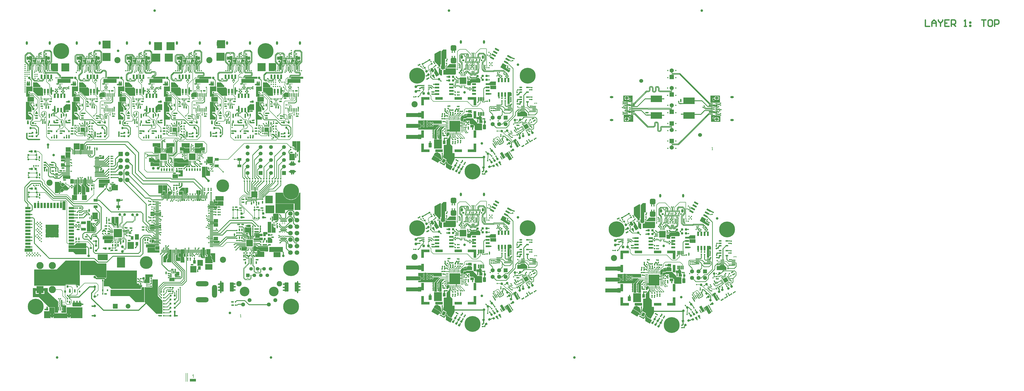
<source format=gtl>
G04*
G04 #@! TF.GenerationSoftware,Altium Limited,Altium Designer,20.1.11 (218)*
G04*
G04 Layer_Physical_Order=1*
G04 Layer_Color=255*
%FSLAX24Y24*%
%MOIN*%
G70*
G04*
G04 #@! TF.SameCoordinates,32D8FB58-9F7D-435F-B0ED-68F847CCC549*
G04*
G04*
G04 #@! TF.FilePolarity,Positive*
G04*
G01*
G75*
%ADD10C,0.0394*%
%ADD11C,0.0200*%
%ADD12R,0.0049X0.0935*%
%ADD13R,0.0935X0.0443*%
%ADD14R,0.0935X0.0049*%
%ADD15R,0.0100X0.1329*%
%ADD16R,0.0060X0.1329*%
%ADD17R,0.0040X0.1329*%
%ADD18C,0.0085*%
%ADD19R,0.0276X0.0118*%
%ADD20R,0.1772X0.0996*%
G04:AMPARAMS|DCode=21|XSize=20mil|YSize=20mil|CornerRadius=6mil|HoleSize=0mil|Usage=FLASHONLY|Rotation=180.000|XOffset=0mil|YOffset=0mil|HoleType=Round|Shape=RoundedRectangle|*
%AMROUNDEDRECTD21*
21,1,0.0200,0.0080,0,0,180.0*
21,1,0.0080,0.0200,0,0,180.0*
1,1,0.0120,-0.0040,0.0040*
1,1,0.0120,0.0040,0.0040*
1,1,0.0120,0.0040,-0.0040*
1,1,0.0120,-0.0040,-0.0040*
%
%ADD21ROUNDEDRECTD21*%
%ADD22C,0.0120*%
%ADD23C,0.0059*%
%ADD24C,0.0050*%
%ADD25R,0.0217X0.0315*%
G04:AMPARAMS|DCode=26|XSize=43.3mil|YSize=47.2mil|CornerRadius=4.3mil|HoleSize=0mil|Usage=FLASHONLY|Rotation=315.000|XOffset=0mil|YOffset=0mil|HoleType=Round|Shape=RoundedRectangle|*
%AMROUNDEDRECTD26*
21,1,0.0433,0.0386,0,0,315.0*
21,1,0.0346,0.0472,0,0,315.0*
1,1,0.0087,-0.0014,-0.0259*
1,1,0.0087,-0.0259,-0.0014*
1,1,0.0087,0.0014,0.0259*
1,1,0.0087,0.0259,0.0014*
%
%ADD26ROUNDEDRECTD26*%
G04:AMPARAMS|DCode=27|XSize=25.6mil|YSize=33.5mil|CornerRadius=1.3mil|HoleSize=0mil|Usage=FLASHONLY|Rotation=270.000|XOffset=0mil|YOffset=0mil|HoleType=Round|Shape=RoundedRectangle|*
%AMROUNDEDRECTD27*
21,1,0.0256,0.0309,0,0,270.0*
21,1,0.0230,0.0335,0,0,270.0*
1,1,0.0026,-0.0155,-0.0115*
1,1,0.0026,-0.0155,0.0115*
1,1,0.0026,0.0155,0.0115*
1,1,0.0026,0.0155,-0.0115*
%
%ADD27ROUNDEDRECTD27*%
G04:AMPARAMS|DCode=28|XSize=43.3mil|YSize=51.2mil|CornerRadius=2.2mil|HoleSize=0mil|Usage=FLASHONLY|Rotation=180.000|XOffset=0mil|YOffset=0mil|HoleType=Round|Shape=RoundedRectangle|*
%AMROUNDEDRECTD28*
21,1,0.0433,0.0469,0,0,180.0*
21,1,0.0390,0.0512,0,0,180.0*
1,1,0.0043,-0.0195,0.0234*
1,1,0.0043,0.0195,0.0234*
1,1,0.0043,0.0195,-0.0234*
1,1,0.0043,-0.0195,-0.0234*
%
%ADD28ROUNDEDRECTD28*%
G04:AMPARAMS|DCode=29|XSize=70.9mil|YSize=39.4mil|CornerRadius=3.9mil|HoleSize=0mil|Usage=FLASHONLY|Rotation=180.000|XOffset=0mil|YOffset=0mil|HoleType=Round|Shape=RoundedRectangle|*
%AMROUNDEDRECTD29*
21,1,0.0709,0.0315,0,0,180.0*
21,1,0.0630,0.0394,0,0,180.0*
1,1,0.0079,-0.0315,0.0157*
1,1,0.0079,0.0315,0.0157*
1,1,0.0079,0.0315,-0.0157*
1,1,0.0079,-0.0315,-0.0157*
%
%ADD29ROUNDEDRECTD29*%
%ADD30R,0.0256X0.0335*%
G04:AMPARAMS|DCode=31|XSize=96.5mil|YSize=96.5mil|CornerRadius=4.8mil|HoleSize=0mil|Usage=FLASHONLY|Rotation=180.000|XOffset=0mil|YOffset=0mil|HoleType=Round|Shape=RoundedRectangle|*
%AMROUNDEDRECTD31*
21,1,0.0965,0.0868,0,0,180.0*
21,1,0.0868,0.0965,0,0,180.0*
1,1,0.0096,-0.0434,0.0434*
1,1,0.0096,0.0434,0.0434*
1,1,0.0096,0.0434,-0.0434*
1,1,0.0096,-0.0434,-0.0434*
%
%ADD31ROUNDEDRECTD31*%
G04:AMPARAMS|DCode=32|XSize=23.6mil|YSize=9.4mil|CornerRadius=0.5mil|HoleSize=0mil|Usage=FLASHONLY|Rotation=270.000|XOffset=0mil|YOffset=0mil|HoleType=Round|Shape=RoundedRectangle|*
%AMROUNDEDRECTD32*
21,1,0.0236,0.0085,0,0,270.0*
21,1,0.0227,0.0094,0,0,270.0*
1,1,0.0009,-0.0043,-0.0113*
1,1,0.0009,-0.0043,0.0113*
1,1,0.0009,0.0043,0.0113*
1,1,0.0009,0.0043,-0.0113*
%
%ADD32ROUNDEDRECTD32*%
G04:AMPARAMS|DCode=33|XSize=23.6mil|YSize=9.4mil|CornerRadius=0.5mil|HoleSize=0mil|Usage=FLASHONLY|Rotation=180.000|XOffset=0mil|YOffset=0mil|HoleType=Round|Shape=RoundedRectangle|*
%AMROUNDEDRECTD33*
21,1,0.0236,0.0085,0,0,180.0*
21,1,0.0227,0.0094,0,0,180.0*
1,1,0.0009,-0.0113,0.0043*
1,1,0.0009,0.0113,0.0043*
1,1,0.0009,0.0113,-0.0043*
1,1,0.0009,-0.0113,-0.0043*
%
%ADD33ROUNDEDRECTD33*%
G04:AMPARAMS|DCode=34|XSize=31.5mil|YSize=15.7mil|CornerRadius=1.6mil|HoleSize=0mil|Usage=FLASHONLY|Rotation=360.000|XOffset=0mil|YOffset=0mil|HoleType=Round|Shape=RoundedRectangle|*
%AMROUNDEDRECTD34*
21,1,0.0315,0.0126,0,0,360.0*
21,1,0.0283,0.0157,0,0,360.0*
1,1,0.0032,0.0142,-0.0063*
1,1,0.0032,-0.0142,-0.0063*
1,1,0.0032,-0.0142,0.0063*
1,1,0.0032,0.0142,0.0063*
%
%ADD34ROUNDEDRECTD34*%
G04:AMPARAMS|DCode=35|XSize=21.7mil|YSize=39.4mil|CornerRadius=2.2mil|HoleSize=0mil|Usage=FLASHONLY|Rotation=270.000|XOffset=0mil|YOffset=0mil|HoleType=Round|Shape=RoundedRectangle|*
%AMROUNDEDRECTD35*
21,1,0.0217,0.0350,0,0,270.0*
21,1,0.0173,0.0394,0,0,270.0*
1,1,0.0043,-0.0175,-0.0087*
1,1,0.0043,-0.0175,0.0087*
1,1,0.0043,0.0175,0.0087*
1,1,0.0043,0.0175,-0.0087*
%
%ADD35ROUNDEDRECTD35*%
G04:AMPARAMS|DCode=36|XSize=70.9mil|YSize=102.4mil|CornerRadius=3.5mil|HoleSize=0mil|Usage=FLASHONLY|Rotation=90.000|XOffset=0mil|YOffset=0mil|HoleType=Round|Shape=RoundedRectangle|*
%AMROUNDEDRECTD36*
21,1,0.0709,0.0953,0,0,90.0*
21,1,0.0638,0.1024,0,0,90.0*
1,1,0.0071,0.0476,0.0319*
1,1,0.0071,0.0476,-0.0319*
1,1,0.0071,-0.0476,-0.0319*
1,1,0.0071,-0.0476,0.0319*
%
%ADD36ROUNDEDRECTD36*%
G04:AMPARAMS|DCode=37|XSize=11.8mil|YSize=21.3mil|CornerRadius=1.2mil|HoleSize=0mil|Usage=FLASHONLY|Rotation=180.000|XOffset=0mil|YOffset=0mil|HoleType=Round|Shape=RoundedRectangle|*
%AMROUNDEDRECTD37*
21,1,0.0118,0.0189,0,0,180.0*
21,1,0.0094,0.0213,0,0,180.0*
1,1,0.0024,-0.0047,0.0094*
1,1,0.0024,0.0047,0.0094*
1,1,0.0024,0.0047,-0.0094*
1,1,0.0024,-0.0047,-0.0094*
%
%ADD37ROUNDEDRECTD37*%
G04:AMPARAMS|DCode=38|XSize=31.5mil|YSize=15.7mil|CornerRadius=1.6mil|HoleSize=0mil|Usage=FLASHONLY|Rotation=90.000|XOffset=0mil|YOffset=0mil|HoleType=Round|Shape=RoundedRectangle|*
%AMROUNDEDRECTD38*
21,1,0.0315,0.0126,0,0,90.0*
21,1,0.0283,0.0157,0,0,90.0*
1,1,0.0032,0.0063,0.0142*
1,1,0.0032,0.0063,-0.0142*
1,1,0.0032,-0.0063,-0.0142*
1,1,0.0032,-0.0063,0.0142*
%
%ADD38ROUNDEDRECTD38*%
G04:AMPARAMS|DCode=39|XSize=16.5mil|YSize=23.6mil|CornerRadius=1.7mil|HoleSize=0mil|Usage=FLASHONLY|Rotation=270.000|XOffset=0mil|YOffset=0mil|HoleType=Round|Shape=RoundedRectangle|*
%AMROUNDEDRECTD39*
21,1,0.0165,0.0203,0,0,270.0*
21,1,0.0132,0.0236,0,0,270.0*
1,1,0.0033,-0.0102,-0.0066*
1,1,0.0033,-0.0102,0.0066*
1,1,0.0033,0.0102,0.0066*
1,1,0.0033,0.0102,-0.0066*
%
%ADD39ROUNDEDRECTD39*%
G04:AMPARAMS|DCode=40|XSize=16.5mil|YSize=23.6mil|CornerRadius=1.7mil|HoleSize=0mil|Usage=FLASHONLY|Rotation=360.000|XOffset=0mil|YOffset=0mil|HoleType=Round|Shape=RoundedRectangle|*
%AMROUNDEDRECTD40*
21,1,0.0165,0.0203,0,0,360.0*
21,1,0.0132,0.0236,0,0,360.0*
1,1,0.0033,0.0066,-0.0102*
1,1,0.0033,-0.0066,-0.0102*
1,1,0.0033,-0.0066,0.0102*
1,1,0.0033,0.0066,0.0102*
%
%ADD40ROUNDEDRECTD40*%
%ADD41R,0.0787X0.0472*%
%ADD42R,0.0098X0.0197*%
G04:AMPARAMS|DCode=43|XSize=15.7mil|YSize=31.5mil|CornerRadius=1.6mil|HoleSize=0mil|Usage=FLASHONLY|Rotation=360.000|XOffset=0mil|YOffset=0mil|HoleType=Round|Shape=RoundedRectangle|*
%AMROUNDEDRECTD43*
21,1,0.0157,0.0283,0,0,360.0*
21,1,0.0126,0.0315,0,0,360.0*
1,1,0.0032,0.0063,-0.0142*
1,1,0.0032,-0.0063,-0.0142*
1,1,0.0032,-0.0063,0.0142*
1,1,0.0032,0.0063,0.0142*
%
%ADD43ROUNDEDRECTD43*%
G04:AMPARAMS|DCode=44|XSize=25.6mil|YSize=68.9mil|CornerRadius=3.8mil|HoleSize=0mil|Usage=FLASHONLY|Rotation=180.000|XOffset=0mil|YOffset=0mil|HoleType=Round|Shape=RoundedRectangle|*
%AMROUNDEDRECTD44*
21,1,0.0256,0.0612,0,0,180.0*
21,1,0.0179,0.0689,0,0,180.0*
1,1,0.0077,-0.0090,0.0306*
1,1,0.0077,0.0090,0.0306*
1,1,0.0077,0.0090,-0.0306*
1,1,0.0077,-0.0090,-0.0306*
%
%ADD44ROUNDEDRECTD44*%
G04:AMPARAMS|DCode=45|XSize=13.8mil|YSize=53.1mil|CornerRadius=1.4mil|HoleSize=0mil|Usage=FLASHONLY|Rotation=180.000|XOffset=0mil|YOffset=0mil|HoleType=Round|Shape=RoundedRectangle|*
%AMROUNDEDRECTD45*
21,1,0.0138,0.0504,0,0,180.0*
21,1,0.0110,0.0531,0,0,180.0*
1,1,0.0028,-0.0055,0.0252*
1,1,0.0028,0.0055,0.0252*
1,1,0.0028,0.0055,-0.0252*
1,1,0.0028,-0.0055,-0.0252*
%
%ADD45ROUNDEDRECTD45*%
G04:AMPARAMS|DCode=46|XSize=11mil|YSize=27.6mil|CornerRadius=0.6mil|HoleSize=0mil|Usage=FLASHONLY|Rotation=180.000|XOffset=0mil|YOffset=0mil|HoleType=Round|Shape=RoundedRectangle|*
%AMROUNDEDRECTD46*
21,1,0.0110,0.0265,0,0,180.0*
21,1,0.0099,0.0276,0,0,180.0*
1,1,0.0011,-0.0050,0.0132*
1,1,0.0011,0.0050,0.0132*
1,1,0.0011,0.0050,-0.0132*
1,1,0.0011,-0.0050,-0.0132*
%
%ADD46ROUNDEDRECTD46*%
%ADD47R,0.0669X0.0669*%
G04:AMPARAMS|DCode=48|XSize=11mil|YSize=27.6mil|CornerRadius=0.6mil|HoleSize=0mil|Usage=FLASHONLY|Rotation=90.000|XOffset=0mil|YOffset=0mil|HoleType=Round|Shape=RoundedRectangle|*
%AMROUNDEDRECTD48*
21,1,0.0110,0.0265,0,0,90.0*
21,1,0.0099,0.0276,0,0,90.0*
1,1,0.0011,0.0132,0.0050*
1,1,0.0011,0.0132,-0.0050*
1,1,0.0011,-0.0132,-0.0050*
1,1,0.0011,-0.0132,0.0050*
%
%ADD48ROUNDEDRECTD48*%
%ADD49R,0.0413X0.0236*%
%ADD50R,0.1260X0.1260*%
G04:AMPARAMS|DCode=51|XSize=9.8mil|YSize=31.5mil|CornerRadius=2.5mil|HoleSize=0mil|Usage=FLASHONLY|Rotation=90.000|XOffset=0mil|YOffset=0mil|HoleType=Round|Shape=RoundedRectangle|*
%AMROUNDEDRECTD51*
21,1,0.0098,0.0266,0,0,90.0*
21,1,0.0049,0.0315,0,0,90.0*
1,1,0.0049,0.0133,0.0025*
1,1,0.0049,0.0133,-0.0025*
1,1,0.0049,-0.0133,-0.0025*
1,1,0.0049,-0.0133,0.0025*
%
%ADD51ROUNDEDRECTD51*%
G04:AMPARAMS|DCode=52|XSize=9.8mil|YSize=31.5mil|CornerRadius=2.5mil|HoleSize=0mil|Usage=FLASHONLY|Rotation=180.000|XOffset=0mil|YOffset=0mil|HoleType=Round|Shape=RoundedRectangle|*
%AMROUNDEDRECTD52*
21,1,0.0098,0.0266,0,0,180.0*
21,1,0.0049,0.0315,0,0,180.0*
1,1,0.0049,-0.0025,0.0133*
1,1,0.0049,0.0025,0.0133*
1,1,0.0049,0.0025,-0.0133*
1,1,0.0049,-0.0025,-0.0133*
%
%ADD52ROUNDEDRECTD52*%
%ADD53R,0.1004X0.1004*%
%ADD54O,0.0315X0.0098*%
%ADD55O,0.0098X0.0315*%
G04:AMPARAMS|DCode=56|XSize=61.4mil|YSize=11mil|CornerRadius=1.4mil|HoleSize=0mil|Usage=FLASHONLY|Rotation=180.000|XOffset=0mil|YOffset=0mil|HoleType=Round|Shape=RoundedRectangle|*
%AMROUNDEDRECTD56*
21,1,0.0614,0.0083,0,0,180.0*
21,1,0.0587,0.0110,0,0,180.0*
1,1,0.0028,-0.0293,0.0041*
1,1,0.0028,0.0293,0.0041*
1,1,0.0028,0.0293,-0.0041*
1,1,0.0028,-0.0293,-0.0041*
%
%ADD56ROUNDEDRECTD56*%
G04:AMPARAMS|DCode=57|XSize=61.4mil|YSize=11mil|CornerRadius=1.4mil|HoleSize=0mil|Usage=FLASHONLY|Rotation=270.000|XOffset=0mil|YOffset=0mil|HoleType=Round|Shape=RoundedRectangle|*
%AMROUNDEDRECTD57*
21,1,0.0614,0.0083,0,0,270.0*
21,1,0.0587,0.0110,0,0,270.0*
1,1,0.0028,-0.0041,-0.0293*
1,1,0.0028,-0.0041,0.0293*
1,1,0.0028,0.0041,0.0293*
1,1,0.0028,0.0041,-0.0293*
%
%ADD57ROUNDEDRECTD57*%
G04:AMPARAMS|DCode=58|XSize=78.7mil|YSize=35.4mil|CornerRadius=3.5mil|HoleSize=0mil|Usage=FLASHONLY|Rotation=360.000|XOffset=0mil|YOffset=0mil|HoleType=Round|Shape=RoundedRectangle|*
%AMROUNDEDRECTD58*
21,1,0.0787,0.0283,0,0,360.0*
21,1,0.0717,0.0354,0,0,360.0*
1,1,0.0071,0.0358,-0.0142*
1,1,0.0071,-0.0358,-0.0142*
1,1,0.0071,-0.0358,0.0142*
1,1,0.0071,0.0358,0.0142*
%
%ADD58ROUNDEDRECTD58*%
G04:AMPARAMS|DCode=59|XSize=78.7mil|YSize=35.4mil|CornerRadius=3.5mil|HoleSize=0mil|Usage=FLASHONLY|Rotation=270.000|XOffset=0mil|YOffset=0mil|HoleType=Round|Shape=RoundedRectangle|*
%AMROUNDEDRECTD59*
21,1,0.0787,0.0283,0,0,270.0*
21,1,0.0717,0.0354,0,0,270.0*
1,1,0.0071,-0.0142,-0.0358*
1,1,0.0071,-0.0142,0.0358*
1,1,0.0071,0.0142,0.0358*
1,1,0.0071,0.0142,-0.0358*
%
%ADD59ROUNDEDRECTD59*%
G04:AMPARAMS|DCode=60|XSize=35.4mil|YSize=78.7mil|CornerRadius=3.5mil|HoleSize=0mil|Usage=FLASHONLY|Rotation=270.000|XOffset=0mil|YOffset=0mil|HoleType=Round|Shape=RoundedRectangle|*
%AMROUNDEDRECTD60*
21,1,0.0354,0.0717,0,0,270.0*
21,1,0.0283,0.0787,0,0,270.0*
1,1,0.0071,-0.0358,-0.0142*
1,1,0.0071,-0.0358,0.0142*
1,1,0.0071,0.0358,0.0142*
1,1,0.0071,0.0358,-0.0142*
%
%ADD60ROUNDEDRECTD60*%
G04:AMPARAMS|DCode=61|XSize=52.4mil|YSize=52.4mil|CornerRadius=0mil|HoleSize=0mil|Usage=FLASHONLY|Rotation=360.000|XOffset=0mil|YOffset=0mil|HoleType=Round|Shape=RoundedRectangle|*
%AMROUNDEDRECTD61*
21,1,0.0524,0.0524,0,0,360.0*
21,1,0.0524,0.0524,0,0,360.0*
1,1,0.0000,0.0262,-0.0262*
1,1,0.0000,-0.0262,-0.0262*
1,1,0.0000,-0.0262,0.0262*
1,1,0.0000,0.0262,0.0262*
%
%ADD61ROUNDEDRECTD61*%
G04:AMPARAMS|DCode=62|XSize=9.8mil|YSize=33.5mil|CornerRadius=2.5mil|HoleSize=0mil|Usage=FLASHONLY|Rotation=360.000|XOffset=0mil|YOffset=0mil|HoleType=Round|Shape=RoundedRectangle|*
%AMROUNDEDRECTD62*
21,1,0.0098,0.0285,0,0,360.0*
21,1,0.0049,0.0335,0,0,360.0*
1,1,0.0049,0.0025,-0.0143*
1,1,0.0049,-0.0025,-0.0143*
1,1,0.0049,-0.0025,0.0143*
1,1,0.0049,0.0025,0.0143*
%
%ADD62ROUNDEDRECTD62*%
G04:AMPARAMS|DCode=63|XSize=9.8mil|YSize=33.5mil|CornerRadius=2.5mil|HoleSize=0mil|Usage=FLASHONLY|Rotation=90.000|XOffset=0mil|YOffset=0mil|HoleType=Round|Shape=RoundedRectangle|*
%AMROUNDEDRECTD63*
21,1,0.0098,0.0285,0,0,90.0*
21,1,0.0049,0.0335,0,0,90.0*
1,1,0.0049,0.0143,0.0025*
1,1,0.0049,0.0143,-0.0025*
1,1,0.0049,-0.0143,-0.0025*
1,1,0.0049,-0.0143,0.0025*
%
%ADD63ROUNDEDRECTD63*%
%ADD64R,0.0226X0.0138*%
%ADD65R,0.0138X0.0226*%
%ADD66R,0.0295X0.0138*%
%ADD67R,0.0138X0.0295*%
G04:AMPARAMS|DCode=68|XSize=11.8mil|YSize=53.1mil|CornerRadius=3mil|HoleSize=0mil|Usage=FLASHONLY|Rotation=180.000|XOffset=0mil|YOffset=0mil|HoleType=Round|Shape=RoundedRectangle|*
%AMROUNDEDRECTD68*
21,1,0.0118,0.0472,0,0,180.0*
21,1,0.0059,0.0531,0,0,180.0*
1,1,0.0059,-0.0030,0.0236*
1,1,0.0059,0.0030,0.0236*
1,1,0.0059,0.0030,-0.0236*
1,1,0.0059,-0.0030,-0.0236*
%
%ADD68ROUNDEDRECTD68*%
G04:AMPARAMS|DCode=69|XSize=11.8mil|YSize=53.1mil|CornerRadius=3mil|HoleSize=0mil|Usage=FLASHONLY|Rotation=90.000|XOffset=0mil|YOffset=0mil|HoleType=Round|Shape=RoundedRectangle|*
%AMROUNDEDRECTD69*
21,1,0.0118,0.0472,0,0,90.0*
21,1,0.0059,0.0531,0,0,90.0*
1,1,0.0059,0.0236,0.0030*
1,1,0.0059,0.0236,-0.0030*
1,1,0.0059,-0.0236,-0.0030*
1,1,0.0059,-0.0236,0.0030*
%
%ADD69ROUNDEDRECTD69*%
%ADD70R,0.0591X0.0433*%
G04:AMPARAMS|DCode=71|XSize=23.6mil|YSize=25.6mil|CornerRadius=2.4mil|HoleSize=0mil|Usage=FLASHONLY|Rotation=270.000|XOffset=0mil|YOffset=0mil|HoleType=Round|Shape=RoundedRectangle|*
%AMROUNDEDRECTD71*
21,1,0.0236,0.0209,0,0,270.0*
21,1,0.0189,0.0256,0,0,270.0*
1,1,0.0047,-0.0104,-0.0094*
1,1,0.0047,-0.0104,0.0094*
1,1,0.0047,0.0104,0.0094*
1,1,0.0047,0.0104,-0.0094*
%
%ADD71ROUNDEDRECTD71*%
G04:AMPARAMS|DCode=72|XSize=27.6mil|YSize=13.8mil|CornerRadius=1.4mil|HoleSize=0mil|Usage=FLASHONLY|Rotation=90.000|XOffset=0mil|YOffset=0mil|HoleType=Round|Shape=RoundedRectangle|*
%AMROUNDEDRECTD72*
21,1,0.0276,0.0110,0,0,90.0*
21,1,0.0248,0.0138,0,0,90.0*
1,1,0.0028,0.0055,0.0124*
1,1,0.0028,0.0055,-0.0124*
1,1,0.0028,-0.0055,-0.0124*
1,1,0.0028,-0.0055,0.0124*
%
%ADD72ROUNDEDRECTD72*%
G04:AMPARAMS|DCode=73|XSize=20mil|YSize=20mil|CornerRadius=6mil|HoleSize=0mil|Usage=FLASHONLY|Rotation=90.000|XOffset=0mil|YOffset=0mil|HoleType=Round|Shape=RoundedRectangle|*
%AMROUNDEDRECTD73*
21,1,0.0200,0.0080,0,0,90.0*
21,1,0.0080,0.0200,0,0,90.0*
1,1,0.0120,0.0040,0.0040*
1,1,0.0120,0.0040,-0.0040*
1,1,0.0120,-0.0040,-0.0040*
1,1,0.0120,-0.0040,0.0040*
%
%ADD73ROUNDEDRECTD73*%
G04:AMPARAMS|DCode=74|XSize=35mil|YSize=34mil|CornerRadius=6mil|HoleSize=0mil|Usage=FLASHONLY|Rotation=270.000|XOffset=0mil|YOffset=0mil|HoleType=Round|Shape=RoundedRectangle|*
%AMROUNDEDRECTD74*
21,1,0.0350,0.0221,0,0,270.0*
21,1,0.0231,0.0340,0,0,270.0*
1,1,0.0119,-0.0111,-0.0116*
1,1,0.0119,-0.0111,0.0116*
1,1,0.0119,0.0111,0.0116*
1,1,0.0119,0.0111,-0.0116*
%
%ADD74ROUNDEDRECTD74*%
%ADD75R,0.0354X0.0315*%
%ADD76R,0.0315X0.0354*%
%ADD77R,0.0220X0.0285*%
G04:AMPARAMS|DCode=78|XSize=55mil|YSize=43mil|CornerRadius=8mil|HoleSize=0mil|Usage=FLASHONLY|Rotation=270.000|XOffset=0mil|YOffset=0mil|HoleType=Round|Shape=RoundedRectangle|*
%AMROUNDEDRECTD78*
21,1,0.0550,0.0271,0,0,270.0*
21,1,0.0391,0.0430,0,0,270.0*
1,1,0.0159,-0.0135,-0.0195*
1,1,0.0159,-0.0135,0.0195*
1,1,0.0159,0.0135,0.0195*
1,1,0.0159,0.0135,-0.0195*
%
%ADD78ROUNDEDRECTD78*%
G04:AMPARAMS|DCode=79|XSize=55mil|YSize=43mil|CornerRadius=8mil|HoleSize=0mil|Usage=FLASHONLY|Rotation=180.000|XOffset=0mil|YOffset=0mil|HoleType=Round|Shape=RoundedRectangle|*
%AMROUNDEDRECTD79*
21,1,0.0550,0.0271,0,0,180.0*
21,1,0.0391,0.0430,0,0,180.0*
1,1,0.0159,-0.0195,0.0135*
1,1,0.0159,0.0195,0.0135*
1,1,0.0159,0.0195,-0.0135*
1,1,0.0159,-0.0195,-0.0135*
%
%ADD79ROUNDEDRECTD79*%
%ADD80R,0.0118X0.0276*%
%ADD81R,0.1670X0.1500*%
G04:AMPARAMS|DCode=82|XSize=7.9mil|YSize=22.2mil|CornerRadius=1.2mil|HoleSize=0mil|Usage=FLASHONLY|Rotation=90.000|XOffset=0mil|YOffset=0mil|HoleType=Round|Shape=RoundedRectangle|*
%AMROUNDEDRECTD82*
21,1,0.0079,0.0199,0,0,90.0*
21,1,0.0055,0.0222,0,0,90.0*
1,1,0.0024,0.0099,0.0028*
1,1,0.0024,0.0099,-0.0028*
1,1,0.0024,-0.0099,-0.0028*
1,1,0.0024,-0.0099,0.0028*
%
%ADD82ROUNDEDRECTD82*%
G04:AMPARAMS|DCode=83|XSize=15.7mil|YSize=22.2mil|CornerRadius=1.3mil|HoleSize=0mil|Usage=FLASHONLY|Rotation=90.000|XOffset=0mil|YOffset=0mil|HoleType=Round|Shape=RoundedRectangle|*
%AMROUNDEDRECTD83*
21,1,0.0157,0.0197,0,0,90.0*
21,1,0.0132,0.0222,0,0,90.0*
1,1,0.0025,0.0099,0.0066*
1,1,0.0025,0.0099,-0.0066*
1,1,0.0025,-0.0099,-0.0066*
1,1,0.0025,-0.0099,0.0066*
%
%ADD83ROUNDEDRECTD83*%
G04:AMPARAMS|DCode=84|XSize=85.8mil|YSize=63.8mil|CornerRadius=15.9mil|HoleSize=0mil|Usage=FLASHONLY|Rotation=270.000|XOffset=0mil|YOffset=0mil|HoleType=Round|Shape=RoundedRectangle|*
%AMROUNDEDRECTD84*
21,1,0.0858,0.0319,0,0,270.0*
21,1,0.0539,0.0638,0,0,270.0*
1,1,0.0319,-0.0159,-0.0270*
1,1,0.0319,-0.0159,0.0270*
1,1,0.0319,0.0159,0.0270*
1,1,0.0319,0.0159,-0.0270*
%
%ADD84ROUNDEDRECTD84*%
%ADD85R,0.0315X0.0315*%
G04:AMPARAMS|DCode=86|XSize=7.9mil|YSize=22.2mil|CornerRadius=1.2mil|HoleSize=0mil|Usage=FLASHONLY|Rotation=360.000|XOffset=0mil|YOffset=0mil|HoleType=Round|Shape=RoundedRectangle|*
%AMROUNDEDRECTD86*
21,1,0.0079,0.0199,0,0,360.0*
21,1,0.0055,0.0222,0,0,360.0*
1,1,0.0024,0.0028,-0.0099*
1,1,0.0024,-0.0028,-0.0099*
1,1,0.0024,-0.0028,0.0099*
1,1,0.0024,0.0028,0.0099*
%
%ADD86ROUNDEDRECTD86*%
G04:AMPARAMS|DCode=87|XSize=15.7mil|YSize=22.2mil|CornerRadius=1.3mil|HoleSize=0mil|Usage=FLASHONLY|Rotation=360.000|XOffset=0mil|YOffset=0mil|HoleType=Round|Shape=RoundedRectangle|*
%AMROUNDEDRECTD87*
21,1,0.0157,0.0197,0,0,360.0*
21,1,0.0132,0.0222,0,0,360.0*
1,1,0.0025,0.0066,-0.0099*
1,1,0.0025,-0.0066,-0.0099*
1,1,0.0025,-0.0066,0.0099*
1,1,0.0025,0.0066,0.0099*
%
%ADD87ROUNDEDRECTD87*%
G04:AMPARAMS|DCode=88|XSize=89mil|YSize=85mil|CornerRadius=21.3mil|HoleSize=0mil|Usage=FLASHONLY|Rotation=270.000|XOffset=0mil|YOffset=0mil|HoleType=Round|Shape=RoundedRectangle|*
%AMROUNDEDRECTD88*
21,1,0.0890,0.0425,0,0,270.0*
21,1,0.0465,0.0850,0,0,270.0*
1,1,0.0425,-0.0213,-0.0232*
1,1,0.0425,-0.0213,0.0232*
1,1,0.0425,0.0213,0.0232*
1,1,0.0425,0.0213,-0.0232*
%
%ADD88ROUNDEDRECTD88*%
G04:AMPARAMS|DCode=89|XSize=89mil|YSize=85mil|CornerRadius=21.3mil|HoleSize=0mil|Usage=FLASHONLY|Rotation=180.000|XOffset=0mil|YOffset=0mil|HoleType=Round|Shape=RoundedRectangle|*
%AMROUNDEDRECTD89*
21,1,0.0890,0.0425,0,0,180.0*
21,1,0.0465,0.0850,0,0,180.0*
1,1,0.0425,-0.0232,0.0213*
1,1,0.0425,0.0232,0.0213*
1,1,0.0425,0.0232,-0.0213*
1,1,0.0425,-0.0232,-0.0213*
%
%ADD89ROUNDEDRECTD89*%
%ADD90R,0.0256X0.0236*%
%ADD91R,0.0236X0.0276*%
%ADD92R,0.0638X0.1264*%
G04:AMPARAMS|DCode=93|XSize=35mil|YSize=34mil|CornerRadius=6mil|HoleSize=0mil|Usage=FLASHONLY|Rotation=360.000|XOffset=0mil|YOffset=0mil|HoleType=Round|Shape=RoundedRectangle|*
%AMROUNDEDRECTD93*
21,1,0.0350,0.0221,0,0,360.0*
21,1,0.0231,0.0340,0,0,360.0*
1,1,0.0119,0.0116,-0.0111*
1,1,0.0119,-0.0116,-0.0111*
1,1,0.0119,-0.0116,0.0111*
1,1,0.0119,0.0116,0.0111*
%
%ADD93ROUNDEDRECTD93*%
G04:AMPARAMS|DCode=94|XSize=71mil|YSize=47mil|CornerRadius=8mil|HoleSize=0mil|Usage=FLASHONLY|Rotation=90.000|XOffset=0mil|YOffset=0mil|HoleType=Round|Shape=RoundedRectangle|*
%AMROUNDEDRECTD94*
21,1,0.0710,0.0310,0,0,90.0*
21,1,0.0550,0.0470,0,0,90.0*
1,1,0.0160,0.0155,0.0275*
1,1,0.0160,0.0155,-0.0275*
1,1,0.0160,-0.0155,-0.0275*
1,1,0.0160,-0.0155,0.0275*
%
%ADD94ROUNDEDRECTD94*%
G04:AMPARAMS|DCode=95|XSize=71mil|YSize=47mil|CornerRadius=8mil|HoleSize=0mil|Usage=FLASHONLY|Rotation=180.000|XOffset=0mil|YOffset=0mil|HoleType=Round|Shape=RoundedRectangle|*
%AMROUNDEDRECTD95*
21,1,0.0710,0.0310,0,0,180.0*
21,1,0.0550,0.0470,0,0,180.0*
1,1,0.0160,-0.0275,0.0155*
1,1,0.0160,0.0275,0.0155*
1,1,0.0160,0.0275,-0.0155*
1,1,0.0160,-0.0275,-0.0155*
%
%ADD95ROUNDEDRECTD95*%
G04:AMPARAMS|DCode=96|XSize=20mil|YSize=20mil|CornerRadius=6mil|HoleSize=0mil|Usage=FLASHONLY|Rotation=45.000|XOffset=0mil|YOffset=0mil|HoleType=Round|Shape=RoundedRectangle|*
%AMROUNDEDRECTD96*
21,1,0.0200,0.0080,0,0,45.0*
21,1,0.0080,0.0200,0,0,45.0*
1,1,0.0120,0.0057,0.0000*
1,1,0.0120,0.0000,-0.0057*
1,1,0.0120,-0.0057,0.0000*
1,1,0.0120,0.0000,0.0057*
%
%ADD96ROUNDEDRECTD96*%
G04:AMPARAMS|DCode=97|XSize=20mil|YSize=20mil|CornerRadius=6mil|HoleSize=0mil|Usage=FLASHONLY|Rotation=135.000|XOffset=0mil|YOffset=0mil|HoleType=Round|Shape=RoundedRectangle|*
%AMROUNDEDRECTD97*
21,1,0.0200,0.0080,0,0,135.0*
21,1,0.0080,0.0200,0,0,135.0*
1,1,0.0120,0.0000,0.0057*
1,1,0.0120,0.0057,0.0000*
1,1,0.0120,0.0000,-0.0057*
1,1,0.0120,-0.0057,0.0000*
%
%ADD97ROUNDEDRECTD97*%
G04:AMPARAMS|DCode=98|XSize=63mil|YSize=137.8mil|CornerRadius=7.9mil|HoleSize=0mil|Usage=FLASHONLY|Rotation=360.000|XOffset=0mil|YOffset=0mil|HoleType=Round|Shape=RoundedRectangle|*
%AMROUNDEDRECTD98*
21,1,0.0630,0.1220,0,0,360.0*
21,1,0.0472,0.1378,0,0,360.0*
1,1,0.0157,0.0236,-0.0610*
1,1,0.0157,-0.0236,-0.0610*
1,1,0.0157,-0.0236,0.0610*
1,1,0.0157,0.0236,0.0610*
%
%ADD98ROUNDEDRECTD98*%
G04:AMPARAMS|DCode=99|XSize=27.6mil|YSize=13.8mil|CornerRadius=1.4mil|HoleSize=0mil|Usage=FLASHONLY|Rotation=360.000|XOffset=0mil|YOffset=0mil|HoleType=Round|Shape=RoundedRectangle|*
%AMROUNDEDRECTD99*
21,1,0.0276,0.0110,0,0,360.0*
21,1,0.0248,0.0138,0,0,360.0*
1,1,0.0028,0.0124,-0.0055*
1,1,0.0028,-0.0124,-0.0055*
1,1,0.0028,-0.0124,0.0055*
1,1,0.0028,0.0124,0.0055*
%
%ADD99ROUNDEDRECTD99*%
G04:AMPARAMS|DCode=100|XSize=23.6mil|YSize=25.6mil|CornerRadius=2.4mil|HoleSize=0mil|Usage=FLASHONLY|Rotation=360.000|XOffset=0mil|YOffset=0mil|HoleType=Round|Shape=RoundedRectangle|*
%AMROUNDEDRECTD100*
21,1,0.0236,0.0209,0,0,360.0*
21,1,0.0189,0.0256,0,0,360.0*
1,1,0.0047,0.0094,-0.0104*
1,1,0.0047,-0.0094,-0.0104*
1,1,0.0047,-0.0094,0.0104*
1,1,0.0047,0.0094,0.0104*
%
%ADD100ROUNDEDRECTD100*%
G04:AMPARAMS|DCode=101|XSize=21.7mil|YSize=39.4mil|CornerRadius=2.2mil|HoleSize=0mil|Usage=FLASHONLY|Rotation=360.000|XOffset=0mil|YOffset=0mil|HoleType=Round|Shape=RoundedRectangle|*
%AMROUNDEDRECTD101*
21,1,0.0217,0.0350,0,0,360.0*
21,1,0.0173,0.0394,0,0,360.0*
1,1,0.0043,0.0087,-0.0175*
1,1,0.0043,-0.0087,-0.0175*
1,1,0.0043,-0.0087,0.0175*
1,1,0.0043,0.0087,0.0175*
%
%ADD101ROUNDEDRECTD101*%
G04:AMPARAMS|DCode=102|XSize=63mil|YSize=137.8mil|CornerRadius=7.9mil|HoleSize=0mil|Usage=FLASHONLY|Rotation=270.000|XOffset=0mil|YOffset=0mil|HoleType=Round|Shape=RoundedRectangle|*
%AMROUNDEDRECTD102*
21,1,0.0630,0.1220,0,0,270.0*
21,1,0.0472,0.1378,0,0,270.0*
1,1,0.0157,-0.0610,-0.0236*
1,1,0.0157,-0.0610,0.0236*
1,1,0.0157,0.0610,0.0236*
1,1,0.0157,0.0610,-0.0236*
%
%ADD102ROUNDEDRECTD102*%
G04:AMPARAMS|DCode=103|XSize=15.7mil|YSize=53.1mil|CornerRadius=3.9mil|HoleSize=0mil|Usage=FLASHONLY|Rotation=360.000|XOffset=0mil|YOffset=0mil|HoleType=Round|Shape=RoundedRectangle|*
%AMROUNDEDRECTD103*
21,1,0.0157,0.0453,0,0,360.0*
21,1,0.0079,0.0531,0,0,360.0*
1,1,0.0079,0.0039,-0.0226*
1,1,0.0079,-0.0039,-0.0226*
1,1,0.0079,-0.0039,0.0226*
1,1,0.0079,0.0039,0.0226*
%
%ADD103ROUNDEDRECTD103*%
%ADD104R,0.0748X0.0610*%
%ADD105R,0.0630X0.0551*%
%ADD106C,0.0060*%
%ADD107C,0.0150*%
%ADD108C,0.0075*%
%ADD109C,0.0100*%
%ADD110R,0.1969X0.1969*%
%ADD111C,0.0080*%
%ADD112C,0.0080*%
G04:AMPARAMS|DCode=113|XSize=11.8mil|YSize=17.7mil|CornerRadius=1.2mil|HoleSize=0mil|Usage=FLASHONLY|Rotation=300.000|XOffset=0mil|YOffset=0mil|HoleType=Round|Shape=RoundedRectangle|*
%AMROUNDEDRECTD113*
21,1,0.0118,0.0154,0,0,300.0*
21,1,0.0094,0.0177,0,0,300.0*
1,1,0.0024,-0.0043,-0.0079*
1,1,0.0024,-0.0090,0.0003*
1,1,0.0024,0.0043,0.0079*
1,1,0.0024,0.0090,-0.0003*
%
%ADD113ROUNDEDRECTD113*%
G04:AMPARAMS|DCode=114|XSize=63mil|YSize=39.4mil|CornerRadius=2mil|HoleSize=0mil|Usage=FLASHONLY|Rotation=300.000|XOffset=0mil|YOffset=0mil|HoleType=Round|Shape=RoundedRectangle|*
%AMROUNDEDRECTD114*
21,1,0.0630,0.0354,0,0,300.0*
21,1,0.0591,0.0394,0,0,300.0*
1,1,0.0039,-0.0006,-0.0344*
1,1,0.0039,-0.0301,0.0167*
1,1,0.0039,0.0006,0.0344*
1,1,0.0039,0.0301,-0.0167*
%
%ADD114ROUNDEDRECTD114*%
G04:AMPARAMS|DCode=115|XSize=15.7mil|YSize=12.8mil|CornerRadius=0mil|HoleSize=0mil|Usage=FLASHONLY|Rotation=150.000|XOffset=0mil|YOffset=0mil|HoleType=Round|Shape=Rectangle|*
%AMROTATEDRECTD115*
4,1,4,0.0100,0.0016,0.0036,-0.0095,-0.0100,-0.0016,-0.0036,0.0095,0.0100,0.0016,0.0*
%
%ADD115ROTATEDRECTD115*%

G04:AMPARAMS|DCode=116|XSize=13.8mil|YSize=14.8mil|CornerRadius=0mil|HoleSize=0mil|Usage=FLASHONLY|Rotation=240.000|XOffset=0mil|YOffset=0mil|HoleType=Round|Shape=Rectangle|*
%AMROTATEDRECTD116*
4,1,4,-0.0029,0.0097,0.0098,0.0023,0.0029,-0.0097,-0.0098,-0.0023,-0.0029,0.0097,0.0*
%
%ADD116ROTATEDRECTD116*%

G04:AMPARAMS|DCode=117|XSize=15.7mil|YSize=82.7mil|CornerRadius=0mil|HoleSize=0mil|Usage=FLASHONLY|Rotation=240.000|XOffset=0mil|YOffset=0mil|HoleType=Round|Shape=Rectangle|*
%AMROTATEDRECTD117*
4,1,4,-0.0319,0.0275,0.0397,-0.0139,0.0319,-0.0275,-0.0397,0.0139,-0.0319,0.0275,0.0*
%
%ADD117ROTATEDRECTD117*%

%ADD118R,0.1299X0.0394*%
%ADD119R,0.0394X0.1299*%
%ADD120R,0.1142X0.0394*%
%ADD121R,0.0394X0.1142*%
G04:AMPARAMS|DCode=122|XSize=31.5mil|YSize=35.4mil|CornerRadius=0mil|HoleSize=0mil|Usage=FLASHONLY|Rotation=120.000|XOffset=0mil|YOffset=0mil|HoleType=Round|Shape=Rectangle|*
%AMROTATEDRECTD122*
4,1,4,0.0232,-0.0048,-0.0075,-0.0225,-0.0232,0.0048,0.0075,0.0225,0.0232,-0.0048,0.0*
%
%ADD122ROTATEDRECTD122*%

%ADD123R,0.1929X0.0630*%
%ADD124R,0.2205X0.0591*%
G04:AMPARAMS|DCode=125|XSize=25.6mil|YSize=68.9mil|CornerRadius=3.8mil|HoleSize=0mil|Usage=FLASHONLY|Rotation=240.000|XOffset=0mil|YOffset=0mil|HoleType=Round|Shape=RoundedRectangle|*
%AMROUNDEDRECTD125*
21,1,0.0256,0.0612,0,0,240.0*
21,1,0.0179,0.0689,0,0,240.0*
1,1,0.0077,-0.0310,0.0075*
1,1,0.0077,-0.0220,0.0231*
1,1,0.0077,0.0310,-0.0075*
1,1,0.0077,0.0220,-0.0231*
%
%ADD125ROUNDEDRECTD125*%
G04:AMPARAMS|DCode=126|XSize=35mil|YSize=34mil|CornerRadius=6mil|HoleSize=0mil|Usage=FLASHONLY|Rotation=300.000|XOffset=0mil|YOffset=0mil|HoleType=Round|Shape=RoundedRectangle|*
%AMROUNDEDRECTD126*
21,1,0.0350,0.0221,0,0,300.0*
21,1,0.0231,0.0340,0,0,300.0*
1,1,0.0119,-0.0038,-0.0155*
1,1,0.0119,-0.0153,0.0045*
1,1,0.0119,0.0038,0.0155*
1,1,0.0119,0.0153,-0.0045*
%
%ADD126ROUNDEDRECTD126*%
G04:AMPARAMS|DCode=127|XSize=11.8mil|YSize=57.1mil|CornerRadius=1.8mil|HoleSize=0mil|Usage=FLASHONLY|Rotation=270.000|XOffset=0mil|YOffset=0mil|HoleType=Round|Shape=RoundedRectangle|*
%AMROUNDEDRECTD127*
21,1,0.0118,0.0535,0,0,270.0*
21,1,0.0083,0.0571,0,0,270.0*
1,1,0.0035,-0.0268,-0.0041*
1,1,0.0035,-0.0268,0.0041*
1,1,0.0035,0.0268,0.0041*
1,1,0.0035,0.0268,-0.0041*
%
%ADD127ROUNDEDRECTD127*%
G04:AMPARAMS|DCode=128|XSize=13.8mil|YSize=53.1mil|CornerRadius=1.4mil|HoleSize=0mil|Usage=FLASHONLY|Rotation=30.000|XOffset=0mil|YOffset=0mil|HoleType=Round|Shape=RoundedRectangle|*
%AMROUNDEDRECTD128*
21,1,0.0138,0.0504,0,0,30.0*
21,1,0.0110,0.0531,0,0,30.0*
1,1,0.0028,0.0174,-0.0191*
1,1,0.0028,0.0078,-0.0246*
1,1,0.0028,-0.0174,0.0191*
1,1,0.0028,-0.0078,0.0246*
%
%ADD128ROUNDEDRECTD128*%
G04:AMPARAMS|DCode=129|XSize=20mil|YSize=20mil|CornerRadius=6mil|HoleSize=0mil|Usage=FLASHONLY|Rotation=300.000|XOffset=0mil|YOffset=0mil|HoleType=Round|Shape=RoundedRectangle|*
%AMROUNDEDRECTD129*
21,1,0.0200,0.0080,0,0,300.0*
21,1,0.0080,0.0200,0,0,300.0*
1,1,0.0120,-0.0015,-0.0055*
1,1,0.0120,-0.0055,0.0015*
1,1,0.0120,0.0015,0.0055*
1,1,0.0120,0.0055,-0.0015*
%
%ADD129ROUNDEDRECTD129*%
G04:AMPARAMS|DCode=130|XSize=11.8mil|YSize=29.5mil|CornerRadius=1.2mil|HoleSize=0mil|Usage=FLASHONLY|Rotation=30.000|XOffset=0mil|YOffset=0mil|HoleType=Round|Shape=RoundedRectangle|*
%AMROUNDEDRECTD130*
21,1,0.0118,0.0272,0,0,30.0*
21,1,0.0094,0.0295,0,0,30.0*
1,1,0.0024,0.0109,-0.0094*
1,1,0.0024,0.0027,-0.0141*
1,1,0.0024,-0.0109,0.0094*
1,1,0.0024,-0.0027,0.0141*
%
%ADD130ROUNDEDRECTD130*%
G04:AMPARAMS|DCode=131|XSize=15.7mil|YSize=31.5mil|CornerRadius=1.6mil|HoleSize=0mil|Usage=FLASHONLY|Rotation=30.000|XOffset=0mil|YOffset=0mil|HoleType=Round|Shape=RoundedRectangle|*
%AMROUNDEDRECTD131*
21,1,0.0157,0.0283,0,0,30.0*
21,1,0.0126,0.0315,0,0,30.0*
1,1,0.0032,0.0125,-0.0091*
1,1,0.0032,0.0016,-0.0154*
1,1,0.0032,-0.0125,0.0091*
1,1,0.0032,-0.0016,0.0154*
%
%ADD131ROUNDEDRECTD131*%
G04:AMPARAMS|DCode=132|XSize=35mil|YSize=34mil|CornerRadius=6mil|HoleSize=0mil|Usage=FLASHONLY|Rotation=30.000|XOffset=0mil|YOffset=0mil|HoleType=Round|Shape=RoundedRectangle|*
%AMROUNDEDRECTD132*
21,1,0.0350,0.0221,0,0,30.0*
21,1,0.0231,0.0340,0,0,30.0*
1,1,0.0119,0.0155,-0.0038*
1,1,0.0119,-0.0045,-0.0153*
1,1,0.0119,-0.0155,0.0038*
1,1,0.0119,0.0045,0.0153*
%
%ADD132ROUNDEDRECTD132*%
G04:AMPARAMS|DCode=133|XSize=11mil|YSize=27.6mil|CornerRadius=0.6mil|HoleSize=0mil|Usage=FLASHONLY|Rotation=30.000|XOffset=0mil|YOffset=0mil|HoleType=Round|Shape=RoundedRectangle|*
%AMROUNDEDRECTD133*
21,1,0.0110,0.0265,0,0,30.0*
21,1,0.0099,0.0276,0,0,30.0*
1,1,0.0011,0.0109,-0.0090*
1,1,0.0011,0.0023,-0.0139*
1,1,0.0011,-0.0109,0.0090*
1,1,0.0011,-0.0023,0.0139*
%
%ADD133ROUNDEDRECTD133*%
%ADD134P,0.0947X4X165.0*%
G04:AMPARAMS|DCode=135|XSize=11mil|YSize=27.6mil|CornerRadius=0.6mil|HoleSize=0mil|Usage=FLASHONLY|Rotation=300.000|XOffset=0mil|YOffset=0mil|HoleType=Round|Shape=RoundedRectangle|*
%AMROUNDEDRECTD135*
21,1,0.0110,0.0265,0,0,300.0*
21,1,0.0099,0.0276,0,0,300.0*
1,1,0.0011,-0.0090,-0.0109*
1,1,0.0011,-0.0139,-0.0023*
1,1,0.0011,0.0090,0.0109*
1,1,0.0011,0.0139,0.0023*
%
%ADD135ROUNDEDRECTD135*%
G04:AMPARAMS|DCode=136|XSize=20mil|YSize=20mil|CornerRadius=6mil|HoleSize=0mil|Usage=FLASHONLY|Rotation=150.000|XOffset=0mil|YOffset=0mil|HoleType=Round|Shape=RoundedRectangle|*
%AMROUNDEDRECTD136*
21,1,0.0200,0.0080,0,0,150.0*
21,1,0.0080,0.0200,0,0,150.0*
1,1,0.0120,-0.0015,0.0055*
1,1,0.0120,0.0055,0.0015*
1,1,0.0120,0.0015,-0.0055*
1,1,0.0120,-0.0055,-0.0015*
%
%ADD136ROUNDEDRECTD136*%
%ADD137P,0.0445X4X195.0*%
G04:AMPARAMS|DCode=138|XSize=9.8mil|YSize=23.6mil|CornerRadius=1mil|HoleSize=0mil|Usage=FLASHONLY|Rotation=360.000|XOffset=0mil|YOffset=0mil|HoleType=Round|Shape=RoundedRectangle|*
%AMROUNDEDRECTD138*
21,1,0.0098,0.0217,0,0,360.0*
21,1,0.0079,0.0236,0,0,360.0*
1,1,0.0020,0.0039,-0.0108*
1,1,0.0020,-0.0039,-0.0108*
1,1,0.0020,-0.0039,0.0108*
1,1,0.0020,0.0039,0.0108*
%
%ADD138ROUNDEDRECTD138*%
G04:AMPARAMS|DCode=139|XSize=9.8mil|YSize=23.6mil|CornerRadius=1mil|HoleSize=0mil|Usage=FLASHONLY|Rotation=270.000|XOffset=0mil|YOffset=0mil|HoleType=Round|Shape=RoundedRectangle|*
%AMROUNDEDRECTD139*
21,1,0.0098,0.0217,0,0,270.0*
21,1,0.0079,0.0236,0,0,270.0*
1,1,0.0020,-0.0108,-0.0039*
1,1,0.0020,-0.0108,0.0039*
1,1,0.0020,0.0108,0.0039*
1,1,0.0020,0.0108,-0.0039*
%
%ADD139ROUNDEDRECTD139*%
%ADD140R,0.1024X0.1024*%
G04:AMPARAMS|DCode=141|XSize=20mil|YSize=20mil|CornerRadius=6mil|HoleSize=0mil|Usage=FLASHONLY|Rotation=210.000|XOffset=0mil|YOffset=0mil|HoleType=Round|Shape=RoundedRectangle|*
%AMROUNDEDRECTD141*
21,1,0.0200,0.0080,0,0,210.0*
21,1,0.0080,0.0200,0,0,210.0*
1,1,0.0120,-0.0055,0.0015*
1,1,0.0120,0.0015,0.0055*
1,1,0.0120,0.0055,-0.0015*
1,1,0.0120,-0.0015,-0.0055*
%
%ADD141ROUNDEDRECTD141*%
G04:AMPARAMS|DCode=142|XSize=27.6mil|YSize=13.8mil|CornerRadius=1.4mil|HoleSize=0mil|Usage=FLASHONLY|Rotation=300.000|XOffset=0mil|YOffset=0mil|HoleType=Round|Shape=RoundedRectangle|*
%AMROUNDEDRECTD142*
21,1,0.0276,0.0110,0,0,300.0*
21,1,0.0248,0.0138,0,0,300.0*
1,1,0.0028,0.0014,-0.0135*
1,1,0.0028,-0.0110,0.0080*
1,1,0.0028,-0.0014,0.0135*
1,1,0.0028,0.0110,-0.0080*
%
%ADD142ROUNDEDRECTD142*%
G04:AMPARAMS|DCode=143|XSize=23.6mil|YSize=25.6mil|CornerRadius=2.4mil|HoleSize=0mil|Usage=FLASHONLY|Rotation=300.000|XOffset=0mil|YOffset=0mil|HoleType=Round|Shape=RoundedRectangle|*
%AMROUNDEDRECTD143*
21,1,0.0236,0.0209,0,0,300.0*
21,1,0.0189,0.0256,0,0,300.0*
1,1,0.0047,-0.0043,-0.0134*
1,1,0.0047,-0.0138,0.0030*
1,1,0.0047,0.0043,0.0134*
1,1,0.0047,0.0138,-0.0030*
%
%ADD143ROUNDEDRECTD143*%
%ADD144R,0.0157X0.0128*%
%ADD145R,0.0157X0.0079*%
G04:AMPARAMS|DCode=146|XSize=23.6mil|YSize=63mil|CornerRadius=2.4mil|HoleSize=0mil|Usage=FLASHONLY|Rotation=90.000|XOffset=0mil|YOffset=0mil|HoleType=Round|Shape=RoundedRectangle|*
%AMROUNDEDRECTD146*
21,1,0.0236,0.0583,0,0,90.0*
21,1,0.0189,0.0630,0,0,90.0*
1,1,0.0047,0.0291,0.0094*
1,1,0.0047,0.0291,-0.0094*
1,1,0.0047,-0.0291,-0.0094*
1,1,0.0047,-0.0291,0.0094*
%
%ADD146ROUNDEDRECTD146*%
G04:AMPARAMS|DCode=147|XSize=15.7mil|YSize=35.4mil|CornerRadius=0.8mil|HoleSize=0mil|Usage=FLASHONLY|Rotation=270.000|XOffset=0mil|YOffset=0mil|HoleType=Round|Shape=RoundedRectangle|*
%AMROUNDEDRECTD147*
21,1,0.0157,0.0339,0,0,270.0*
21,1,0.0142,0.0354,0,0,270.0*
1,1,0.0016,-0.0169,-0.0071*
1,1,0.0016,-0.0169,0.0071*
1,1,0.0016,0.0169,0.0071*
1,1,0.0016,0.0169,-0.0071*
%
%ADD147ROUNDEDRECTD147*%
G04:AMPARAMS|DCode=148|XSize=25.6mil|YSize=68.9mil|CornerRadius=3.8mil|HoleSize=0mil|Usage=FLASHONLY|Rotation=270.000|XOffset=0mil|YOffset=0mil|HoleType=Round|Shape=RoundedRectangle|*
%AMROUNDEDRECTD148*
21,1,0.0256,0.0612,0,0,270.0*
21,1,0.0179,0.0689,0,0,270.0*
1,1,0.0077,-0.0306,-0.0090*
1,1,0.0077,-0.0306,0.0090*
1,1,0.0077,0.0306,0.0090*
1,1,0.0077,0.0306,-0.0090*
%
%ADD148ROUNDEDRECTD148*%
%ADD149P,0.0445X4X255.0*%
G04:AMPARAMS|DCode=150|XSize=55mil|YSize=43mil|CornerRadius=8mil|HoleSize=0mil|Usage=FLASHONLY|Rotation=150.000|XOffset=0mil|YOffset=0mil|HoleType=Round|Shape=RoundedRectangle|*
%AMROUNDEDRECTD150*
21,1,0.0550,0.0271,0,0,150.0*
21,1,0.0391,0.0430,0,0,150.0*
1,1,0.0159,-0.0102,0.0215*
1,1,0.0159,0.0237,0.0020*
1,1,0.0159,0.0102,-0.0215*
1,1,0.0159,-0.0237,-0.0020*
%
%ADD150ROUNDEDRECTD150*%
G04:AMPARAMS|DCode=151|XSize=17.7mil|YSize=59.1mil|CornerRadius=1.8mil|HoleSize=0mil|Usage=FLASHONLY|Rotation=360.000|XOffset=0mil|YOffset=0mil|HoleType=Round|Shape=RoundedRectangle|*
%AMROUNDEDRECTD151*
21,1,0.0177,0.0555,0,0,360.0*
21,1,0.0142,0.0591,0,0,360.0*
1,1,0.0035,0.0071,-0.0278*
1,1,0.0035,-0.0071,-0.0278*
1,1,0.0035,-0.0071,0.0278*
1,1,0.0035,0.0071,0.0278*
%
%ADD151ROUNDEDRECTD151*%
G04:AMPARAMS|DCode=152|XSize=31.5mil|YSize=11.8mil|CornerRadius=1.2mil|HoleSize=0mil|Usage=FLASHONLY|Rotation=90.000|XOffset=0mil|YOffset=0mil|HoleType=Round|Shape=RoundedRectangle|*
%AMROUNDEDRECTD152*
21,1,0.0315,0.0094,0,0,90.0*
21,1,0.0291,0.0118,0,0,90.0*
1,1,0.0024,0.0047,0.0146*
1,1,0.0024,0.0047,-0.0146*
1,1,0.0024,-0.0047,-0.0146*
1,1,0.0024,-0.0047,0.0146*
%
%ADD152ROUNDEDRECTD152*%
G04:AMPARAMS|DCode=153|XSize=37.4mil|YSize=8.7mil|CornerRadius=0.9mil|HoleSize=0mil|Usage=FLASHONLY|Rotation=270.000|XOffset=0mil|YOffset=0mil|HoleType=Round|Shape=RoundedRectangle|*
%AMROUNDEDRECTD153*
21,1,0.0374,0.0069,0,0,270.0*
21,1,0.0357,0.0087,0,0,270.0*
1,1,0.0017,-0.0035,-0.0178*
1,1,0.0017,-0.0035,0.0178*
1,1,0.0017,0.0035,0.0178*
1,1,0.0017,0.0035,-0.0178*
%
%ADD153ROUNDEDRECTD153*%
G04:AMPARAMS|DCode=154|XSize=37.4mil|YSize=8.7mil|CornerRadius=0.9mil|HoleSize=0mil|Usage=FLASHONLY|Rotation=360.000|XOffset=0mil|YOffset=0mil|HoleType=Round|Shape=RoundedRectangle|*
%AMROUNDEDRECTD154*
21,1,0.0374,0.0069,0,0,360.0*
21,1,0.0357,0.0087,0,0,360.0*
1,1,0.0017,0.0178,-0.0035*
1,1,0.0017,-0.0178,-0.0035*
1,1,0.0017,-0.0178,0.0035*
1,1,0.0017,0.0178,0.0035*
%
%ADD154ROUNDEDRECTD154*%
%ADD155R,0.1654X0.1654*%
%ADD156C,0.0070*%
%ADD157C,0.0120*%
%ADD158C,0.0160*%
%ADD159C,0.0040*%
%ADD160C,0.0120*%
%ADD161O,0.0551X0.0315*%
%ADD162C,0.0256*%
%ADD163O,0.0256X0.0374*%
%ADD164C,0.0600*%
%ADD165R,0.0650X0.0650*%
%ADD166C,0.0650*%
%ADD167C,0.0197*%
%ADD168C,0.0433*%
%ADD169C,0.2441*%
%ADD170C,0.0830*%
%ADD171C,0.1480*%
%ADD172C,0.0610*%
%ADD173C,0.0550*%
%ADD174R,0.0550X0.0550*%
%ADD175O,0.0374X0.0256*%
%ADD176O,0.0315X0.0551*%
%ADD177C,0.1969*%
%ADD178C,0.1102*%
%ADD179R,0.1102X0.1102*%
%ADD180O,0.0787X0.1969*%
%ADD181O,0.1969X0.0787*%
%ADD182C,0.0945*%
%ADD183C,0.0709*%
%ADD184R,0.0709X0.0709*%
G04:AMPARAMS|DCode=185|XSize=35.4mil|YSize=63mil|CornerRadius=17.7mil|HoleSize=0mil|Usage=FLASHONLY|Rotation=360.000|XOffset=0mil|YOffset=0mil|HoleType=Round|Shape=RoundedRectangle|*
%AMROUNDEDRECTD185*
21,1,0.0354,0.0276,0,0,360.0*
21,1,0.0000,0.0630,0,0,360.0*
1,1,0.0354,0.0000,-0.0138*
1,1,0.0354,0.0000,-0.0138*
1,1,0.0354,0.0000,0.0138*
1,1,0.0354,0.0000,0.0138*
%
%ADD185ROUNDEDRECTD185*%
%ADD186C,0.0594*%
%ADD187R,0.0594X0.0594*%
%ADD188C,0.0728*%
%ADD189R,0.0728X0.0728*%
%ADD190C,0.0217*%
%ADD191C,0.0630*%
%ADD192R,0.0630X0.0630*%
G36*
X35115Y51639D02*
X33883D01*
Y52857D01*
X35115D01*
Y51639D01*
D02*
G37*
G36*
X17421Y51592D02*
X16189D01*
Y52810D01*
X17421D01*
Y51592D01*
D02*
G37*
G36*
X69212Y50001D02*
X68990D01*
Y48919D01*
X68995D01*
Y48419D01*
X68798Y48419D01*
X68798Y48419D01*
X68794Y48418D01*
X68787Y48416D01*
X68782Y48410D01*
X68779Y48403D01*
X68779Y48399D01*
X68779Y48356D01*
Y48352D01*
X68776Y48345D01*
X68770Y48339D01*
X68763Y48336D01*
X68759D01*
X68601Y48336D01*
X68601Y48336D01*
X68597Y48336D01*
X68590Y48339D01*
X68585Y48345D01*
X68582Y48352D01*
X68582Y48356D01*
X68582Y48399D01*
X68581Y48403D01*
X68578Y48410D01*
X68573Y48416D01*
X68566Y48418D01*
X68562Y48419D01*
X68365Y48419D01*
Y48919D01*
X68414D01*
X68418Y48919D01*
X68425Y48922D01*
X68431Y48928D01*
X68434Y48935D01*
X68434Y48939D01*
Y49017D01*
X68452D01*
X68452Y51149D01*
X68745Y51441D01*
X69005Y51441D01*
X69212Y51441D01*
Y50001D01*
D02*
G37*
G36*
X27306Y51328D02*
X26087D01*
Y52561D01*
X27306D01*
Y51328D01*
D02*
G37*
G36*
X25376D02*
X24158D01*
Y52561D01*
X25376D01*
Y51328D01*
D02*
G37*
G36*
X34992Y49712D02*
X33760D01*
Y50931D01*
X34992D01*
Y49712D01*
D02*
G37*
G36*
X17421Y49662D02*
X16189D01*
Y50881D01*
X17421D01*
Y49662D01*
D02*
G37*
G36*
X27046Y49580D02*
X25814D01*
Y50799D01*
X27046D01*
Y49580D01*
D02*
G37*
G36*
X25117D02*
X23884D01*
Y50799D01*
X25117D01*
Y49580D01*
D02*
G37*
G36*
X30137Y49833D02*
X30379Y49833D01*
X30379Y49578D01*
X30344Y49543D01*
X30034Y49543D01*
X30034Y49173D01*
X29901D01*
X29845Y49229D01*
Y49317D01*
X29843Y49324D01*
Y49524D01*
X29843D01*
Y49801D01*
X29937D01*
X29937Y49838D01*
X29942D01*
Y50194D01*
X29984Y50213D01*
X30137D01*
Y49833D01*
D02*
G37*
G36*
X22420D02*
X22663Y49833D01*
X22663Y49578D01*
X22628Y49543D01*
X22318Y49543D01*
X22318Y49173D01*
X22151D01*
X22127Y49197D01*
Y49524D01*
X22126D01*
Y49801D01*
X22220D01*
X22221Y49838D01*
X22225D01*
Y50194D01*
X22267Y50213D01*
X22420D01*
Y49833D01*
D02*
G37*
G36*
X45570Y49833D02*
X45813Y49833D01*
X45813Y49578D01*
X45777Y49543D01*
X45467Y49543D01*
X45467Y49173D01*
X45334D01*
X45278Y49229D01*
Y49317D01*
X45276Y49324D01*
Y49524D01*
X45276D01*
Y49801D01*
X45370D01*
X45370Y49838D01*
X45375D01*
Y50193D01*
X45417Y50213D01*
X45570D01*
Y49833D01*
D02*
G37*
G36*
X37853D02*
X38096Y49833D01*
X38096Y49578D01*
X38061Y49543D01*
X37751Y49543D01*
X37751Y49173D01*
X37584D01*
X37560Y49197D01*
Y49524D01*
X37559D01*
Y49801D01*
X37653D01*
X37654Y49838D01*
X37658D01*
Y50193D01*
X37700Y50213D01*
X37853D01*
Y49833D01*
D02*
G37*
G36*
X14704Y49833D02*
X14946Y49833D01*
X14946Y49578D01*
X14911Y49543D01*
X14601Y49543D01*
X14601Y49173D01*
X14468D01*
X14411Y49229D01*
Y49317D01*
X14410Y49324D01*
Y49524D01*
X14409D01*
Y49801D01*
X14504D01*
X14504Y49838D01*
X14508D01*
Y50193D01*
X14551Y50213D01*
X14704D01*
Y49833D01*
D02*
G37*
G36*
X6987D02*
X7230Y49833D01*
X7230Y49578D01*
X7194Y49543D01*
X6884Y49543D01*
X6884Y49173D01*
X6718D01*
X6693Y49197D01*
Y49524D01*
X6693D01*
Y49801D01*
X6787D01*
X6787Y49838D01*
X6792D01*
Y50193D01*
X6834Y50213D01*
X6987D01*
Y49833D01*
D02*
G37*
G36*
X29153Y50194D02*
Y49838D01*
X29154D01*
Y49543D01*
X29055D01*
Y49524D01*
X29054D01*
Y49232D01*
X29005Y49182D01*
X28998Y49173D01*
X28864D01*
X28864Y49543D01*
X28635Y49543D01*
X28600Y49578D01*
X28600Y49833D01*
X28957Y49833D01*
Y49838D01*
X28957D01*
Y50194D01*
X28999Y50213D01*
X29111D01*
X29153Y50194D01*
D02*
G37*
G36*
X21436D02*
Y49838D01*
X21437D01*
Y49543D01*
X21339D01*
Y49524D01*
X21338D01*
Y49173D01*
X21147D01*
X21147Y49543D01*
X20905Y49543D01*
X20870Y49578D01*
X20870Y49833D01*
X21240Y49833D01*
Y49838D01*
X21241D01*
Y50194D01*
X21283Y50213D01*
X21394D01*
X21436Y50194D01*
D02*
G37*
G36*
X44586Y50193D02*
Y49838D01*
X44587D01*
Y49543D01*
X44488D01*
Y49524D01*
X44488D01*
Y49232D01*
X44438Y49182D01*
X44432Y49173D01*
X44297D01*
X44297Y49543D01*
X44068Y49543D01*
X44033Y49578D01*
X44033Y49833D01*
X44390Y49833D01*
Y49838D01*
X44390D01*
Y50193D01*
X44433Y50213D01*
X44544D01*
X44586Y50193D01*
D02*
G37*
G36*
X36869D02*
Y49838D01*
X36870D01*
Y49543D01*
X36772D01*
Y49524D01*
X36771D01*
Y49173D01*
X36580D01*
X36580Y49543D01*
X36339Y49543D01*
X36303Y49578D01*
X36303Y49833D01*
X36673Y49833D01*
Y49838D01*
X36674D01*
Y50193D01*
X36716Y50213D01*
X36827D01*
X36869Y50193D01*
D02*
G37*
G36*
X13720Y50193D02*
Y49838D01*
X13720D01*
Y49543D01*
X13622D01*
Y49524D01*
X13621D01*
Y49232D01*
X13571Y49182D01*
X13565Y49173D01*
X13430D01*
X13430Y49543D01*
X13202Y49543D01*
X13167Y49578D01*
X13167Y49833D01*
X13524Y49833D01*
Y49838D01*
X13524D01*
Y50193D01*
X13566Y50213D01*
X13678D01*
X13720Y50193D01*
D02*
G37*
G36*
X6003D02*
Y49838D01*
X6004D01*
Y49543D01*
X5905D01*
Y49524D01*
X5905D01*
Y49173D01*
X5714D01*
X5714Y49543D01*
X5472Y49543D01*
X5437Y49578D01*
X5437Y49833D01*
X5807Y49833D01*
Y49838D01*
X5808D01*
Y50193D01*
X5850Y50213D01*
X5961D01*
X6003Y50193D01*
D02*
G37*
G36*
X68361Y49181D02*
X68326Y49146D01*
X68278Y49146D01*
X68279Y48831D01*
X68244Y48796D01*
X67959Y48797D01*
X67959Y49000D01*
X67373Y49586D01*
X67365Y49597D01*
X67365Y50613D01*
Y50763D01*
X68192Y51240D01*
X68361D01*
X68361Y49181D01*
D02*
G37*
G36*
X70673Y49176D02*
X70673Y48643D01*
X69074D01*
Y48726D01*
X69247D01*
X69678Y49157D01*
X69678Y49210D01*
X70638Y49212D01*
X70673Y49176D01*
D02*
G37*
G36*
X30892Y50401D02*
X30891Y50400D01*
X30850Y50346D01*
X30829Y50295D01*
X31075D01*
Y49902D01*
X30829D01*
X30850Y49851D01*
X30869Y49825D01*
X30869Y49821D01*
X30846Y49774D01*
X30801Y49765D01*
X30745Y49727D01*
X30708Y49672D01*
X30695Y49606D01*
X30708Y49541D01*
X30745Y49485D01*
X30801Y49448D01*
X30866Y49435D01*
X30932Y49448D01*
X30987Y49485D01*
X31024Y49541D01*
X31037Y49606D01*
X31024Y49672D01*
X31021Y49677D01*
X31050Y49724D01*
X31075Y49721D01*
X31142Y49730D01*
X31205Y49755D01*
X31210Y49759D01*
X31260Y49735D01*
Y49613D01*
X30857Y49210D01*
X30857Y49155D01*
X30852Y49133D01*
Y48940D01*
X30849Y48937D01*
X30831Y48910D01*
X30825Y48877D01*
Y48853D01*
X30822Y48846D01*
Y48749D01*
X30821Y48747D01*
Y48352D01*
X30818Y48349D01*
X30800Y48321D01*
X30796Y48303D01*
X30630Y48303D01*
X30630Y49029D01*
X30447Y49213D01*
Y49773D01*
X30512Y49838D01*
X30532D01*
Y49858D01*
X30534Y49860D01*
Y50451D01*
X30875D01*
X30892Y50401D01*
D02*
G37*
G36*
X23176D02*
X23175Y50400D01*
X23133Y50346D01*
X23112Y50295D01*
X23358D01*
Y49902D01*
X23112D01*
X23133Y49851D01*
X23153Y49825D01*
X23152Y49821D01*
X23129Y49774D01*
X23084Y49765D01*
X23028Y49727D01*
X22991Y49672D01*
X22978Y49606D01*
X22991Y49541D01*
X23028Y49485D01*
X23084Y49448D01*
X23150Y49435D01*
X23215Y49448D01*
X23271Y49485D01*
X23308Y49541D01*
X23321Y49606D01*
X23308Y49672D01*
X23304Y49677D01*
X23333Y49724D01*
X23358Y49721D01*
X23425Y49730D01*
X23488Y49755D01*
X23493Y49759D01*
X23543Y49735D01*
Y49613D01*
X23140Y49210D01*
X23140Y49171D01*
X23136Y49149D01*
Y48940D01*
X23133Y48937D01*
X23114Y48910D01*
X23108Y48877D01*
Y48853D01*
X23105Y48846D01*
Y48749D01*
X23105Y48747D01*
Y48352D01*
X23102Y48349D01*
X23083Y48321D01*
X23080Y48303D01*
X22913Y48303D01*
X22913Y49029D01*
X22730Y49213D01*
Y49773D01*
X22795Y49838D01*
X22816D01*
Y49858D01*
X22817Y49860D01*
Y50451D01*
X23159D01*
X23176Y50401D01*
D02*
G37*
G36*
X46326Y50401D02*
X46324Y50400D01*
X46283Y50346D01*
X46262Y50295D01*
X46508D01*
Y49902D01*
X46262D01*
X46283Y49850D01*
X46302Y49825D01*
X46302Y49821D01*
X46279Y49773D01*
X46234Y49764D01*
X46178Y49727D01*
X46141Y49672D01*
X46128Y49606D01*
X46141Y49541D01*
X46178Y49485D01*
X46234Y49448D01*
X46299Y49435D01*
X46365Y49448D01*
X46420Y49485D01*
X46457Y49541D01*
X46470Y49606D01*
X46457Y49672D01*
X46454Y49677D01*
X46483Y49724D01*
X46508Y49721D01*
X46575Y49729D01*
X46638Y49755D01*
X46643Y49759D01*
X46693Y49735D01*
Y49613D01*
X46290Y49210D01*
X46290Y49155D01*
X46285Y49133D01*
Y48940D01*
X46282Y48937D01*
X46264Y48910D01*
X46258Y48877D01*
Y48853D01*
X46255Y48846D01*
Y48749D01*
X46255Y48747D01*
Y48352D01*
X46251Y48349D01*
X46233Y48321D01*
X46229Y48303D01*
X46063Y48303D01*
X46063Y49029D01*
X45880Y49213D01*
Y49773D01*
X45945Y49838D01*
X45965D01*
Y49858D01*
X45967Y49860D01*
Y50451D01*
X46309D01*
X46326Y50401D01*
D02*
G37*
G36*
X38609D02*
X38608Y50400D01*
X38566Y50346D01*
X38545Y50295D01*
X38791D01*
Y49902D01*
X38545D01*
X38566Y49850D01*
X38586Y49825D01*
X38585Y49821D01*
X38562Y49773D01*
X38517Y49764D01*
X38462Y49727D01*
X38424Y49672D01*
X38411Y49606D01*
X38424Y49541D01*
X38462Y49485D01*
X38517Y49448D01*
X38583Y49435D01*
X38648Y49448D01*
X38704Y49485D01*
X38741Y49541D01*
X38754Y49606D01*
X38741Y49672D01*
X38737Y49677D01*
X38766Y49724D01*
X38791Y49721D01*
X38859Y49729D01*
X38921Y49755D01*
X38926Y49759D01*
X38976Y49735D01*
Y49613D01*
X38573Y49210D01*
X38573Y49171D01*
X38569Y49149D01*
Y48940D01*
X38566Y48937D01*
X38548Y48910D01*
X38541Y48877D01*
Y48853D01*
X38538Y48846D01*
Y48749D01*
X38538Y48747D01*
Y48352D01*
X38535Y48349D01*
X38517Y48321D01*
X38513Y48303D01*
X38346Y48303D01*
X38346Y49029D01*
X38163Y49213D01*
Y49773D01*
X38228Y49838D01*
X38249D01*
Y49858D01*
X38250Y49860D01*
Y50451D01*
X38592D01*
X38609Y50401D01*
D02*
G37*
G36*
X15459Y50401D02*
X15458Y50400D01*
X15417Y50346D01*
X15396Y50295D01*
X15642D01*
Y49901D01*
X15396D01*
X15417Y49850D01*
X15436Y49825D01*
X15436Y49821D01*
X15413Y49773D01*
X15367Y49764D01*
X15312Y49727D01*
X15275Y49672D01*
X15262Y49606D01*
X15275Y49541D01*
X15312Y49485D01*
X15367Y49448D01*
X15433Y49435D01*
X15499Y49448D01*
X15554Y49485D01*
X15591Y49541D01*
X15604Y49606D01*
X15591Y49672D01*
X15588Y49677D01*
X15617Y49724D01*
X15642Y49721D01*
X15709Y49729D01*
X15772Y49755D01*
X15777Y49759D01*
X15827Y49735D01*
Y49613D01*
X15424Y49210D01*
X15424Y49155D01*
X15419Y49133D01*
Y48940D01*
X15416Y48937D01*
X15398Y48910D01*
X15391Y48877D01*
Y48853D01*
X15389Y48846D01*
Y48749D01*
X15388Y48747D01*
Y48352D01*
X15385Y48349D01*
X15367Y48321D01*
X15363Y48303D01*
X15197Y48303D01*
X15197Y49029D01*
X15014Y49213D01*
Y49773D01*
X15079Y49838D01*
X15099D01*
Y49858D01*
X15100Y49860D01*
Y50451D01*
X15442D01*
X15459Y50401D01*
D02*
G37*
G36*
X7743D02*
X7741Y50400D01*
X7700Y50346D01*
X7679Y50295D01*
X7925D01*
Y49901D01*
X7679D01*
X7700Y49850D01*
X7720Y49825D01*
X7719Y49821D01*
X7696Y49773D01*
X7651Y49764D01*
X7595Y49727D01*
X7558Y49672D01*
X7545Y49606D01*
X7558Y49541D01*
X7595Y49485D01*
X7651Y49448D01*
X7716Y49435D01*
X7782Y49448D01*
X7838Y49485D01*
X7875Y49541D01*
X7888Y49606D01*
X7875Y49672D01*
X7871Y49677D01*
X7900Y49724D01*
X7925Y49721D01*
X7992Y49729D01*
X8055Y49755D01*
X8060Y49759D01*
X8110Y49735D01*
Y49613D01*
X7707Y49210D01*
X7707Y49171D01*
X7703Y49149D01*
Y48940D01*
X7700Y48937D01*
X7681Y48910D01*
X7675Y48877D01*
Y48853D01*
X7672Y48846D01*
Y48749D01*
X7672Y48747D01*
Y48352D01*
X7669Y48349D01*
X7650Y48321D01*
X7647Y48303D01*
X7480Y48303D01*
X7480Y49029D01*
X7297Y49213D01*
Y49773D01*
X7362Y49838D01*
X7382D01*
Y49858D01*
X7384Y49860D01*
Y50451D01*
X7726D01*
X7743Y50401D01*
D02*
G37*
G36*
X28537Y50334D02*
Y49587D01*
X28474Y49524D01*
X28464D01*
Y49169D01*
X28464D01*
X28470Y49163D01*
Y49016D01*
X28356Y48901D01*
X28319Y48886D01*
X28302Y48846D01*
Y48815D01*
X28302Y48813D01*
X28302Y48811D01*
Y48749D01*
X28302Y48747D01*
Y48418D01*
X28302Y48416D01*
Y48319D01*
X28266Y48286D01*
X28104Y48286D01*
Y48289D01*
X28098Y48321D01*
X28080Y48349D01*
X28076Y48352D01*
Y48418D01*
X28076Y48418D01*
Y48747D01*
X28076Y48750D01*
Y48846D01*
X28073Y48853D01*
Y48877D01*
X28067Y48910D01*
X28049Y48937D01*
X28045Y48940D01*
Y49133D01*
X28045Y49137D01*
X28045Y49396D01*
X28084Y49435D01*
X28091D01*
X28156Y49448D01*
X28212Y49485D01*
X28249Y49541D01*
X28262Y49606D01*
X28261Y49612D01*
X28299Y49650D01*
X28299Y49801D01*
X28066D01*
X28044Y49846D01*
X28048Y49851D01*
X28069Y49902D01*
X27823D01*
Y50295D01*
X28069D01*
X28048Y50346D01*
X28015Y50389D01*
X28032Y50439D01*
X28432D01*
X28537Y50334D01*
D02*
G37*
G36*
X20820D02*
Y49587D01*
X20758Y49524D01*
X20747D01*
Y49169D01*
X20747D01*
X20753Y49163D01*
Y49016D01*
X20639Y48901D01*
X20602Y48886D01*
X20586Y48846D01*
Y48815D01*
X20585Y48813D01*
Y48418D01*
X20586Y48416D01*
Y48319D01*
X20550Y48286D01*
X20388Y48286D01*
Y48289D01*
X20381Y48321D01*
X20363Y48349D01*
X20360Y48352D01*
Y48418D01*
X20360Y48418D01*
Y48747D01*
X20359Y48750D01*
Y48846D01*
X20357Y48853D01*
Y48877D01*
X20350Y48910D01*
X20332Y48937D01*
X20329Y48940D01*
Y49133D01*
X20328Y49137D01*
X20328Y49396D01*
X20367Y49435D01*
X20374D01*
X20440Y49448D01*
X20495Y49485D01*
X20532Y49541D01*
X20545Y49606D01*
X20544Y49612D01*
X20547Y49614D01*
X20547Y49801D01*
X20350D01*
X20327Y49846D01*
X20331Y49851D01*
X20352Y49902D01*
X20106D01*
Y50295D01*
X20352D01*
X20331Y50346D01*
X20299Y50389D01*
X20316Y50439D01*
X20716D01*
X20820Y50334D01*
D02*
G37*
G36*
X43970Y49587D02*
X43907Y49524D01*
X43897D01*
Y49169D01*
X43897D01*
X43903Y49163D01*
Y49016D01*
X43789Y48902D01*
X43752Y48886D01*
X43735Y48846D01*
Y48815D01*
X43735Y48813D01*
X43735Y48811D01*
Y48749D01*
X43735Y48747D01*
Y48418D01*
X43735Y48416D01*
Y48319D01*
X43700Y48285D01*
X43537Y48285D01*
Y48289D01*
X43531Y48321D01*
X43513Y48349D01*
X43509Y48352D01*
Y48418D01*
X43509Y48418D01*
Y48747D01*
X43509Y48750D01*
Y48846D01*
X43506Y48853D01*
Y48877D01*
X43500Y48910D01*
X43482Y48937D01*
X43478Y48940D01*
Y49133D01*
X43478Y49137D01*
X43478Y49396D01*
X43517Y49435D01*
X43524D01*
X43589Y49448D01*
X43645Y49485D01*
X43682Y49541D01*
X43695Y49606D01*
X43694Y49612D01*
X43732Y49650D01*
X43732Y49801D01*
X43499D01*
X43477Y49845D01*
X43481Y49850D01*
X43502Y49902D01*
X43256D01*
Y50295D01*
X43502D01*
X43481Y50346D01*
X43448Y50389D01*
X43465Y50439D01*
X43970D01*
Y49587D01*
D02*
G37*
G36*
X36253D02*
X36191Y49524D01*
X36180D01*
Y49169D01*
X36180D01*
X36186Y49163D01*
Y49016D01*
X36072Y48901D01*
X36035Y48886D01*
X36019Y48846D01*
Y48815D01*
X36018Y48813D01*
Y48418D01*
X36019Y48416D01*
Y48319D01*
X35983Y48285D01*
X35821Y48285D01*
Y48289D01*
X35814Y48321D01*
X35796Y48349D01*
X35793Y48352D01*
Y48418D01*
X35793Y48418D01*
Y48747D01*
X35792Y48750D01*
Y48846D01*
X35790Y48853D01*
Y48877D01*
X35783Y48910D01*
X35765Y48937D01*
X35762Y48940D01*
Y49133D01*
X35761Y49137D01*
X35761Y49396D01*
X35800Y49435D01*
X35807D01*
X35873Y49448D01*
X35928Y49485D01*
X35965Y49541D01*
X35978Y49606D01*
X35977Y49612D01*
X36015Y49650D01*
X36015Y49801D01*
X35783D01*
X35760Y49845D01*
X35764Y49850D01*
X35785Y49902D01*
X35539D01*
Y50295D01*
X35785D01*
X35764Y50346D01*
X35732Y50389D01*
X35749Y50439D01*
X36253D01*
Y49587D01*
D02*
G37*
G36*
X13104Y50334D02*
Y49587D01*
X13041Y49524D01*
X13031D01*
Y49169D01*
X13031D01*
X13037Y49163D01*
Y49016D01*
X12923Y48901D01*
X12886Y48886D01*
X12869Y48846D01*
Y48815D01*
X12869Y48813D01*
X12869Y48810D01*
Y48749D01*
X12869Y48747D01*
Y48418D01*
X12869Y48416D01*
Y48319D01*
X12834Y48285D01*
X12671Y48285D01*
Y48289D01*
X12665Y48321D01*
X12646Y48349D01*
X12643Y48352D01*
Y48418D01*
X12643Y48418D01*
Y48747D01*
X12643Y48750D01*
Y48846D01*
X12640Y48853D01*
Y48877D01*
X12634Y48910D01*
X12615Y48937D01*
X12612Y48940D01*
Y49133D01*
X12611Y49137D01*
X12611Y49396D01*
X12651Y49435D01*
X12657D01*
X12723Y49448D01*
X12779Y49485D01*
X12816Y49541D01*
X12829Y49606D01*
X12827Y49612D01*
X12827Y49801D01*
X12633D01*
X12611Y49845D01*
X12615Y49850D01*
X12636Y49901D01*
X12390D01*
Y50295D01*
X12636D01*
X12615Y50346D01*
X12582Y50389D01*
X12599Y50439D01*
X12999D01*
X13104Y50334D01*
D02*
G37*
G36*
X5387D02*
Y49587D01*
X5325Y49524D01*
X5314D01*
Y49169D01*
X5314D01*
X5320Y49163D01*
Y49016D01*
X5206Y48901D01*
X5169Y48886D01*
X5153Y48846D01*
Y48815D01*
X5152Y48813D01*
Y48418D01*
X5153Y48416D01*
Y48319D01*
X5117Y48285D01*
X4955Y48285D01*
Y48289D01*
X4948Y48321D01*
X4930Y48349D01*
X4927Y48352D01*
Y48418D01*
X4927Y48418D01*
Y48747D01*
X4926Y48749D01*
Y48846D01*
X4924Y48853D01*
Y48877D01*
X4917Y48910D01*
X4899Y48937D01*
X4896Y48940D01*
Y49133D01*
X4895Y49137D01*
X4895Y49396D01*
X4934Y49435D01*
X4941D01*
X5006Y49448D01*
X5062Y49485D01*
X5099Y49541D01*
X5112Y49606D01*
X5111Y49612D01*
X5114Y49614D01*
X5114Y49801D01*
X4916D01*
X4894Y49845D01*
X4898Y49850D01*
X4919Y49901D01*
X4673D01*
Y50295D01*
X4919D01*
X4898Y50346D01*
X4866Y50389D01*
X4883Y50439D01*
X5282D01*
X5387Y50334D01*
D02*
G37*
G36*
X42970Y49248D02*
Y48316D01*
X42920Y48275D01*
X42915Y48276D01*
X42861Y48265D01*
X42815Y48235D01*
X42784Y48189D01*
X42774Y48135D01*
X42752Y48109D01*
X41851D01*
Y49341D01*
X42876D01*
X42970Y49248D01*
D02*
G37*
G36*
X41322Y48109D02*
X40103D01*
Y49341D01*
X41322D01*
Y48109D01*
D02*
G37*
G36*
X11078Y48059D02*
X9859D01*
Y49291D01*
X11078D01*
Y48059D01*
D02*
G37*
G36*
X9326D02*
X8444D01*
X8416Y48105D01*
X8416Y48109D01*
X8426Y48160D01*
X8415Y48214D01*
X8385Y48260D01*
X8339Y48290D01*
X8285Y48301D01*
X8273Y48299D01*
X8223Y48340D01*
Y49276D01*
X8239Y49291D01*
X9326D01*
Y48059D01*
D02*
G37*
G36*
X78502Y48969D02*
X78381Y48760D01*
X78410Y48574D01*
X79022Y48224D01*
X79036Y48176D01*
X78884Y47914D01*
X78835Y47902D01*
X77535Y48704D01*
X77856Y49309D01*
X77904Y49322D01*
X78502Y48969D01*
D02*
G37*
G36*
X70658Y47705D02*
X70533Y47580D01*
X68737D01*
X68737Y48224D01*
X68813Y48300D01*
X68840D01*
X68840Y48300D01*
X68846Y48306D01*
X68853Y48309D01*
X68857D01*
X69085Y48309D01*
X69087Y48532D01*
X70658Y48532D01*
Y47705D01*
D02*
G37*
G36*
X68284Y48557D02*
X68290Y48309D01*
X68503Y48309D01*
X68507D01*
X68514Y48306D01*
X68519Y48301D01*
X68526D01*
X68531Y48297D01*
Y47431D01*
X68337D01*
X68041Y47726D01*
Y48559D01*
X68279D01*
X68284Y48557D01*
D02*
G37*
G36*
X68098Y47514D02*
X67690Y47258D01*
X67641Y47271D01*
X67318Y47848D01*
X67448Y48139D01*
X67258Y48479D01*
X67456Y48596D01*
X68098Y47514D01*
D02*
G37*
G36*
X47122Y46933D02*
X45281D01*
Y47186D01*
X45314Y47222D01*
X47122D01*
Y46933D01*
D02*
G37*
G36*
X40064D02*
X38194D01*
Y47186D01*
X38227Y47222D01*
X40064D01*
Y46933D01*
D02*
G37*
G36*
X32978D02*
X31107D01*
Y47186D01*
X31140Y47222D01*
X32978D01*
Y46933D01*
D02*
G37*
G36*
X25891D02*
X24021D01*
Y47186D01*
X24054Y47222D01*
X25891D01*
Y46933D01*
D02*
G37*
G36*
X18804D02*
X16934D01*
Y47186D01*
X16967Y47222D01*
X18804D01*
Y46933D01*
D02*
G37*
G36*
X11718D02*
X9848D01*
Y47186D01*
X9881Y47222D01*
X11718D01*
Y46933D01*
D02*
G37*
G36*
X74444Y46839D02*
Y46439D01*
X74339Y46334D01*
X73113Y46334D01*
X72970Y46191D01*
Y45946D01*
X72535Y45946D01*
X72403Y46078D01*
Y46572D01*
X72412Y46581D01*
X72761D01*
X72826Y46647D01*
Y46765D01*
X72876Y46786D01*
X72915Y46825D01*
X72936Y46876D01*
Y46913D01*
X73756Y46913D01*
X73756Y46913D01*
X73756Y46913D01*
X73913Y47071D01*
X74212D01*
X74444Y46839D01*
D02*
G37*
G36*
X46701Y46293D02*
X44702D01*
Y46882D01*
X46701D01*
Y46293D01*
D02*
G37*
G36*
X39615D02*
X37615D01*
Y46882D01*
X39615D01*
Y46293D01*
D02*
G37*
G36*
X32528D02*
X30529D01*
Y46882D01*
X32528D01*
Y46293D01*
D02*
G37*
G36*
X25441D02*
X23442D01*
Y46882D01*
X25441D01*
Y46293D01*
D02*
G37*
G36*
X18355D02*
X16355D01*
Y46882D01*
X18355D01*
Y46293D01*
D02*
G37*
G36*
X11268D02*
X9269D01*
Y46882D01*
X11268D01*
Y46293D01*
D02*
G37*
G36*
X76842Y45965D02*
X76821Y45943D01*
X75913Y45943D01*
X75780Y46077D01*
X75780Y46219D01*
X76047Y46485D01*
X76839D01*
X76842Y45965D01*
D02*
G37*
G36*
X34972Y45855D02*
X34972Y45649D01*
X34937Y45614D01*
X33851Y45614D01*
Y46377D01*
X34450Y46377D01*
X34972Y45855D01*
D02*
G37*
G36*
X20799D02*
X20799Y45649D01*
X20763Y45614D01*
X19678Y45614D01*
Y46377D01*
X20277Y46377D01*
X20799Y45855D01*
D02*
G37*
G36*
X6625D02*
X6625Y45649D01*
X6590Y45614D01*
X5505Y45614D01*
Y46377D01*
X6104Y46377D01*
X6625Y45855D01*
D02*
G37*
G36*
X42059Y45854D02*
X42059Y45649D01*
X42024Y45613D01*
X40939Y45613D01*
Y46376D01*
X41537Y46376D01*
X42059Y45854D01*
D02*
G37*
G36*
X27886D02*
X27886Y45649D01*
X27851Y45613D01*
X26765Y45613D01*
Y46376D01*
X27364Y46376D01*
X27886Y45854D01*
D02*
G37*
G36*
X13713D02*
X13713Y45649D01*
X13678Y45613D01*
X12592Y45613D01*
Y46376D01*
X13191Y46376D01*
X13713Y45854D01*
D02*
G37*
G36*
X35401Y45381D02*
X35401Y44303D01*
X34556D01*
X33854Y45005D01*
Y45571D01*
X34937Y45571D01*
X34937D01*
X34946Y45575D01*
X34967Y45584D01*
X34967Y45584D01*
X34981Y45598D01*
X35184D01*
X35401Y45381D01*
D02*
G37*
G36*
X21227Y45381D02*
X21227Y44304D01*
X20382D01*
X19680Y45005D01*
Y45571D01*
X20763Y45571D01*
X20763D01*
X20772Y45575D01*
X20794Y45584D01*
X20794Y45584D01*
X20809Y45599D01*
X21010D01*
X21227Y45381D01*
D02*
G37*
G36*
X7054D02*
X7054Y44304D01*
X6208D01*
X5507Y45005D01*
Y45571D01*
X6590Y45571D01*
X6590D01*
X6599Y45575D01*
X6621Y45584D01*
X6621Y45584D01*
X6636Y45599D01*
X6837D01*
X7054Y45381D01*
D02*
G37*
G36*
X42487D02*
X42487Y44304D01*
X41787D01*
X41238Y44852D01*
X41215Y44868D01*
X41187Y44873D01*
X41072D01*
X40940Y45005D01*
Y45570D01*
X42024Y45570D01*
X42024D01*
X42033Y45574D01*
X42055Y45583D01*
X42055Y45583D01*
X42070Y45599D01*
X42270D01*
X42487Y45381D01*
D02*
G37*
G36*
X28315Y45381D02*
X28315Y44303D01*
X27614D01*
X27065Y44852D01*
X27042Y44868D01*
X27014Y44873D01*
X26899D01*
X26768Y45005D01*
Y45570D01*
X27851Y45570D01*
X27851D01*
X27860Y45574D01*
X27881Y45583D01*
X27881Y45583D01*
X27896Y45598D01*
X28098D01*
X28315Y45381D01*
D02*
G37*
G36*
X14141Y45381D02*
X14141Y44304D01*
X13444D01*
X12894Y44855D01*
X12871Y44870D01*
X12843Y44876D01*
X12723D01*
X12593Y45005D01*
Y45570D01*
X13678Y45570D01*
X13678D01*
X13686Y45574D01*
X13708Y45583D01*
X13708Y45583D01*
X13724Y45599D01*
X13924D01*
X14141Y45381D01*
D02*
G37*
G36*
X76869Y45850D02*
X76866Y45330D01*
X76074D01*
X75964Y45439D01*
Y45872D01*
X76848Y45872D01*
X76869Y45850D01*
D02*
G37*
G36*
X40776Y44990D02*
X40200D01*
Y44853D01*
X40199Y44850D01*
Y44770D01*
X40200Y44766D01*
Y44635D01*
X40450D01*
Y44173D01*
X39856D01*
Y45723D01*
X40776D01*
Y44990D01*
D02*
G37*
G36*
X33740D02*
X33113D01*
Y44635D01*
X33363D01*
Y44173D01*
X32769D01*
Y45723D01*
X33740D01*
Y44990D01*
D02*
G37*
G36*
X26603D02*
X26027D01*
Y44853D01*
X26026Y44850D01*
Y44770D01*
X26027Y44766D01*
Y44635D01*
X26277D01*
Y44173D01*
X25682D01*
Y45723D01*
X26603D01*
Y44990D01*
D02*
G37*
G36*
X19567D02*
X18940D01*
Y44635D01*
X19190D01*
Y44173D01*
X18596D01*
Y45723D01*
X19567D01*
Y44990D01*
D02*
G37*
G36*
X12430D02*
X11854D01*
Y44853D01*
X11853Y44850D01*
Y44770D01*
X11854Y44766D01*
Y44635D01*
X12104D01*
Y44173D01*
X11509D01*
Y45723D01*
X12430D01*
Y44990D01*
D02*
G37*
G36*
X5393D02*
X4767D01*
Y44635D01*
X5017D01*
Y44173D01*
X4454D01*
Y45723D01*
X5393D01*
Y44990D01*
D02*
G37*
G36*
X44950Y44665D02*
X44950Y44110D01*
X44093D01*
X44057Y44145D01*
X44057Y44552D01*
X44311Y44805D01*
X44810Y44805D01*
X44950Y44665D01*
D02*
G37*
G36*
X30320Y44801D02*
X30487D01*
X30487Y44801D01*
X30641D01*
X30777Y44665D01*
X30777Y44110D01*
X29919D01*
X29884Y44145D01*
X29884Y44552D01*
X30137Y44805D01*
X30301Y44805D01*
X30320Y44801D01*
D02*
G37*
G36*
X16191Y44805D02*
X16464D01*
X16604Y44665D01*
X16604Y44110D01*
X15746D01*
X15711Y44145D01*
X15711Y44552D01*
X15964Y44805D01*
X16190Y44805D01*
X16191Y44805D01*
D02*
G37*
G36*
X97892Y44346D02*
X97892Y43324D01*
X97329Y43321D01*
X97264Y43386D01*
Y43406D01*
X97243D01*
X97242Y43408D01*
X96557D01*
X96531Y43447D01*
X96485Y43477D01*
X96466Y43481D01*
X96466Y44346D01*
X97892Y44346D01*
D02*
G37*
G36*
X111357Y44311D02*
X111357Y43248D01*
X111348Y43235D01*
X110374Y43235D01*
X110312Y43297D01*
Y43308D01*
X109956D01*
Y43308D01*
X109950Y43302D01*
X109898D01*
X109898Y44346D01*
X111322Y44346D01*
X111357Y44311D01*
D02*
G37*
G36*
X79123Y44858D02*
X79266Y44715D01*
Y44265D01*
X78975D01*
Y43022D01*
X78653D01*
X78653Y44823D01*
X78688Y44858D01*
X79123Y44858D01*
D02*
G37*
G36*
X97575Y43012D02*
X97575Y42953D01*
X97575Y42953D01*
X97577Y42913D01*
X97600Y42913D01*
X97933D01*
Y42944D01*
X97952D01*
X97984Y42951D01*
X97987Y42953D01*
X98190Y42953D01*
X98226Y42917D01*
X98226Y42720D01*
X97755D01*
X97741Y42717D01*
X97577D01*
Y42717D01*
X97304Y42717D01*
X97269Y42752D01*
X97269Y42815D01*
X97264Y42816D01*
X97219Y42816D01*
X97100D01*
X97086Y42818D01*
X96889D01*
Y42969D01*
X96908Y43011D01*
X97264D01*
Y43011D01*
X97264Y43012D01*
X97575Y43012D01*
D02*
G37*
G36*
X109956Y42921D02*
Y42913D01*
X110312D01*
Y42921D01*
X110620D01*
Y42815D01*
X110625D01*
Y42814D01*
X110981D01*
X111000Y42772D01*
Y42622D01*
X110803D01*
X110789Y42619D01*
X110625D01*
Y42618D01*
X110330D01*
Y42716D01*
X110312D01*
Y42717D01*
X110148D01*
X110134Y42720D01*
X109643D01*
X109643Y42886D01*
X109678Y42921D01*
X109956D01*
D02*
G37*
G36*
X39570Y42994D02*
Y42109D01*
X38872Y42109D01*
Y41739D01*
X38533Y41739D01*
X38533Y42596D01*
X38930Y42994D01*
X39570Y42994D01*
D02*
G37*
G36*
X25397D02*
Y42109D01*
X24699Y42109D01*
Y41739D01*
X24360Y41739D01*
X24360Y42596D01*
X24757Y42994D01*
X25397Y42994D01*
D02*
G37*
G36*
X11224D02*
Y42109D01*
X10526Y42109D01*
Y41739D01*
X10186Y41739D01*
X10186Y42596D01*
X10584Y42994D01*
X11224Y42994D01*
D02*
G37*
G36*
X97559Y41930D02*
X97577D01*
Y41929D01*
X97741D01*
X97755Y41926D01*
X98246D01*
X98246Y41760D01*
X98211Y41725D01*
X97933D01*
Y41733D01*
X97577D01*
Y41725D01*
X97574D01*
Y41659D01*
X97269D01*
Y41831D01*
X97264D01*
Y41831D01*
X96908D01*
X96889Y41873D01*
Y41892D01*
X96898Y41939D01*
X96891Y41974D01*
X96919Y42024D01*
X97086D01*
X97100Y42027D01*
X97264D01*
Y42028D01*
X97559D01*
Y41930D01*
D02*
G37*
G36*
X110585Y41929D02*
X110620Y41894D01*
X110620Y41831D01*
X110625Y41830D01*
X110670Y41830D01*
X110789D01*
X110803Y41827D01*
X111000D01*
Y41677D01*
X110981Y41634D01*
X110625D01*
Y41634D01*
X110330D01*
X110330Y41703D01*
X110312D01*
Y41733D01*
X109956D01*
Y41703D01*
X109699D01*
X109663Y41738D01*
X109663Y41926D01*
X110134D01*
X110148Y41929D01*
X110312D01*
Y41929D01*
X110585Y41929D01*
D02*
G37*
G36*
X73183Y41408D02*
Y40955D01*
X72366D01*
X72254Y40844D01*
X71827D01*
Y40713D01*
X71822Y40703D01*
Y40701D01*
X71822Y40701D01*
X71817Y40686D01*
Y40686D01*
X71801Y40650D01*
Y40595D01*
X71817Y40558D01*
Y40558D01*
X71822Y40544D01*
Y40541D01*
X71827Y40531D01*
Y40425D01*
X71823Y40416D01*
X71814Y40412D01*
X71449D01*
Y41052D01*
X71690Y41294D01*
X71804D01*
Y41262D01*
X71825Y41211D01*
X71864Y41172D01*
X71915Y41151D01*
X71970D01*
X72021Y41172D01*
X72060Y41211D01*
X72069Y41233D01*
X72075Y41239D01*
X72218D01*
X72220Y41239D01*
X72278D01*
X72317Y41247D01*
X72350Y41269D01*
X72372Y41302D01*
X72380Y41341D01*
Y41421D01*
X72374Y41450D01*
X72502Y41579D01*
X73013D01*
X73183Y41408D01*
D02*
G37*
G36*
X81664Y41551D02*
X81664Y41165D01*
X81628Y41130D01*
X80148D01*
Y41748D01*
X80545Y41748D01*
X80722Y41925D01*
X81289D01*
X81664Y41551D01*
D02*
G37*
G36*
X65360Y41023D02*
X65324Y40987D01*
X64848Y40987D01*
X64848Y41684D01*
X65360D01*
X65360Y41023D01*
D02*
G37*
G36*
X73358Y40762D02*
Y40741D01*
X73379D01*
X73909Y40211D01*
X73923Y40178D01*
X73923Y40032D01*
X74632D01*
X74702Y39961D01*
Y39006D01*
X73832D01*
Y39010D01*
X73681D01*
X73578Y39113D01*
X73578Y39695D01*
X73468Y39805D01*
X73448Y39836D01*
X73417Y39856D01*
X73362Y39911D01*
X72972Y39911D01*
X72816Y40067D01*
Y40467D01*
X72218Y40467D01*
X72179Y40428D01*
X72159Y40424D01*
X72126Y40402D01*
X72104Y40369D01*
X72100Y40348D01*
X72013Y40262D01*
X71527Y40257D01*
X71485Y40298D01*
X71527Y40340D01*
X71762Y40339D01*
X71792Y40369D01*
X71815D01*
X71824Y40372D01*
X71831D01*
X71839Y40376D01*
X71839Y40376D01*
X71839Y40376D01*
X71844Y40381D01*
X71852Y40384D01*
X71856Y40392D01*
X71863Y40399D01*
X71867Y40408D01*
X71867Y40408D01*
X71867Y40417D01*
X71870Y40425D01*
Y40531D01*
X71867Y40539D01*
Y40548D01*
X71862Y40558D01*
X71862Y40558D01*
Y40560D01*
X71860Y40565D01*
Y40679D01*
X71862Y40684D01*
Y40687D01*
X71862Y40687D01*
X71867Y40697D01*
Y40697D01*
X71879Y40722D01*
X71902Y40745D01*
X72217Y40743D01*
X72304Y40830D01*
X73290Y40830D01*
X73358Y40762D01*
D02*
G37*
G36*
X33363Y43258D02*
X33357Y43226D01*
Y43059D01*
X33343Y43038D01*
X33332Y42984D01*
X33343Y42930D01*
X33357Y42909D01*
Y42870D01*
X33363Y42838D01*
Y42732D01*
X33601Y42494D01*
Y41845D01*
X33093D01*
Y41457D01*
X33481Y41069D01*
X33623Y41069D01*
Y40642D01*
X32765Y40642D01*
Y43373D01*
X33363D01*
Y43258D01*
D02*
G37*
G36*
X19190D02*
X19184Y43226D01*
Y43059D01*
X19170Y43038D01*
X19159Y42984D01*
X19170Y42930D01*
X19184Y42909D01*
Y42870D01*
X19190Y42838D01*
Y42732D01*
X19428Y42494D01*
Y41845D01*
X18920D01*
Y41457D01*
X19308Y41069D01*
X19450Y41069D01*
Y40642D01*
X18592Y40642D01*
Y43373D01*
X19190D01*
Y43258D01*
D02*
G37*
G36*
X5017Y43264D02*
X5010Y43227D01*
X5011Y43222D01*
Y43059D01*
X4997Y43038D01*
X4986Y42984D01*
X4997Y42930D01*
X5011Y42909D01*
Y42870D01*
X5017Y42838D01*
Y42732D01*
X5255Y42494D01*
Y41845D01*
X4747D01*
Y41457D01*
X5134Y41069D01*
X5277Y41069D01*
Y40642D01*
X4418Y40642D01*
Y43373D01*
X5017D01*
Y43264D01*
D02*
G37*
G36*
X40450Y43258D02*
X40444Y43226D01*
Y43059D01*
X40430Y43038D01*
X40419Y42984D01*
X40430Y42930D01*
X40444Y42909D01*
Y42870D01*
X40450Y42838D01*
Y42732D01*
X40688Y42494D01*
Y41845D01*
X40180D01*
Y41457D01*
X40567Y41069D01*
X40773Y41069D01*
Y40642D01*
X39851D01*
Y43373D01*
X40450D01*
Y43258D01*
D02*
G37*
G36*
X26277D02*
X26271Y43226D01*
Y43059D01*
X26256Y43038D01*
X26246Y42984D01*
X26256Y42930D01*
X26271Y42909D01*
Y42870D01*
X26277Y42838D01*
Y42732D01*
X26515Y42494D01*
Y41845D01*
X26007D01*
Y41457D01*
X26394Y41069D01*
X26600Y41069D01*
Y40642D01*
X25678D01*
Y43373D01*
X26277D01*
Y43258D01*
D02*
G37*
G36*
X12104Y43264D02*
X12096Y43227D01*
X12097Y43222D01*
Y43059D01*
X12083Y43038D01*
X12072Y42984D01*
X12083Y42930D01*
X12097Y42909D01*
Y42870D01*
X12104Y42838D01*
Y42732D01*
X12342Y42494D01*
Y41845D01*
X11834D01*
Y41457D01*
X12221Y41069D01*
X12426Y41069D01*
Y40642D01*
X11505D01*
Y43373D01*
X12104D01*
Y43264D01*
D02*
G37*
G36*
X110625Y41260D02*
Y41240D01*
X110646D01*
X110647Y41238D01*
X111332D01*
X111358Y41199D01*
X111404Y41168D01*
X111423Y41165D01*
X111423Y40299D01*
X109997Y40299D01*
X109997Y41322D01*
X110560Y41325D01*
X110625Y41260D01*
D02*
G37*
G36*
X97577Y41348D02*
Y41338D01*
X97933D01*
Y41338D01*
X97939Y41344D01*
X97991D01*
X97991Y40299D01*
X96567Y40299D01*
X96532Y40335D01*
X96532Y41398D01*
X96541Y41411D01*
X97515Y41411D01*
X97577Y41348D01*
D02*
G37*
G36*
X74515Y41769D02*
X74515Y41178D01*
X74686Y41007D01*
Y40547D01*
X74776Y40458D01*
Y40103D01*
X74277Y40103D01*
Y40651D01*
X73950D01*
X73851Y40750D01*
Y41035D01*
X74154D01*
X74330Y41211D01*
X74330Y41769D01*
X74365Y41805D01*
X74480D01*
X74515Y41769D01*
D02*
G37*
G36*
X81570Y40163D02*
X81570Y40163D01*
X81573Y40158D01*
X81576Y40148D01*
X81578Y40137D01*
X81577Y40126D01*
X81574Y40116D01*
X81570Y40106D01*
X81563Y40097D01*
X81555Y40090D01*
X81545Y40085D01*
X81535Y40081D01*
X81524Y40080D01*
X81514Y40080D01*
X81503Y40083D01*
X81493Y40088D01*
X81485Y40095D01*
X81478Y40103D01*
X81475Y40107D01*
X81406Y40227D01*
X81501Y40282D01*
X81570Y40163D01*
D02*
G37*
G36*
X81911Y40091D02*
X81792Y40022D01*
Y40022D01*
X81787Y40020D01*
X81777Y40016D01*
X81766Y40015D01*
X81756Y40016D01*
X81745Y40018D01*
X81735Y40023D01*
X81727Y40030D01*
X81720Y40038D01*
X81714Y40047D01*
X81711Y40058D01*
X81709Y40068D01*
X81710Y40079D01*
X81713Y40090D01*
X81718Y40099D01*
X81724Y40108D01*
X81732Y40115D01*
X81737Y40118D01*
X81856Y40187D01*
X81911Y40091D01*
D02*
G37*
G36*
X68511Y40507D02*
Y40010D01*
X68219D01*
X68215Y40008D01*
X67243D01*
X67209Y40058D01*
X67212Y40071D01*
Y40151D01*
X67204Y40190D01*
X67182Y40224D01*
X67149Y40246D01*
X67110Y40253D01*
X67030D01*
X66991Y40246D01*
X66958Y40224D01*
X66936Y40190D01*
X66928Y40151D01*
Y40071D01*
X66936Y40032D01*
X66958Y39999D01*
X66991Y39977D01*
X67005Y39974D01*
Y39967D01*
X67024Y39921D01*
X67041Y39903D01*
X67024Y39886D01*
X67005Y39840D01*
Y39832D01*
X66991Y39829D01*
X66958Y39807D01*
X66936Y39774D01*
X66928Y39735D01*
Y39655D01*
X66936Y39616D01*
X66958Y39583D01*
X66991Y39561D01*
X67030Y39553D01*
X67110D01*
X67149Y39561D01*
X67182Y39583D01*
X67204Y39616D01*
X67212Y39655D01*
Y39735D01*
X67209Y39748D01*
X67243Y39798D01*
X68062D01*
X68091Y39748D01*
X68089Y39744D01*
X68076Y39737D01*
X68076Y39738D01*
X68076Y39738D01*
X68074Y39737D01*
X68065Y39739D01*
X68011Y39728D01*
X67972Y39702D01*
X67972Y39702D01*
X67965Y39697D01*
X67960Y39690D01*
X67960Y39690D01*
X67939Y39659D01*
Y39659D01*
X67934Y39652D01*
X67923Y39598D01*
X67931Y39558D01*
X67931Y39557D01*
Y39553D01*
X67928Y39549D01*
X67928Y39548D01*
X67840Y39460D01*
X67839Y39459D01*
X67835Y39457D01*
X67831D01*
X67827Y39456D01*
X67755D01*
X67716Y39448D01*
X67683Y39426D01*
X67661Y39393D01*
X67653Y39354D01*
Y39325D01*
X67647Y39310D01*
X67500Y39163D01*
X67498Y39159D01*
X67495Y39156D01*
X67480Y39134D01*
X67478Y39126D01*
X67473Y39119D01*
X67468Y39093D01*
X67467Y39092D01*
X67465Y39087D01*
X67459Y39084D01*
X64867D01*
Y39322D01*
X65242D01*
Y39565D01*
X65621D01*
Y39521D01*
X65637Y39481D01*
X65677Y39465D01*
X65771D01*
X65811Y39481D01*
X65827Y39521D01*
Y39812D01*
X65811Y39852D01*
X65771Y39868D01*
X65677D01*
X65637Y39852D01*
X65621Y39812D01*
Y39769D01*
X65242D01*
Y39992D01*
X64867D01*
Y40507D01*
X68511Y40507D01*
D02*
G37*
G36*
X81400Y40064D02*
X81400Y40064D01*
X81403Y40059D01*
X81406Y40049D01*
X81407Y40038D01*
X81407Y40028D01*
X81404Y40017D01*
X81399Y40007D01*
X81392Y39999D01*
X81384Y39992D01*
X81375Y39986D01*
X81365Y39983D01*
X81354Y39981D01*
X81343Y39982D01*
X81333Y39985D01*
X81323Y39990D01*
X81314Y39996D01*
X81307Y40004D01*
X81304Y40009D01*
X81235Y40128D01*
X81331Y40184D01*
X81400Y40064D01*
D02*
G37*
G36*
X81229Y39966D02*
X81229Y39966D01*
X81232Y39961D01*
X81236Y39951D01*
X81237Y39940D01*
X81236Y39929D01*
X81233Y39919D01*
X81229Y39909D01*
X81222Y39900D01*
X81214Y39893D01*
X81204Y39888D01*
X81194Y39884D01*
X81183Y39883D01*
X81173Y39884D01*
X81162Y39886D01*
X81152Y39891D01*
X81144Y39898D01*
X81137Y39906D01*
X81134Y39911D01*
X81065Y40030D01*
X81160Y40085D01*
X81229Y39966D01*
D02*
G37*
G36*
X82010Y39921D02*
X81891Y39852D01*
X81886Y39849D01*
X81876Y39846D01*
X81865Y39844D01*
X81854Y39845D01*
X81843Y39848D01*
X81834Y39853D01*
X81825Y39859D01*
X81818Y39867D01*
X81813Y39877D01*
X81809Y39887D01*
X81808Y39898D01*
X81808Y39909D01*
X81811Y39919D01*
X81816Y39929D01*
X81823Y39938D01*
X81831Y39945D01*
X81835Y39947D01*
X81955Y40016D01*
X82010Y39921D01*
D02*
G37*
G36*
X81059Y39867D02*
X81059Y39867D01*
X81062Y39863D01*
X81065Y39852D01*
X81066Y39842D01*
X81066Y39831D01*
X81063Y39820D01*
X81058Y39810D01*
X81052Y39802D01*
X81043Y39795D01*
X81034Y39789D01*
X81024Y39786D01*
X81013Y39784D01*
X81002Y39785D01*
X80992Y39788D01*
X80982Y39793D01*
X80973Y39799D01*
X80966Y39807D01*
X80963Y39812D01*
X80894Y39932D01*
X80990Y39987D01*
X81059Y39867D01*
D02*
G37*
G36*
X68229Y39623D02*
X67738Y39047D01*
X67735Y37645D01*
X67699Y37610D01*
X67374Y37613D01*
X67339Y37648D01*
X67355Y39041D01*
X67467D01*
X67498Y39054D01*
X67507Y39075D01*
X67510Y39079D01*
X67516Y39110D01*
X67531Y39132D01*
X67683Y39285D01*
X67696Y39316D01*
Y39349D01*
X67701Y39376D01*
X67714Y39395D01*
X67733Y39407D01*
X67759Y39412D01*
X67835D01*
X67835Y39412D01*
X67836Y39412D01*
X67847Y39417D01*
X67860Y39419D01*
X67862Y39423D01*
X67866Y39425D01*
X67963Y39522D01*
X67965Y39526D01*
X67968Y39528D01*
X67971Y39541D01*
X67976Y39552D01*
X67974Y39556D01*
X67975Y39561D01*
X67968Y39598D01*
X67975Y39635D01*
X67996Y39666D01*
X68027Y39687D01*
X68060Y39694D01*
X68068Y39694D01*
X68072Y39693D01*
X68077Y39694D01*
X68077Y39694D01*
X68082Y39692D01*
X68087Y39695D01*
X68178Y39697D01*
X68229Y39623D01*
D02*
G37*
G36*
X82108Y39750D02*
X81989Y39681D01*
Y39681D01*
X81984Y39679D01*
X81974Y39675D01*
X81963Y39674D01*
X81952Y39675D01*
X81942Y39677D01*
X81932Y39682D01*
X81924Y39689D01*
X81916Y39697D01*
X81911Y39706D01*
X81907Y39717D01*
X81906Y39727D01*
X81907Y39738D01*
X81910Y39749D01*
X81914Y39758D01*
X81921Y39767D01*
X81929Y39774D01*
X81934Y39777D01*
X82053Y39846D01*
X82108Y39750D01*
D02*
G37*
G36*
X80955Y39652D02*
X80966Y39650D01*
X80976Y39645D01*
X80984Y39638D01*
X80991Y39630D01*
X80997Y39621D01*
X81000Y39610D01*
X81002Y39600D01*
X81001Y39589D01*
X80998Y39578D01*
X80993Y39569D01*
X80987Y39560D01*
X80979Y39553D01*
X80974Y39550D01*
X80854Y39481D01*
X80799Y39577D01*
X80919Y39646D01*
X80919Y39646D01*
X80923Y39648D01*
X80934Y39652D01*
X80944Y39653D01*
X80955Y39652D01*
D02*
G37*
G36*
X82207Y39580D02*
X82087Y39511D01*
Y39511D01*
X82083Y39508D01*
X82072Y39505D01*
X82062Y39503D01*
X82051Y39504D01*
X82040Y39507D01*
X82031Y39512D01*
X82022Y39518D01*
X82015Y39526D01*
X82009Y39536D01*
X82006Y39546D01*
X82004Y39557D01*
X82005Y39568D01*
X82008Y39578D01*
X82013Y39588D01*
X82019Y39597D01*
X82028Y39604D01*
X82032Y39606D01*
X82152Y39675D01*
X82207Y39580D01*
D02*
G37*
G36*
X41864Y39550D02*
X41864D01*
X41864Y39544D01*
X41862Y39534D01*
X41857Y39524D01*
X41851Y39515D01*
X41844Y39507D01*
X41835Y39501D01*
X41825Y39497D01*
X41814Y39495D01*
X41803Y39495D01*
X41792Y39497D01*
X41782Y39501D01*
X41773Y39507D01*
X41766Y39515D01*
X41760Y39524D01*
X41756Y39534D01*
X41753Y39544D01*
X41753Y39550D01*
X41753Y39687D01*
X41864D01*
X41864Y39550D01*
D02*
G37*
G36*
X41667D02*
X41667D01*
X41667Y39544D01*
X41665Y39534D01*
X41661Y39524D01*
X41654Y39515D01*
X41647Y39507D01*
X41638Y39501D01*
X41628Y39497D01*
X41617Y39495D01*
X41606Y39495D01*
X41596Y39497D01*
X41586Y39501D01*
X41577Y39507D01*
X41569Y39515D01*
X41563Y39524D01*
X41559Y39534D01*
X41557Y39544D01*
X41557Y39550D01*
X41557Y39687D01*
X41667D01*
X41667Y39550D01*
D02*
G37*
G36*
X41470D02*
X41470D01*
X41470Y39544D01*
X41468Y39534D01*
X41464Y39524D01*
X41458Y39515D01*
X41450Y39507D01*
X41441Y39501D01*
X41431Y39497D01*
X41420Y39495D01*
X41409Y39495D01*
X41399Y39497D01*
X41389Y39501D01*
X41380Y39507D01*
X41372Y39515D01*
X41366Y39524D01*
X41362Y39534D01*
X41360Y39544D01*
X41360Y39550D01*
X41360Y39687D01*
X41470D01*
X41470Y39550D01*
D02*
G37*
G36*
X41273D02*
X41273D01*
X41273Y39544D01*
X41271Y39534D01*
X41267Y39524D01*
X41261Y39515D01*
X41253Y39507D01*
X41244Y39501D01*
X41234Y39497D01*
X41223Y39495D01*
X41213Y39495D01*
X41202Y39497D01*
X41192Y39501D01*
X41183Y39507D01*
X41175Y39515D01*
X41169Y39524D01*
X41165Y39534D01*
X41163Y39544D01*
X41163Y39550D01*
X41163Y39687D01*
X41273D01*
X41273Y39550D01*
D02*
G37*
G36*
X27690D02*
X27690D01*
X27690Y39544D01*
X27688Y39534D01*
X27684Y39524D01*
X27678Y39515D01*
X27670Y39507D01*
X27661Y39501D01*
X27651Y39497D01*
X27641Y39495D01*
X27630Y39495D01*
X27619Y39497D01*
X27609Y39501D01*
X27600Y39507D01*
X27592Y39515D01*
X27586Y39524D01*
X27582Y39534D01*
X27580Y39544D01*
X27580Y39550D01*
X27580Y39687D01*
X27690D01*
X27690Y39550D01*
D02*
G37*
G36*
X27494D02*
X27494D01*
X27494Y39544D01*
X27491Y39534D01*
X27487Y39524D01*
X27481Y39515D01*
X27474Y39507D01*
X27465Y39501D01*
X27455Y39497D01*
X27444Y39495D01*
X27433Y39495D01*
X27422Y39497D01*
X27412Y39501D01*
X27403Y39507D01*
X27396Y39515D01*
X27390Y39524D01*
X27385Y39534D01*
X27383Y39544D01*
X27383Y39550D01*
X27383Y39687D01*
X27494D01*
X27494Y39550D01*
D02*
G37*
G36*
X27297D02*
X27297D01*
X27297Y39544D01*
X27295Y39534D01*
X27290Y39524D01*
X27284Y39515D01*
X27277Y39507D01*
X27268Y39501D01*
X27258Y39497D01*
X27247Y39495D01*
X27236Y39495D01*
X27226Y39497D01*
X27215Y39501D01*
X27206Y39507D01*
X27199Y39515D01*
X27193Y39524D01*
X27189Y39534D01*
X27186Y39544D01*
X27186Y39550D01*
X27186Y39687D01*
X27297D01*
X27297Y39550D01*
D02*
G37*
G36*
X27100D02*
X27100D01*
X27100Y39544D01*
X27098Y39534D01*
X27094Y39524D01*
X27088Y39515D01*
X27080Y39507D01*
X27071Y39501D01*
X27061Y39497D01*
X27050Y39495D01*
X27039Y39495D01*
X27029Y39497D01*
X27019Y39501D01*
X27010Y39507D01*
X27002Y39515D01*
X26996Y39524D01*
X26992Y39534D01*
X26990Y39544D01*
X26990Y39550D01*
X26990Y39687D01*
X27100D01*
X27100Y39550D01*
D02*
G37*
G36*
X13517D02*
X13517D01*
X13517Y39544D01*
X13515Y39534D01*
X13511Y39524D01*
X13505Y39515D01*
X13497Y39507D01*
X13488Y39501D01*
X13478Y39497D01*
X13467Y39495D01*
X13457Y39495D01*
X13446Y39497D01*
X13436Y39501D01*
X13427Y39507D01*
X13419Y39515D01*
X13413Y39524D01*
X13409Y39534D01*
X13407Y39544D01*
X13407Y39550D01*
X13407Y39687D01*
X13517D01*
X13517Y39550D01*
D02*
G37*
G36*
X13320D02*
X13320D01*
X13320Y39544D01*
X13318Y39534D01*
X13314Y39524D01*
X13308Y39515D01*
X13300Y39507D01*
X13291Y39501D01*
X13281Y39497D01*
X13271Y39495D01*
X13260Y39495D01*
X13249Y39497D01*
X13239Y39501D01*
X13230Y39507D01*
X13222Y39515D01*
X13216Y39524D01*
X13212Y39534D01*
X13210Y39544D01*
X13210Y39550D01*
X13210Y39687D01*
X13320D01*
X13320Y39550D01*
D02*
G37*
G36*
X13123D02*
X13123D01*
X13123Y39544D01*
X13121Y39534D01*
X13117Y39524D01*
X13111Y39515D01*
X13103Y39507D01*
X13094Y39501D01*
X13084Y39497D01*
X13074Y39495D01*
X13063Y39495D01*
X13052Y39497D01*
X13042Y39501D01*
X13033Y39507D01*
X13026Y39515D01*
X13020Y39524D01*
X13015Y39534D01*
X13013Y39544D01*
X13013Y39550D01*
X13013Y39687D01*
X13123D01*
X13123Y39550D01*
D02*
G37*
G36*
X12927D02*
X12927D01*
X12927Y39544D01*
X12925Y39534D01*
X12920Y39524D01*
X12914Y39515D01*
X12907Y39507D01*
X12898Y39501D01*
X12888Y39497D01*
X12877Y39495D01*
X12866Y39495D01*
X12855Y39497D01*
X12845Y39501D01*
X12836Y39507D01*
X12829Y39515D01*
X12823Y39524D01*
X12819Y39534D01*
X12816Y39544D01*
X12816Y39550D01*
X12816Y39687D01*
X12927D01*
X12927Y39550D01*
D02*
G37*
G36*
X81054Y39482D02*
X81064Y39479D01*
X81074Y39474D01*
X81083Y39468D01*
X81090Y39460D01*
X81095Y39450D01*
X81099Y39440D01*
X81100Y39429D01*
X81099Y39418D01*
X81097Y39408D01*
X81092Y39398D01*
X81085Y39389D01*
X81077Y39382D01*
X81072Y39380D01*
X80953Y39311D01*
X80898Y39406D01*
X81017Y39475D01*
X81017Y39475D01*
X81022Y39478D01*
X81032Y39481D01*
X81043Y39483D01*
X81054Y39482D01*
D02*
G37*
G36*
X42123Y39317D02*
X41986Y39317D01*
Y39317D01*
X41980Y39317D01*
X41970Y39320D01*
X41960Y39324D01*
X41951Y39330D01*
X41943Y39337D01*
X41937Y39346D01*
X41933Y39356D01*
X41931Y39367D01*
X41931Y39378D01*
X41933Y39389D01*
X41937Y39399D01*
X41943Y39408D01*
X41951Y39415D01*
X41960Y39421D01*
X41970Y39426D01*
X41980Y39428D01*
X41986Y39428D01*
X42123Y39428D01*
Y39317D01*
D02*
G37*
G36*
X27950D02*
X27812Y39317D01*
Y39317D01*
X27807Y39317D01*
X27796Y39320D01*
X27786Y39324D01*
X27777Y39330D01*
X27770Y39337D01*
X27764Y39346D01*
X27759Y39356D01*
X27757Y39367D01*
X27757Y39378D01*
X27759Y39389D01*
X27764Y39399D01*
X27770Y39408D01*
X27777Y39415D01*
X27786Y39421D01*
X27796Y39426D01*
X27807Y39428D01*
X27812Y39428D01*
X27950Y39428D01*
Y39317D01*
D02*
G37*
G36*
X13777D02*
X13639Y39317D01*
Y39317D01*
X13634Y39317D01*
X13623Y39320D01*
X13613Y39324D01*
X13604Y39330D01*
X13596Y39337D01*
X13590Y39346D01*
X13586Y39356D01*
X13584Y39367D01*
X13584Y39378D01*
X13586Y39389D01*
X13590Y39399D01*
X13596Y39408D01*
X13604Y39415D01*
X13613Y39421D01*
X13623Y39426D01*
X13634Y39428D01*
X13639Y39428D01*
X13777Y39428D01*
Y39317D01*
D02*
G37*
G36*
X41041Y39428D02*
X41046Y39428D01*
X41057Y39426D01*
X41067Y39421D01*
X41076Y39415D01*
X41084Y39408D01*
X41090Y39399D01*
X41094Y39389D01*
X41096Y39378D01*
X41096Y39367D01*
X41094Y39356D01*
X41090Y39346D01*
X41084Y39337D01*
X41076Y39330D01*
X41067Y39324D01*
X41057Y39320D01*
X41046Y39317D01*
X41041Y39317D01*
X40903Y39317D01*
Y39428D01*
X41041Y39428D01*
X41041Y39428D01*
D02*
G37*
G36*
X26868D02*
X26873Y39428D01*
X26884Y39426D01*
X26894Y39421D01*
X26903Y39415D01*
X26910Y39408D01*
X26916Y39399D01*
X26921Y39389D01*
X26923Y39378D01*
X26923Y39367D01*
X26921Y39356D01*
X26916Y39346D01*
X26910Y39337D01*
X26903Y39330D01*
X26894Y39324D01*
X26884Y39320D01*
X26873Y39317D01*
X26868Y39317D01*
X26730Y39317D01*
Y39428D01*
X26868Y39428D01*
X26868Y39428D01*
D02*
G37*
G36*
X12694D02*
X12700Y39428D01*
X12710Y39426D01*
X12720Y39421D01*
X12730Y39415D01*
X12737Y39408D01*
X12743Y39399D01*
X12747Y39389D01*
X12749Y39378D01*
X12749Y39367D01*
X12747Y39356D01*
X12743Y39346D01*
X12737Y39337D01*
X12730Y39330D01*
X12720Y39324D01*
X12710Y39320D01*
X12700Y39317D01*
X12694Y39317D01*
X12557Y39317D01*
Y39428D01*
X12694Y39428D01*
X12694Y39428D01*
D02*
G37*
G36*
X81152Y39311D02*
X81163Y39309D01*
X81172Y39304D01*
X81181Y39297D01*
X81188Y39289D01*
X81194Y39280D01*
X81197Y39269D01*
X81198Y39259D01*
X81198Y39248D01*
X81195Y39237D01*
X81190Y39228D01*
X81184Y39219D01*
X81175Y39212D01*
X81171Y39209D01*
X81051Y39140D01*
X80996Y39236D01*
X81116Y39305D01*
X81116Y39305D01*
X81120Y39307D01*
X81131Y39311D01*
X81141Y39312D01*
X81152Y39311D01*
D02*
G37*
G36*
X42123Y39121D02*
X41986Y39121D01*
Y39121D01*
X41980Y39121D01*
X41970Y39123D01*
X41960Y39127D01*
X41951Y39133D01*
X41943Y39141D01*
X41937Y39150D01*
X41933Y39160D01*
X41931Y39170D01*
X41931Y39181D01*
X41933Y39192D01*
X41937Y39202D01*
X41943Y39211D01*
X41951Y39218D01*
X41960Y39225D01*
X41970Y39229D01*
X41980Y39231D01*
X41986Y39231D01*
X42123Y39231D01*
Y39121D01*
D02*
G37*
G36*
X27950D02*
X27812Y39121D01*
Y39121D01*
X27807Y39121D01*
X27796Y39123D01*
X27786Y39127D01*
X27777Y39133D01*
X27770Y39141D01*
X27764Y39150D01*
X27759Y39160D01*
X27757Y39170D01*
X27757Y39181D01*
X27759Y39192D01*
X27764Y39202D01*
X27770Y39211D01*
X27777Y39218D01*
X27786Y39225D01*
X27796Y39229D01*
X27807Y39231D01*
X27812Y39231D01*
X27950Y39231D01*
Y39121D01*
D02*
G37*
G36*
X13777D02*
X13639Y39121D01*
Y39121D01*
X13634Y39121D01*
X13623Y39123D01*
X13613Y39127D01*
X13604Y39133D01*
X13596Y39141D01*
X13590Y39150D01*
X13586Y39160D01*
X13584Y39170D01*
X13584Y39181D01*
X13586Y39192D01*
X13590Y39202D01*
X13596Y39211D01*
X13604Y39218D01*
X13613Y39225D01*
X13623Y39229D01*
X13634Y39231D01*
X13639Y39231D01*
X13777Y39231D01*
Y39121D01*
D02*
G37*
G36*
X82004Y39371D02*
X82014Y39369D01*
X82024Y39364D01*
X82033Y39357D01*
X82040Y39349D01*
X82043Y39344D01*
X82112Y39225D01*
X82016Y39170D01*
X81947Y39289D01*
X81947Y39289D01*
X81945Y39294D01*
X81941Y39304D01*
X81940Y39315D01*
X81940Y39326D01*
X81943Y39336D01*
X81948Y39346D01*
X81955Y39355D01*
X81963Y39362D01*
X81972Y39367D01*
X81982Y39371D01*
X81993Y39372D01*
X82004Y39371D01*
D02*
G37*
G36*
X81251Y39141D02*
X81261Y39138D01*
X81271Y39133D01*
X81279Y39127D01*
X81287Y39119D01*
X81292Y39109D01*
X81295Y39099D01*
X81297Y39088D01*
X81296Y39077D01*
X81293Y39067D01*
X81289Y39057D01*
X81282Y39048D01*
X81274Y39041D01*
X81269Y39039D01*
X81150Y38970D01*
X81095Y39065D01*
X81214Y39134D01*
X81214Y39134D01*
X81219Y39137D01*
X81229Y39140D01*
X81240Y39142D01*
X81251Y39141D01*
D02*
G37*
G36*
X41041Y39231D02*
X41046Y39231D01*
X41057Y39229D01*
X41067Y39225D01*
X41076Y39218D01*
X41084Y39211D01*
X41090Y39202D01*
X41094Y39192D01*
X41096Y39181D01*
X41096Y39170D01*
X41094Y39160D01*
X41090Y39150D01*
X41084Y39141D01*
X41076Y39133D01*
X41067Y39127D01*
X41057Y39123D01*
X41046Y39121D01*
X41041Y39121D01*
X40903Y39121D01*
Y39231D01*
X41041Y39231D01*
X41041Y39231D01*
D02*
G37*
G36*
X26868D02*
X26873Y39231D01*
X26884Y39229D01*
X26894Y39225D01*
X26903Y39218D01*
X26910Y39211D01*
X26916Y39202D01*
X26921Y39192D01*
X26923Y39181D01*
X26923Y39170D01*
X26921Y39160D01*
X26916Y39150D01*
X26910Y39141D01*
X26903Y39133D01*
X26894Y39127D01*
X26884Y39123D01*
X26873Y39121D01*
X26868Y39121D01*
X26730Y39121D01*
Y39231D01*
X26868Y39231D01*
X26868Y39231D01*
D02*
G37*
G36*
X12694D02*
X12700Y39231D01*
X12710Y39229D01*
X12720Y39225D01*
X12730Y39218D01*
X12737Y39211D01*
X12743Y39202D01*
X12747Y39192D01*
X12749Y39181D01*
X12749Y39170D01*
X12747Y39160D01*
X12743Y39150D01*
X12737Y39141D01*
X12730Y39133D01*
X12720Y39127D01*
X12710Y39123D01*
X12700Y39121D01*
X12694Y39121D01*
X12557Y39121D01*
Y39231D01*
X12694Y39231D01*
X12694Y39231D01*
D02*
G37*
G36*
X81834Y39273D02*
X81844Y39270D01*
X81854Y39265D01*
X81862Y39259D01*
X81870Y39251D01*
X81872Y39246D01*
X81941Y39127D01*
X81846Y39071D01*
X81777Y39191D01*
X81777D01*
X81774Y39195D01*
X81771Y39206D01*
X81769Y39217D01*
X81770Y39227D01*
X81773Y39238D01*
X81777Y39248D01*
X81784Y39256D01*
X81792Y39263D01*
X81802Y39269D01*
X81812Y39272D01*
X81823Y39274D01*
X81834Y39273D01*
D02*
G37*
G36*
X42123Y38924D02*
X41986Y38924D01*
Y38924D01*
X41980Y38924D01*
X41970Y38926D01*
X41960Y38930D01*
X41951Y38936D01*
X41943Y38944D01*
X41937Y38953D01*
X41933Y38963D01*
X41931Y38973D01*
X41931Y38984D01*
X41933Y38995D01*
X41937Y39005D01*
X41943Y39014D01*
X41951Y39022D01*
X41960Y39028D01*
X41970Y39032D01*
X41980Y39034D01*
X41986Y39034D01*
X42123Y39034D01*
Y38924D01*
D02*
G37*
G36*
X27950D02*
X27812Y38924D01*
Y38924D01*
X27807Y38924D01*
X27796Y38926D01*
X27786Y38930D01*
X27777Y38936D01*
X27770Y38944D01*
X27764Y38953D01*
X27759Y38963D01*
X27757Y38973D01*
X27757Y38984D01*
X27759Y38995D01*
X27764Y39005D01*
X27770Y39014D01*
X27777Y39022D01*
X27786Y39028D01*
X27796Y39032D01*
X27807Y39034D01*
X27812Y39034D01*
X27950Y39034D01*
Y38924D01*
D02*
G37*
G36*
X13777D02*
X13639Y38924D01*
Y38924D01*
X13634Y38924D01*
X13623Y38926D01*
X13613Y38930D01*
X13604Y38936D01*
X13596Y38944D01*
X13590Y38953D01*
X13586Y38963D01*
X13584Y38973D01*
X13584Y38984D01*
X13586Y38995D01*
X13590Y39005D01*
X13596Y39014D01*
X13604Y39022D01*
X13613Y39028D01*
X13623Y39032D01*
X13634Y39034D01*
X13639Y39034D01*
X13777Y39034D01*
Y38924D01*
D02*
G37*
G36*
X81663Y39175D02*
X81674Y39172D01*
X81683Y39167D01*
X81692Y39160D01*
X81699Y39152D01*
X81702Y39147D01*
X81771Y39028D01*
X81675Y38973D01*
X81606Y39092D01*
X81606D01*
X81604Y39097D01*
X81600Y39107D01*
X81599Y39118D01*
X81599Y39129D01*
X81602Y39139D01*
X81607Y39149D01*
X81614Y39158D01*
X81622Y39165D01*
X81631Y39170D01*
X81641Y39174D01*
X81652Y39175D01*
X81663Y39175D01*
D02*
G37*
G36*
X41041Y39034D02*
X41046Y39034D01*
X41057Y39032D01*
X41067Y39028D01*
X41076Y39022D01*
X41084Y39014D01*
X41090Y39005D01*
X41094Y38995D01*
X41096Y38984D01*
X41096Y38973D01*
X41094Y38963D01*
X41090Y38953D01*
X41084Y38944D01*
X41076Y38936D01*
X41067Y38930D01*
X41057Y38926D01*
X41046Y38924D01*
X41041Y38924D01*
X40903Y38924D01*
Y39034D01*
X41041Y39034D01*
X41041Y39034D01*
D02*
G37*
G36*
X26868D02*
X26873Y39034D01*
X26884Y39032D01*
X26894Y39028D01*
X26903Y39022D01*
X26910Y39014D01*
X26916Y39005D01*
X26921Y38995D01*
X26923Y38984D01*
X26923Y38973D01*
X26921Y38963D01*
X26916Y38953D01*
X26910Y38944D01*
X26903Y38936D01*
X26894Y38930D01*
X26884Y38926D01*
X26873Y38924D01*
X26868Y38924D01*
X26730Y38924D01*
Y39034D01*
X26868Y39034D01*
X26868Y39034D01*
D02*
G37*
G36*
X12694D02*
X12700Y39034D01*
X12710Y39032D01*
X12720Y39028D01*
X12730Y39022D01*
X12737Y39014D01*
X12743Y39005D01*
X12747Y38995D01*
X12749Y38984D01*
X12749Y38973D01*
X12747Y38963D01*
X12743Y38953D01*
X12737Y38944D01*
X12730Y38936D01*
X12720Y38930D01*
X12710Y38926D01*
X12700Y38924D01*
X12694Y38924D01*
X12557Y38924D01*
Y39034D01*
X12694Y39034D01*
X12694Y39034D01*
D02*
G37*
G36*
X81493Y39076D02*
X81503Y39073D01*
X81513Y39069D01*
X81521Y39062D01*
X81529Y39054D01*
X81531Y39049D01*
X81600Y38930D01*
X81505Y38875D01*
X81436Y38994D01*
X81436Y38994D01*
X81433Y38999D01*
X81430Y39009D01*
X81428Y39020D01*
X81429Y39031D01*
X81432Y39041D01*
X81437Y39051D01*
X81443Y39059D01*
X81451Y39067D01*
X81461Y39072D01*
X81471Y39075D01*
X81482Y39077D01*
X81493Y39076D01*
D02*
G37*
G36*
X42123Y38727D02*
X41986Y38727D01*
Y38727D01*
X41980Y38727D01*
X41970Y38729D01*
X41960Y38733D01*
X41951Y38739D01*
X41943Y38747D01*
X41937Y38756D01*
X41933Y38766D01*
X41931Y38777D01*
X41931Y38787D01*
X41933Y38798D01*
X41937Y38808D01*
X41943Y38817D01*
X41951Y38825D01*
X41960Y38831D01*
X41970Y38835D01*
X41980Y38837D01*
X41986Y38837D01*
X42123Y38837D01*
Y38727D01*
D02*
G37*
G36*
X27950D02*
X27812Y38727D01*
Y38727D01*
X27807Y38727D01*
X27796Y38729D01*
X27786Y38733D01*
X27777Y38739D01*
X27770Y38747D01*
X27764Y38756D01*
X27759Y38766D01*
X27757Y38777D01*
X27757Y38787D01*
X27759Y38798D01*
X27764Y38808D01*
X27770Y38817D01*
X27777Y38825D01*
X27786Y38831D01*
X27796Y38835D01*
X27807Y38837D01*
X27812Y38837D01*
X27950Y38837D01*
Y38727D01*
D02*
G37*
G36*
X13777D02*
X13639Y38727D01*
Y38727D01*
X13634Y38727D01*
X13623Y38729D01*
X13613Y38733D01*
X13604Y38739D01*
X13596Y38747D01*
X13590Y38756D01*
X13586Y38766D01*
X13584Y38777D01*
X13584Y38787D01*
X13586Y38798D01*
X13590Y38808D01*
X13596Y38817D01*
X13604Y38825D01*
X13613Y38831D01*
X13623Y38835D01*
X13634Y38837D01*
X13639Y38837D01*
X13777Y38837D01*
Y38727D01*
D02*
G37*
G36*
X41041Y38837D02*
X41046Y38837D01*
X41057Y38835D01*
X41067Y38831D01*
X41076Y38825D01*
X41084Y38817D01*
X41090Y38808D01*
X41094Y38798D01*
X41096Y38787D01*
X41096Y38777D01*
X41094Y38766D01*
X41090Y38756D01*
X41084Y38747D01*
X41076Y38739D01*
X41067Y38733D01*
X41057Y38729D01*
X41046Y38727D01*
X41041Y38727D01*
X40903Y38727D01*
Y38837D01*
X41041Y38837D01*
X41041Y38837D01*
D02*
G37*
G36*
X26868D02*
X26873Y38837D01*
X26884Y38835D01*
X26894Y38831D01*
X26903Y38825D01*
X26910Y38817D01*
X26916Y38808D01*
X26921Y38798D01*
X26923Y38787D01*
X26923Y38777D01*
X26921Y38766D01*
X26916Y38756D01*
X26910Y38747D01*
X26903Y38739D01*
X26894Y38733D01*
X26884Y38729D01*
X26873Y38727D01*
X26868Y38727D01*
X26730Y38727D01*
Y38837D01*
X26868Y38837D01*
X26868Y38837D01*
D02*
G37*
G36*
X12694D02*
X12700Y38837D01*
X12710Y38835D01*
X12720Y38831D01*
X12730Y38825D01*
X12737Y38817D01*
X12743Y38808D01*
X12747Y38798D01*
X12749Y38787D01*
X12749Y38777D01*
X12747Y38766D01*
X12743Y38756D01*
X12737Y38747D01*
X12730Y38739D01*
X12720Y38733D01*
X12710Y38729D01*
X12700Y38727D01*
X12694Y38727D01*
X12557Y38727D01*
Y38837D01*
X12694Y38837D01*
X12694Y38837D01*
D02*
G37*
G36*
X41825Y38658D02*
X41835Y38654D01*
X41844Y38648D01*
X41851Y38640D01*
X41857Y38631D01*
X41862Y38621D01*
X41864Y38610D01*
X41864Y38605D01*
X41864Y38467D01*
X41753D01*
X41753Y38605D01*
X41753Y38605D01*
X41753Y38610D01*
X41756Y38621D01*
X41760Y38631D01*
X41766Y38640D01*
X41773Y38648D01*
X41782Y38654D01*
X41792Y38658D01*
X41803Y38660D01*
X41814Y38660D01*
X41825Y38658D01*
D02*
G37*
G36*
X41628D02*
X41638Y38654D01*
X41647Y38648D01*
X41654Y38640D01*
X41661Y38631D01*
X41665Y38621D01*
X41667Y38610D01*
X41667Y38605D01*
X41667Y38467D01*
X41557D01*
X41557Y38605D01*
X41557Y38605D01*
X41557Y38610D01*
X41559Y38621D01*
X41563Y38631D01*
X41569Y38640D01*
X41577Y38648D01*
X41586Y38654D01*
X41596Y38658D01*
X41606Y38660D01*
X41617Y38660D01*
X41628Y38658D01*
D02*
G37*
G36*
X41431D02*
X41441Y38654D01*
X41450Y38648D01*
X41458Y38640D01*
X41464Y38631D01*
X41468Y38621D01*
X41470Y38610D01*
X41470Y38605D01*
X41470Y38467D01*
X41360D01*
X41360Y38605D01*
X41360Y38605D01*
X41360Y38610D01*
X41362Y38621D01*
X41366Y38631D01*
X41372Y38640D01*
X41380Y38648D01*
X41389Y38654D01*
X41399Y38658D01*
X41409Y38660D01*
X41420Y38660D01*
X41431Y38658D01*
D02*
G37*
G36*
X41234D02*
X41244Y38654D01*
X41253Y38648D01*
X41261Y38640D01*
X41267Y38631D01*
X41271Y38621D01*
X41273Y38610D01*
X41273Y38605D01*
X41273Y38467D01*
X41163D01*
X41163Y38605D01*
X41163Y38605D01*
X41163Y38610D01*
X41165Y38621D01*
X41169Y38631D01*
X41175Y38640D01*
X41183Y38648D01*
X41192Y38654D01*
X41202Y38658D01*
X41213Y38660D01*
X41223Y38660D01*
X41234Y38658D01*
D02*
G37*
G36*
X27651D02*
X27661Y38654D01*
X27670Y38648D01*
X27678Y38640D01*
X27684Y38631D01*
X27688Y38621D01*
X27690Y38610D01*
X27690Y38605D01*
X27690Y38467D01*
X27580D01*
X27580Y38605D01*
X27580Y38605D01*
X27580Y38610D01*
X27582Y38621D01*
X27586Y38631D01*
X27592Y38640D01*
X27600Y38648D01*
X27609Y38654D01*
X27619Y38658D01*
X27630Y38660D01*
X27641Y38660D01*
X27651Y38658D01*
D02*
G37*
G36*
X27455D02*
X27465Y38654D01*
X27474Y38648D01*
X27481Y38640D01*
X27487Y38631D01*
X27491Y38621D01*
X27494Y38610D01*
X27494Y38605D01*
X27494Y38467D01*
X27383D01*
X27383Y38605D01*
X27383Y38605D01*
X27383Y38610D01*
X27385Y38621D01*
X27390Y38631D01*
X27396Y38640D01*
X27403Y38648D01*
X27412Y38654D01*
X27422Y38658D01*
X27433Y38660D01*
X27444Y38660D01*
X27455Y38658D01*
D02*
G37*
G36*
X27258D02*
X27268Y38654D01*
X27277Y38648D01*
X27284Y38640D01*
X27290Y38631D01*
X27295Y38621D01*
X27297Y38610D01*
X27297Y38605D01*
X27297Y38467D01*
X27186D01*
X27186Y38605D01*
X27186Y38605D01*
X27186Y38610D01*
X27189Y38621D01*
X27193Y38631D01*
X27199Y38640D01*
X27206Y38648D01*
X27215Y38654D01*
X27226Y38658D01*
X27236Y38660D01*
X27247Y38660D01*
X27258Y38658D01*
D02*
G37*
G36*
X27061D02*
X27071Y38654D01*
X27080Y38648D01*
X27088Y38640D01*
X27094Y38631D01*
X27098Y38621D01*
X27100Y38610D01*
X27100Y38605D01*
X27100Y38467D01*
X26990D01*
X26990Y38605D01*
X26990Y38605D01*
X26990Y38610D01*
X26992Y38621D01*
X26996Y38631D01*
X27002Y38640D01*
X27010Y38648D01*
X27019Y38654D01*
X27029Y38658D01*
X27039Y38660D01*
X27050Y38660D01*
X27061Y38658D01*
D02*
G37*
G36*
X13478D02*
X13488Y38654D01*
X13497Y38648D01*
X13505Y38640D01*
X13511Y38631D01*
X13515Y38621D01*
X13517Y38610D01*
X13517Y38605D01*
X13517Y38467D01*
X13407D01*
X13407Y38605D01*
X13407Y38605D01*
X13407Y38610D01*
X13409Y38621D01*
X13413Y38631D01*
X13419Y38640D01*
X13427Y38648D01*
X13436Y38654D01*
X13446Y38658D01*
X13457Y38660D01*
X13467Y38660D01*
X13478Y38658D01*
D02*
G37*
G36*
X13281D02*
X13291Y38654D01*
X13300Y38648D01*
X13308Y38640D01*
X13314Y38631D01*
X13318Y38621D01*
X13320Y38610D01*
X13320Y38605D01*
X13320Y38467D01*
X13210D01*
X13210Y38605D01*
X13210Y38605D01*
X13210Y38610D01*
X13212Y38621D01*
X13216Y38631D01*
X13222Y38640D01*
X13230Y38648D01*
X13239Y38654D01*
X13249Y38658D01*
X13260Y38660D01*
X13271Y38660D01*
X13281Y38658D01*
D02*
G37*
G36*
X13084D02*
X13094Y38654D01*
X13103Y38648D01*
X13111Y38640D01*
X13117Y38631D01*
X13121Y38621D01*
X13123Y38610D01*
X13123Y38605D01*
X13123Y38467D01*
X13013D01*
X13013Y38605D01*
X13013Y38605D01*
X13013Y38610D01*
X13015Y38621D01*
X13020Y38631D01*
X13026Y38640D01*
X13033Y38648D01*
X13042Y38654D01*
X13052Y38658D01*
X13063Y38660D01*
X13074Y38660D01*
X13084Y38658D01*
D02*
G37*
G36*
X12888D02*
X12898Y38654D01*
X12907Y38648D01*
X12914Y38640D01*
X12920Y38631D01*
X12924Y38621D01*
X12927Y38610D01*
X12927Y38605D01*
X12927Y38467D01*
X12816D01*
X12816Y38605D01*
X12816Y38605D01*
X12816Y38610D01*
X12819Y38621D01*
X12823Y38631D01*
X12829Y38640D01*
X12836Y38648D01*
X12845Y38654D01*
X12855Y38658D01*
X12866Y38660D01*
X12877Y38660D01*
X12888Y38658D01*
D02*
G37*
G36*
X69670Y38628D02*
X69671Y38298D01*
X69630Y38248D01*
X69604D01*
X69391Y38035D01*
X69197D01*
Y38467D01*
X69206Y38488D01*
Y38489D01*
X69347Y38630D01*
X69665D01*
X69670Y38628D01*
D02*
G37*
G36*
X65345Y37673D02*
X65309Y37638D01*
X64833Y37638D01*
X64833Y38335D01*
X65345D01*
X65345Y37673D01*
D02*
G37*
G36*
X68857Y39505D02*
X68480Y39063D01*
X68477Y37596D01*
X68114Y37596D01*
X68079Y37632D01*
X68094Y39036D01*
X68228Y39170D01*
X68234D01*
X68273Y39178D01*
X68306Y39200D01*
X68328Y39233D01*
X68336Y39272D01*
Y39288D01*
X68432Y39384D01*
X68447Y39407D01*
X68477Y39437D01*
X68498Y39488D01*
Y39536D01*
X68530Y39571D01*
X68806Y39579D01*
X68857Y39505D01*
D02*
G37*
G36*
X79934Y37635D02*
X80065Y37410D01*
X79912Y37305D01*
X80368Y36496D01*
X80123Y36337D01*
X80075Y36349D01*
X79463Y37400D01*
X79886Y37648D01*
X79934Y37635D01*
D02*
G37*
G36*
X27255Y37013D02*
X27255Y37012D01*
X27255Y36473D01*
X26568Y36473D01*
X26408Y36313D01*
X26087Y36313D01*
X26051Y36349D01*
Y37013D01*
X27255Y37013D01*
D02*
G37*
G36*
X25133Y36349D02*
X25098Y36313D01*
X24776Y36313D01*
X24617Y36473D01*
X23929Y36473D01*
X23929Y37013D01*
X25133Y37013D01*
Y36349D01*
D02*
G37*
G36*
X31675Y36409D02*
X31262D01*
X31135Y36283D01*
X30442D01*
Y36983D01*
X31675D01*
Y36409D01*
D02*
G37*
G36*
X29640Y36283D02*
X28946D01*
X28820Y36409D01*
X28407D01*
Y36983D01*
X29640D01*
Y36283D01*
D02*
G37*
G36*
X68495Y36176D02*
X67289Y36176D01*
X67289Y37553D01*
X68495Y37553D01*
X68495Y36176D01*
D02*
G37*
G36*
X46092Y35905D02*
X45861D01*
Y36311D01*
X45660Y36512D01*
X45469D01*
Y37291D01*
X46092D01*
Y35905D01*
D02*
G37*
G36*
X46686Y35836D02*
X46636Y35821D01*
X46621Y35843D01*
X46583Y35868D01*
X46538Y35877D01*
X46493Y35868D01*
X46455Y35843D01*
X46446Y35834D01*
X46421Y35796D01*
X46412Y35751D01*
Y35619D01*
X46136D01*
Y37295D01*
X46686D01*
Y35836D01*
D02*
G37*
G36*
X11313Y35663D02*
X10531D01*
Y36373D01*
X11313D01*
Y35663D01*
D02*
G37*
G36*
X31956Y35833D02*
X31452D01*
Y35494D01*
X31437Y35483D01*
X31430Y35476D01*
X30435D01*
Y35862D01*
Y36232D01*
X31192D01*
X31323Y36363D01*
X31956D01*
Y35833D01*
D02*
G37*
G36*
X28890Y36232D02*
X29647D01*
Y35862D01*
Y35476D01*
X28629D01*
Y35833D01*
X28126D01*
Y36363D01*
X28759D01*
X28890Y36232D01*
D02*
G37*
G36*
X27004Y35833D02*
Y35487D01*
X26993Y35476D01*
X25986D01*
Y35973D01*
X26030Y36002D01*
X26060Y36048D01*
X26071Y36102D01*
X26060Y36156D01*
X26030Y36202D01*
X26002Y36220D01*
X26018Y36270D01*
X26430Y36270D01*
X26584Y36424D01*
X27004Y36424D01*
X27004Y35833D01*
D02*
G37*
G36*
X24600Y36424D02*
X24754Y36270D01*
X25198Y36270D01*
X25198Y35862D01*
Y35476D01*
X24181D01*
Y35833D01*
X24181Y36424D01*
X24600Y36424D01*
D02*
G37*
G36*
X13312Y36864D02*
Y35937D01*
X12897D01*
Y35260D01*
X12749D01*
Y36909D01*
X13270D01*
X13312Y36864D01*
D02*
G37*
G36*
X12663Y36021D02*
X11946D01*
Y35901D01*
X11936Y35877D01*
Y35290D01*
X11906Y35241D01*
X11759D01*
Y36954D01*
X12663D01*
Y36021D01*
D02*
G37*
G36*
X11245Y34735D02*
X10517D01*
Y35611D01*
X11245D01*
Y34735D01*
D02*
G37*
G36*
X16443Y34548D02*
X15004D01*
Y34690D01*
X15039Y34725D01*
X15059Y34725D01*
X15062Y34724D01*
X15648D01*
X15651Y34725D01*
X15690Y34725D01*
X15786Y34821D01*
X16166Y34821D01*
Y35061D01*
X16443D01*
Y34548D01*
D02*
G37*
G36*
X24341Y34386D02*
X24522Y34386D01*
X24626Y34489D01*
X24988D01*
X24988Y34016D01*
X24952Y33980D01*
X24154Y33980D01*
X24023Y34111D01*
X23375Y34111D01*
X23375Y34728D01*
X23690Y34728D01*
X23706Y34705D01*
X23752Y34674D01*
X23806Y34664D01*
X23860Y34674D01*
X23905Y34705D01*
X23921Y34728D01*
X23998D01*
X24341Y34386D01*
D02*
G37*
G36*
X77812Y35621D02*
X78028Y35249D01*
X78270Y34823D01*
X78257Y34775D01*
X77955Y34604D01*
X77459Y35436D01*
X77764Y35633D01*
X77812Y35621D01*
D02*
G37*
G36*
X10398Y34821D02*
X10474Y34746D01*
Y34735D01*
X10487Y34705D01*
X10517Y34692D01*
X11233D01*
X11233Y34583D01*
X11198Y34548D01*
X9794D01*
Y35090D01*
X10398D01*
Y34821D01*
D02*
G37*
G36*
X68268Y35335D02*
X68466Y34634D01*
X68446Y34599D01*
X68481Y34579D01*
X68493Y34537D01*
X68586Y34495D01*
X68611Y34439D01*
X68569Y34365D01*
X68545Y34362D01*
X68510Y34364D01*
X68208Y34542D01*
X68201Y34580D01*
X68200Y34581D01*
X68200Y34583D01*
X68191Y34595D01*
X68183Y34608D01*
X68181Y34608D01*
X68180Y34609D01*
X67279Y35140D01*
X67278Y35143D01*
X67265Y35189D01*
X67266Y35193D01*
X67446Y35501D01*
X67797Y35597D01*
X68268Y35335D01*
D02*
G37*
G36*
X45854Y34905D02*
X45846Y34893D01*
X45835Y34839D01*
X45846Y34785D01*
X45854Y34772D01*
Y34362D01*
X45017D01*
Y35379D01*
X45854D01*
Y34905D01*
D02*
G37*
G36*
X11429Y34474D02*
X11429Y34388D01*
X11394Y34352D01*
X10507Y34353D01*
X10367Y34213D01*
X10071Y34213D01*
X9794D01*
Y34505D01*
X11198D01*
X11209Y34509D01*
X11394D01*
X11429Y34474D01*
D02*
G37*
G36*
X79305Y34593D02*
X79292Y34545D01*
X78914Y34330D01*
X78547Y34950D01*
X78546Y34957D01*
X78294Y35393D01*
X78295Y35401D01*
X78687Y35632D01*
X79305Y34593D01*
D02*
G37*
G36*
X68158Y34572D02*
X68175Y34480D01*
X68486Y34283D01*
X68432Y34195D01*
X68383Y34184D01*
X68289Y34246D01*
X68070Y34210D01*
X67920Y33959D01*
X66902Y34538D01*
X67209Y35090D01*
X67257Y35103D01*
X68158Y34572D01*
D02*
G37*
G36*
X28790Y34386D02*
X28971Y34386D01*
X29075Y34489D01*
X29436D01*
Y34386D01*
X29436Y33980D01*
X27812D01*
X27681Y34111D01*
X27247Y34111D01*
X27247Y34672D01*
X28504Y34672D01*
X28790Y34386D01*
D02*
G37*
G36*
X69146Y34412D02*
X68881Y33953D01*
X68798Y33931D01*
X68475Y34117D01*
X68771Y34628D01*
X69146Y34412D01*
D02*
G37*
G36*
X33217Y33877D02*
X32379D01*
Y34351D01*
X32388Y34363D01*
X32398Y34417D01*
X32388Y34471D01*
X32379Y34484D01*
Y34894D01*
X33217D01*
Y33877D01*
D02*
G37*
G36*
X69790Y36862D02*
X70148Y36504D01*
X70148Y35456D01*
X70447Y35462D01*
X70483Y35426D01*
X70483Y34522D01*
X69993Y33613D01*
X69945Y33599D01*
X69410Y33899D01*
X69406Y33903D01*
X69404Y33905D01*
X69403Y33907D01*
X69400Y33909D01*
X69399Y33910D01*
X69396Y33913D01*
X69347Y34091D01*
X69347Y34091D01*
X69337Y34126D01*
X69161Y34214D01*
X69149Y34229D01*
X69134Y34265D01*
X69133Y34269D01*
X69242Y34469D01*
X68810Y34723D01*
X68668Y34823D01*
X68667Y34824D01*
X68661Y34830D01*
Y34878D01*
X68810Y35352D01*
Y36719D01*
X69227D01*
Y37485D01*
X69360Y37618D01*
X69385Y37623D01*
X69418Y37646D01*
X69440Y37679D01*
X69445Y37704D01*
X69540Y37799D01*
X69790D01*
Y36862D01*
D02*
G37*
G36*
X68750Y33814D02*
X68936Y33874D01*
X68994Y33983D01*
X69088Y33929D01*
X69115Y33913D01*
X69088Y33865D01*
X69086Y33853D01*
X69083Y33845D01*
X69053Y33793D01*
X68964Y33698D01*
X68885Y33565D01*
X68170Y33971D01*
X68247Y34109D01*
X68750Y33814D01*
D02*
G37*
G36*
X27782Y33937D02*
X27810D01*
X27812Y33937D01*
X29430D01*
X29430Y33532D01*
X29239Y33532D01*
X29227Y33534D01*
X29147D01*
X29135Y33532D01*
X28914Y33532D01*
X28699Y33317D01*
X27238Y33317D01*
Y34062D01*
X27657D01*
X27782Y33937D01*
D02*
G37*
G36*
X23997Y34062D02*
X24122Y33937D01*
X24153D01*
X24154Y33937D01*
X24952Y33937D01*
X24981Y33900D01*
X24981Y33471D01*
X24973Y33462D01*
X23653Y33462D01*
X23618Y33498D01*
X23618Y34062D01*
X23997Y34062D01*
D02*
G37*
G36*
X10398Y33640D02*
X10517Y33521D01*
X11198Y33521D01*
X11233Y33486D01*
X11233Y33402D01*
X11198Y33367D01*
X9794D01*
Y33909D01*
X10398D01*
Y33640D01*
D02*
G37*
G36*
X69134Y34180D02*
X69305Y34079D01*
X69354Y33902D01*
X69359Y33895D01*
Y33893D01*
X69362Y33886D01*
X69365Y33884D01*
X69365Y33883D01*
X69369Y33879D01*
X69370Y33879D01*
X69372Y33876D01*
X69381Y33865D01*
X69407Y33851D01*
X69410Y33837D01*
X70140Y33428D01*
X70153Y33380D01*
X69867Y32879D01*
X69818Y32866D01*
X69115Y33286D01*
X69139Y33331D01*
X69125Y33843D01*
X69175Y33930D01*
X69122Y33960D01*
X69121Y33978D01*
X69032Y34031D01*
X69023Y34080D01*
X69087Y34159D01*
X69104Y34169D01*
X69129Y34182D01*
X69134Y34180D01*
D02*
G37*
G36*
X16443Y32419D02*
X16409Y32385D01*
X16409Y32385D01*
X16407Y32383D01*
X15004D01*
Y32525D01*
X15039Y32560D01*
X15059Y32560D01*
X15062Y32559D01*
X15648D01*
X15651Y32560D01*
X15690Y32560D01*
X15786Y32656D01*
X16166Y32656D01*
Y32896D01*
X16443D01*
Y32419D01*
D02*
G37*
G36*
X32373Y32945D02*
X32573Y32744D01*
X32752D01*
X32764Y32732D01*
Y31966D01*
X32141D01*
Y33352D01*
X32373D01*
Y32945D01*
D02*
G37*
G36*
X28576Y31859D02*
X27902Y31859D01*
Y32207D01*
X28216Y32207D01*
Y32473D01*
X27894Y32473D01*
Y32818D01*
X28576Y32818D01*
Y31859D01*
D02*
G37*
G36*
X32098Y31966D02*
Y31719D01*
X31548D01*
Y33352D01*
X32098D01*
Y31966D01*
D02*
G37*
G36*
X27849Y31611D02*
X27012D01*
Y32195D01*
X27849D01*
Y31611D01*
D02*
G37*
G36*
X11240Y31503D02*
X11220Y31494D01*
X11220Y31493D01*
X10108Y31493D01*
Y31963D01*
X11240Y31963D01*
Y31503D01*
D02*
G37*
G36*
X17317Y30838D02*
X15641D01*
Y31388D01*
X17317D01*
Y30838D01*
D02*
G37*
G36*
X11737Y30753D02*
X11251D01*
Y31464D01*
X11737D01*
Y30753D01*
D02*
G37*
G36*
X18574Y29719D02*
X17557D01*
Y30556D01*
X18031D01*
X18043Y30548D01*
X18097Y30537D01*
X18151Y30548D01*
X18164Y30556D01*
X18574D01*
Y29719D01*
D02*
G37*
G36*
X17031Y30563D02*
X16625D01*
X16424Y30362D01*
Y30171D01*
X15645D01*
Y30794D01*
X17031D01*
Y30563D01*
D02*
G37*
G36*
X9525Y31024D02*
X9532Y31016D01*
X9540Y30977D01*
X9562Y30944D01*
X9619Y30887D01*
X9652Y30865D01*
X9691Y30857D01*
X9730Y30865D01*
X9741Y30872D01*
X9858Y30755D01*
X9740Y30638D01*
X9722Y30610D01*
X9715Y30578D01*
X9722Y30545D01*
X9740Y30518D01*
X9985Y30273D01*
X10013Y30254D01*
X10045Y30248D01*
X10078Y30254D01*
X10105Y30273D01*
X10356Y30523D01*
X10399Y30538D01*
X10444Y30547D01*
X10446Y30548D01*
X10482Y30573D01*
X10496Y30574D01*
X10991Y30079D01*
X10724Y29812D01*
X10582D01*
X10579Y29812D01*
X10477Y29812D01*
X10474Y29809D01*
X10289D01*
X10050Y30048D01*
X10022Y30066D01*
X9990Y30073D01*
X9957Y30066D01*
X9930Y30048D01*
X9657Y29775D01*
X9638Y29747D01*
X9632Y29715D01*
X9638Y29682D01*
X9657Y29655D01*
X9736Y29575D01*
X9607Y29446D01*
X9596Y29453D01*
X9557Y29461D01*
X9518Y29453D01*
X9485Y29431D01*
X9428Y29375D01*
X9406Y29342D01*
X9398Y29303D01*
X9393Y29296D01*
X8869D01*
X8869Y31024D01*
X9525Y31024D01*
D02*
G37*
G36*
X13704Y31600D02*
X13704Y30556D01*
X14157Y30103D01*
X14157Y29484D01*
X14122Y29449D01*
X13627Y29449D01*
X13627Y30203D01*
X13350Y30479D01*
X13350Y31409D01*
X13338Y31439D01*
X13337Y31440D01*
Y31636D01*
X13669D01*
X13704Y31600D01*
D02*
G37*
G36*
X12525Y30707D02*
X12894Y30338D01*
Y29425D01*
X12357D01*
X12357Y31627D01*
X12392Y31662D01*
X12525D01*
Y30707D01*
D02*
G37*
G36*
X25471Y29681D02*
X25480Y29659D01*
Y29639D01*
X25469Y29611D01*
Y29275D01*
X25222D01*
X25191Y29262D01*
X25191Y29260D01*
X24788D01*
Y30517D01*
X25471D01*
Y29681D01*
D02*
G37*
G36*
X13307Y31409D02*
X13307Y30458D01*
X13582Y30184D01*
X13582Y29034D01*
X13042D01*
Y30647D01*
X13127Y30733D01*
Y31444D01*
X13272D01*
X13307Y31409D01*
D02*
G37*
G36*
X12307Y29034D02*
X11789D01*
X11754Y29070D01*
X11754Y30204D01*
X11803D01*
X11828Y30209D01*
X11850Y30224D01*
X12034Y30408D01*
X12049Y30430D01*
X12054Y30455D01*
Y30514D01*
X12135Y30595D01*
X12135Y30816D01*
X12136Y30818D01*
Y31405D01*
X12162Y31444D01*
X12307D01*
Y29034D01*
D02*
G37*
G36*
X26176Y30506D02*
Y29311D01*
X26167Y29304D01*
X26113Y29293D01*
X26067Y29262D01*
X26037Y29217D01*
X26026Y29163D01*
X26037Y29109D01*
X26066Y29065D01*
Y28924D01*
X26071Y28898D01*
Y28460D01*
X26026Y28430D01*
X25880D01*
Y29611D01*
X25877Y29619D01*
Y29681D01*
X25518D01*
X25515Y29690D01*
Y30537D01*
X26146D01*
X26176Y30506D01*
D02*
G37*
G36*
X25837Y28430D02*
X25721Y28429D01*
X25685Y28464D01*
Y29005D01*
X25222D01*
Y29231D01*
X25512D01*
Y29611D01*
X25837D01*
Y28430D01*
D02*
G37*
G36*
X29420Y30104D02*
X29420Y29445D01*
X29229Y29254D01*
X29223Y29253D01*
X29177Y29222D01*
X29147Y29177D01*
X29145Y29170D01*
X29015Y29040D01*
Y28420D01*
X28912Y28420D01*
X28867Y28465D01*
X28867Y29123D01*
X28947Y29202D01*
Y29228D01*
X28950Y29235D01*
Y30139D01*
X29385Y30139D01*
X29420Y30104D01*
D02*
G37*
G36*
X26800Y29345D02*
X26459Y29004D01*
X26459Y28405D01*
X26279D01*
Y28467D01*
X26272Y28503D01*
Y28933D01*
X26270Y28944D01*
Y29067D01*
X26297Y29109D01*
X26308Y29163D01*
X26297Y29217D01*
X26267Y29262D01*
X26267Y29262D01*
Y29568D01*
X26800D01*
Y29345D01*
D02*
G37*
G36*
X46713Y26731D02*
X46677Y26696D01*
X45798Y26707D01*
X45798Y27710D01*
X42857D01*
Y29363D01*
X44024D01*
X44027Y29330D01*
X44073Y29137D01*
X44149Y28954D01*
X44253Y28784D01*
X44382Y28634D01*
X44532Y28505D01*
X44702Y28401D01*
X44885Y28325D01*
X45078Y28279D01*
X45276Y28263D01*
X45473Y28279D01*
X45666Y28325D01*
X45850Y28401D01*
X46019Y28505D01*
X46170Y28634D01*
X46298Y28784D01*
X46402Y28954D01*
X46478Y29137D01*
X46524Y29330D01*
X46527Y29363D01*
X46713D01*
X46713Y26731D01*
D02*
G37*
G36*
X13768Y28237D02*
X13025D01*
Y28985D01*
X13768D01*
Y28237D01*
D02*
G37*
G36*
X12257D02*
X11626D01*
X11514Y28348D01*
Y28985D01*
X12257D01*
Y28237D01*
D02*
G37*
G36*
X34855Y28123D02*
X33598D01*
Y28815D01*
X34855D01*
Y28123D01*
D02*
G37*
G36*
X31335Y29732D02*
X31335Y29197D01*
X31181Y29043D01*
Y28420D01*
X31188Y28413D01*
Y28400D01*
X31196Y28361D01*
X31218Y28328D01*
X31295Y28251D01*
X31295Y28100D01*
X31017Y28100D01*
X31017Y29732D01*
X31335Y29732D01*
D02*
G37*
G36*
X30972Y28100D02*
X30694Y28100D01*
X30694Y28299D01*
X30723Y28327D01*
X30737Y28349D01*
X30808Y28420D01*
X30808Y29112D01*
X30670Y29251D01*
X30670Y29742D01*
X30972D01*
X30972Y28100D01*
D02*
G37*
G36*
X28906Y30139D02*
Y30139D01*
Y29235D01*
X28906Y29235D01*
X28819Y29147D01*
X28819Y28420D01*
X28933Y28306D01*
X28933Y28100D01*
X28655Y28100D01*
X28655Y29615D01*
X28053D01*
X28053Y29775D01*
X28418Y30139D01*
X28906Y30139D01*
D02*
G37*
G36*
X28610Y28100D02*
X28343Y28100D01*
X28336Y28135D01*
X28332Y28142D01*
X28332Y28287D01*
X28382Y28337D01*
X28398Y28360D01*
X28401Y28374D01*
X28446Y28420D01*
Y29043D01*
X27960Y29043D01*
Y29559D01*
X28610D01*
X28610Y28100D01*
D02*
G37*
G36*
X69212Y26492D02*
X68990D01*
Y25410D01*
X68995D01*
Y24910D01*
X68798Y24910D01*
X68798Y24910D01*
X68794Y24909D01*
X68787Y24906D01*
X68782Y24901D01*
X68779Y24894D01*
X68779Y24890D01*
X68779Y24847D01*
Y24843D01*
X68776Y24836D01*
X68770Y24830D01*
X68763Y24827D01*
X68759D01*
X68601Y24827D01*
X68601Y24827D01*
X68597Y24827D01*
X68590Y24830D01*
X68585Y24836D01*
X68582Y24843D01*
X68582Y24847D01*
X68582Y24890D01*
X68581Y24894D01*
X68578Y24901D01*
X68573Y24906D01*
X68566Y24909D01*
X68562Y24910D01*
X68365Y24910D01*
Y25410D01*
X68414D01*
X68418Y25410D01*
X68425Y25413D01*
X68431Y25418D01*
X68434Y25426D01*
X68434Y25429D01*
Y25508D01*
X68452D01*
X68452Y27640D01*
X68745Y27932D01*
X69005Y27932D01*
X69212Y27932D01*
Y26492D01*
D02*
G37*
G36*
X99936Y26318D02*
X99714D01*
Y25236D01*
X99719D01*
Y24736D01*
X99522Y24736D01*
X99522Y24736D01*
X99518Y24736D01*
X99511Y24733D01*
X99505Y24728D01*
X99502Y24721D01*
X99502Y24717D01*
X99502Y24673D01*
Y24669D01*
X99499Y24662D01*
X99494Y24657D01*
X99486Y24654D01*
X99482D01*
X99325Y24654D01*
X99325Y24654D01*
X99321Y24654D01*
X99314Y24657D01*
X99308Y24662D01*
X99305Y24669D01*
X99305Y24673D01*
X99305Y24717D01*
X99305Y24721D01*
X99302Y24728D01*
X99297Y24733D01*
X99289Y24736D01*
X99286Y24736D01*
X99089Y24736D01*
Y25236D01*
X99138D01*
X99142Y25237D01*
X99149Y25240D01*
X99154Y25245D01*
X99157Y25252D01*
X99158Y25256D01*
Y25335D01*
X99176D01*
X99176Y27466D01*
X99468Y27759D01*
X99729Y27759D01*
X99936Y27759D01*
Y26318D01*
D02*
G37*
G36*
X42428Y27722D02*
X41300Y27722D01*
X41300Y28880D01*
X41327Y28908D01*
X42428Y28908D01*
X42428Y27722D01*
D02*
G37*
G36*
X33547Y28073D02*
X33927D01*
Y27703D01*
X32746D01*
X32744Y27818D01*
X32780Y27853D01*
X33324D01*
Y28318D01*
X33547D01*
Y28073D01*
D02*
G37*
G36*
X34853Y27363D02*
X33640D01*
X33626Y27380D01*
X33615Y27434D01*
X33584Y27480D01*
X33539Y27511D01*
X33485Y27521D01*
X33431Y27511D01*
X33385Y27480D01*
X33381Y27474D01*
X33241D01*
X33222Y27471D01*
X33013D01*
X33001Y27468D01*
X32776D01*
X32746Y27511D01*
X32746Y27659D01*
X33927D01*
X33935Y27663D01*
X33977D01*
X33977Y28079D01*
X34853Y28079D01*
Y27363D01*
D02*
G37*
G36*
X33868Y26939D02*
X33832Y26903D01*
X33739Y26903D01*
X33721Y26907D01*
X33641D01*
X33624Y26903D01*
X33415Y26903D01*
X33319Y26999D01*
Y27004D01*
X33314Y27031D01*
X33299Y27054D01*
X33276Y27069D01*
X33248Y27075D01*
X33243D01*
X33239Y27079D01*
X32436Y27079D01*
X32401Y27114D01*
X32401Y27286D01*
X32577D01*
X32603Y27269D01*
X32642Y27261D01*
X32784D01*
X32815Y27267D01*
X33005D01*
X33012Y27266D01*
X33017Y27267D01*
X33237D01*
X33240Y27267D01*
X33248D01*
X33264Y27271D01*
X33399D01*
X33431Y27250D01*
X33485Y27239D01*
X33539Y27250D01*
X33584Y27280D01*
X33588Y27286D01*
X33868D01*
X33868Y26939D01*
D02*
G37*
G36*
X10514Y26695D02*
X10039Y26695D01*
X10039Y28068D01*
X10514Y28068D01*
X10514Y26695D01*
D02*
G37*
G36*
X45661Y26701D02*
X44342D01*
X44342Y26248D01*
X44307Y26212D01*
X42861Y26212D01*
X42861Y27663D01*
X45661D01*
X45661Y26701D01*
D02*
G37*
G36*
X42675Y26188D02*
X41340Y26188D01*
X41340Y27405D01*
X42675Y27405D01*
X42675Y26188D01*
D02*
G37*
G36*
X24300Y26274D02*
X24923D01*
X25037Y26389D01*
X25243Y26389D01*
X25243Y26111D01*
X23610Y26111D01*
X23610Y26429D01*
X24146Y26429D01*
X24300Y26274D01*
D02*
G37*
G36*
X25243Y25788D02*
X25043Y25788D01*
X24999Y25832D01*
X24981Y25844D01*
X24923Y25902D01*
X24230Y25902D01*
X24092Y25763D01*
X23601Y25763D01*
Y26066D01*
X25243Y26066D01*
X25243Y25788D01*
D02*
G37*
G36*
X68361Y25672D02*
X68326Y25637D01*
X68278Y25637D01*
X68279Y25322D01*
X68244Y25287D01*
X67959Y25288D01*
X67959Y25491D01*
X67373Y26077D01*
X67365Y26088D01*
X67365Y27104D01*
Y27254D01*
X68192Y27731D01*
X68361D01*
X68361Y25672D01*
D02*
G37*
G36*
X99085Y25499D02*
X99049Y25463D01*
X99001Y25463D01*
X99003Y25149D01*
X98967Y25114D01*
X98683Y25114D01*
X98683Y25317D01*
X98096Y25904D01*
X98089Y25915D01*
X98089Y26931D01*
Y27081D01*
X98915Y27558D01*
X99085D01*
X99085Y25499D01*
D02*
G37*
G36*
X15480Y25268D02*
X14642D01*
Y25741D01*
X14651Y25754D01*
X14661Y25808D01*
X14651Y25862D01*
X14642Y25874D01*
Y26284D01*
X15480D01*
Y25268D01*
D02*
G37*
G36*
X70673Y25667D02*
X70673Y25133D01*
X69074D01*
Y25217D01*
X69247D01*
X69678Y25648D01*
X69678Y25701D01*
X70638Y25703D01*
X70673Y25667D01*
D02*
G37*
G36*
X43333Y25106D02*
X43264D01*
X43246Y25134D01*
X43213Y25156D01*
X43174Y25164D01*
X43094D01*
X43055Y25156D01*
X43022Y25134D01*
X43003Y25106D01*
X42495D01*
Y25580D01*
X42503Y25592D01*
X42514Y25646D01*
X42503Y25700D01*
X42495Y25713D01*
Y26123D01*
X43333D01*
Y25106D01*
D02*
G37*
G36*
X101397Y25494D02*
X101397Y24960D01*
X99797D01*
Y25044D01*
X99970D01*
X100401Y25475D01*
X100401Y25527D01*
X101362Y25529D01*
X101397Y25494D01*
D02*
G37*
G36*
X33996Y25307D02*
X33996Y24763D01*
X33961Y24727D01*
X32768Y24727D01*
X32733Y24763D01*
X32735Y24897D01*
X33327D01*
X33327Y25271D01*
X33362Y25307D01*
X33996Y25307D01*
D02*
G37*
G36*
X78502Y25459D02*
X78381Y25251D01*
X78410Y25064D01*
X79022Y24715D01*
X79036Y24666D01*
X78884Y24405D01*
X78835Y24393D01*
X77535Y25195D01*
X77856Y25800D01*
X77904Y25813D01*
X78502Y25459D01*
D02*
G37*
G36*
X18087Y24633D02*
X18125D01*
X18137Y24628D01*
X18334D01*
X18334Y24345D01*
X18287Y24295D01*
X18032Y24295D01*
X17599Y24728D01*
Y25629D01*
X18087D01*
Y24633D01*
D02*
G37*
G36*
X109225Y25286D02*
X109104Y25077D01*
X109134Y24891D01*
X109746Y24541D01*
X109759Y24493D01*
X109607Y24232D01*
X109559Y24219D01*
X108259Y25022D01*
X108580Y25626D01*
X108628Y25640D01*
X109225Y25286D01*
D02*
G37*
G36*
X24300Y24306D02*
X24923D01*
X25037Y24420D01*
X25243Y24420D01*
X25243Y24143D01*
X23610Y24143D01*
X23610Y24460D01*
X24146Y24460D01*
X24300Y24306D01*
D02*
G37*
G36*
X33946Y24684D02*
X33986Y24656D01*
X33996Y24645D01*
X33996Y24114D01*
X33362Y24114D01*
X33327Y24149D01*
X33327Y24524D01*
X32735D01*
X32733Y24644D01*
X32733Y24645D01*
X32743Y24655D01*
X32783Y24684D01*
X33946Y24684D01*
D02*
G37*
G36*
X70658Y24196D02*
X70533Y24070D01*
X68737D01*
X68737Y24715D01*
X68813Y24790D01*
X68840D01*
X68840Y24791D01*
X68846Y24797D01*
X68853Y24800D01*
X68857D01*
X69085Y24800D01*
X69087Y25023D01*
X70658Y25023D01*
Y24196D01*
D02*
G37*
G36*
X39150Y22670D02*
X39109Y22628D01*
X39087Y22595D01*
X39085Y22590D01*
X39076Y22580D01*
X39076Y22191D01*
X39041Y22156D01*
X38893D01*
X38881Y22204D01*
X38889Y22243D01*
Y22545D01*
X38881Y22584D01*
X38881Y22584D01*
X38881Y22827D01*
X38756Y22952D01*
X38755Y23207D01*
X38141Y23207D01*
X38141Y24016D01*
X38465D01*
X38473Y24004D01*
X38512Y23978D01*
X38559Y23968D01*
X38950D01*
X38997Y23978D01*
X39036Y24004D01*
X39044Y24016D01*
X39150D01*
X39150Y22670D01*
D02*
G37*
G36*
X68284Y25048D02*
X68290Y24800D01*
X68503Y24800D01*
X68507D01*
X68514Y24797D01*
X68519Y24792D01*
X68526D01*
X68531Y24788D01*
Y23921D01*
X68337D01*
X68041Y24217D01*
Y25050D01*
X68279D01*
X68284Y25048D01*
D02*
G37*
G36*
X18668Y23921D02*
X18508D01*
X18473Y23956D01*
X18473Y24207D01*
X18465Y24215D01*
Y24219D01*
X18460Y24244D01*
X18445Y24265D01*
X18424Y24280D01*
X18399Y24285D01*
X18395D01*
X18377Y24303D01*
X18377Y24671D01*
X18146D01*
X18142Y24673D01*
X18137D01*
Y25629D01*
X18668D01*
Y23921D01*
D02*
G37*
G36*
X101382Y24022D02*
X101257Y23897D01*
X99461D01*
X99461Y24541D01*
X99537Y24617D01*
X99564D01*
X99564Y24618D01*
X99570Y24623D01*
X99577Y24626D01*
X99581D01*
X99809Y24626D01*
X99811Y24850D01*
X101382Y24850D01*
Y24022D01*
D02*
G37*
G36*
X25243Y23820D02*
X25037Y23820D01*
X24923Y23934D01*
X24230Y23934D01*
X24092Y23795D01*
X23679Y23795D01*
X23602Y23872D01*
Y24097D01*
X25243Y24097D01*
X25243Y23820D01*
D02*
G37*
G36*
X68098Y24005D02*
X67690Y23749D01*
X67641Y23762D01*
X67318Y24339D01*
X67448Y24630D01*
X67258Y24969D01*
X67456Y25087D01*
X68098Y24005D01*
D02*
G37*
G36*
X99007Y24875D02*
X99014Y24626D01*
X99227Y24626D01*
X99231D01*
X99238Y24623D01*
X99242Y24619D01*
X99250D01*
X99254Y24614D01*
Y23748D01*
X99061D01*
X98765Y24044D01*
Y24876D01*
X99003D01*
X99007Y24875D01*
D02*
G37*
G36*
X98822Y23832D02*
X98413Y23576D01*
X98365Y23588D01*
X98042Y24166D01*
X98171Y24457D01*
X97981Y24796D01*
X98180Y24914D01*
X98822Y23832D01*
D02*
G37*
G36*
X74444Y23330D02*
Y22930D01*
X74339Y22825D01*
X73113Y22825D01*
X72970Y22682D01*
Y22437D01*
X72535Y22437D01*
X72403Y22569D01*
Y23063D01*
X72412Y23072D01*
X72761D01*
X72826Y23138D01*
Y23256D01*
X72876Y23277D01*
X72915Y23316D01*
X72936Y23367D01*
Y23404D01*
X73756Y23404D01*
X73756Y23404D01*
X73756Y23404D01*
X73913Y23561D01*
X74212D01*
X74444Y23330D01*
D02*
G37*
G36*
X14635Y24335D02*
X14836Y24134D01*
X14947D01*
X15027Y24053D01*
Y23407D01*
X14976Y23356D01*
X14404D01*
Y24742D01*
X14635D01*
Y24335D01*
D02*
G37*
G36*
X14361Y23352D02*
X13811D01*
Y25027D01*
X14361D01*
Y23352D01*
D02*
G37*
G36*
X105167Y23156D02*
Y22757D01*
X105063Y22652D01*
X103837Y22652D01*
X103694Y22508D01*
Y22264D01*
X103258Y22264D01*
X103127Y22395D01*
Y22889D01*
X103136Y22899D01*
X103484D01*
X103550Y22965D01*
Y23083D01*
X103600Y23103D01*
X103639Y23142D01*
X103660Y23193D01*
Y23230D01*
X104479Y23230D01*
X104479Y23230D01*
X104479Y23230D01*
X104637Y23388D01*
X104936D01*
X105167Y23156D01*
D02*
G37*
G36*
X42488Y24174D02*
X42689Y23973D01*
X42880D01*
Y23194D01*
X42257D01*
Y24580D01*
X42488D01*
Y24174D01*
D02*
G37*
G36*
X42214Y23190D02*
X41663D01*
Y24866D01*
X42214D01*
Y23190D01*
D02*
G37*
G36*
X41620Y23307D02*
Y23190D01*
X41622Y23185D01*
X41622Y22935D01*
X41355Y22935D01*
Y22668D01*
X40984D01*
X40984Y23271D01*
X41019Y23307D01*
X41620Y23307D01*
D02*
G37*
G36*
X17854Y22180D02*
X16227D01*
Y22652D01*
X17489D01*
X17496Y22650D01*
X17762D01*
X17770Y22652D01*
X17854D01*
Y22180D01*
D02*
G37*
G36*
X76842Y22456D02*
X76821Y22434D01*
X75913Y22434D01*
X75780Y22567D01*
X75780Y22709D01*
X76047Y22976D01*
X76839D01*
X76842Y22456D01*
D02*
G37*
G36*
X40857Y23046D02*
Y22674D01*
X40439Y22674D01*
X40439Y22478D01*
X40417D01*
X40386Y22465D01*
X40328Y22407D01*
X39766Y22407D01*
X39730Y22443D01*
X39730Y22723D01*
X39733Y22736D01*
Y23010D01*
X39743Y23021D01*
X40316D01*
X40355Y23028D01*
X40382Y23046D01*
X40857Y23046D01*
D02*
G37*
G36*
X107565Y22282D02*
X107544Y22261D01*
X106637Y22261D01*
X106504Y22394D01*
X106504Y22536D01*
X106770Y22803D01*
X107563D01*
X107565Y22282D01*
D02*
G37*
G36*
X21811Y22956D02*
X21811Y22126D01*
X21205Y22126D01*
X21205Y22956D01*
X21811Y22956D01*
D02*
G37*
G36*
X40895Y22031D02*
X39488Y22031D01*
X39488Y22312D01*
X39523Y22347D01*
X40329Y22347D01*
X40417Y22435D01*
X40895D01*
Y22031D01*
D02*
G37*
G36*
X33996Y22551D02*
X33996Y22018D01*
X33961Y21983D01*
X32769Y21983D01*
X32733Y22018D01*
X32735Y22141D01*
X33327D01*
X33327Y22515D01*
X33362Y22551D01*
X33996Y22551D01*
D02*
G37*
G36*
X76869Y22341D02*
X76866Y21821D01*
X76074D01*
X75964Y21930D01*
Y22362D01*
X76848Y22362D01*
X76869Y22341D01*
D02*
G37*
G36*
X24283Y21941D02*
X24945D01*
Y21764D01*
X24873D01*
X24861Y21762D01*
X24647D01*
X24635Y21760D01*
X24410D01*
X24399Y21757D01*
X24275D01*
X24234Y21785D01*
X24180Y21796D01*
X24126Y21785D01*
X24080Y21754D01*
X24050Y21708D01*
X24039Y21654D01*
X24021Y21633D01*
X23750D01*
Y22133D01*
X24091D01*
X24283Y21941D01*
D02*
G37*
G36*
X107592Y22168D02*
X107590Y21647D01*
X106797D01*
X106687Y21757D01*
Y22189D01*
X107571Y22189D01*
X107592Y22168D01*
D02*
G37*
G36*
X42355Y22210D02*
X42355Y21675D01*
X42320Y21640D01*
X41670D01*
Y22458D01*
X42107Y22458D01*
X42355Y22210D01*
D02*
G37*
G36*
X17800Y21851D02*
X17799Y21850D01*
X17719D01*
X17680Y21842D01*
X17647Y21820D01*
X17625Y21787D01*
X17617Y21748D01*
Y21668D01*
X17623Y21643D01*
X17600Y21604D01*
X17589Y21593D01*
X16466D01*
Y22132D01*
X17800D01*
Y21851D01*
D02*
G37*
G36*
X34281Y21902D02*
X34281Y21749D01*
X34118Y21587D01*
X33362Y21587D01*
X33327Y21622D01*
X33327Y21768D01*
X32735D01*
X32733Y21902D01*
X32768Y21937D01*
X34245Y21937D01*
X34281Y21902D01*
D02*
G37*
G36*
X23899Y21381D02*
X23904Y21380D01*
X23934Y21374D01*
X24297D01*
Y21356D01*
X24913Y21356D01*
Y21193D01*
X24297Y21193D01*
X24297Y21115D01*
X24294Y21107D01*
Y20943D01*
X22893Y20943D01*
X22893Y21392D01*
X23882D01*
X23899Y21381D01*
D02*
G37*
G36*
X13711Y21566D02*
Y20783D01*
X10963Y20783D01*
X10963Y21266D01*
X11869Y21266D01*
X12204Y21601D01*
X13676Y21601D01*
X13711Y21566D01*
D02*
G37*
G36*
X21052Y20708D02*
X20073D01*
Y21775D01*
X21052D01*
Y20708D01*
D02*
G37*
G36*
X24975Y21143D02*
X24976Y20999D01*
Y20548D01*
X24524D01*
X24337Y20548D01*
X24337Y21107D01*
X24372Y21143D01*
X24975Y21143D01*
D02*
G37*
G36*
X38457Y20987D02*
Y20645D01*
X38404Y20592D01*
X38403Y20591D01*
X38240Y20428D01*
X37608D01*
Y20997D01*
X38237D01*
X38276Y21005D01*
X38303Y21022D01*
X38422Y21022D01*
X38457Y20987D01*
D02*
G37*
G36*
X40007Y20984D02*
X41723D01*
X41723Y20323D01*
X41129Y20323D01*
X41129Y20323D01*
X40586D01*
X40578Y20326D01*
X40575D01*
X40288Y20613D01*
X40288Y20613D01*
X40288Y20613D01*
X40270Y20621D01*
X40268Y20621D01*
X40267Y20623D01*
X40265D01*
X40257Y20626D01*
X40257Y20626D01*
X40257Y20626D01*
X40040Y20626D01*
X40032Y20623D01*
X39996D01*
X39996Y20369D01*
X39567D01*
X39480Y20456D01*
Y20939D01*
X39472Y20978D01*
X39455Y21003D01*
Y21169D01*
X39822D01*
X40007Y20984D01*
D02*
G37*
G36*
X5402Y20263D02*
X4213Y20263D01*
X4213Y20738D01*
X5402Y20738D01*
X5402Y20263D01*
D02*
G37*
G36*
X43995Y21005D02*
Y20243D01*
X41919D01*
Y21005D01*
X43995Y21005D01*
D02*
G37*
G36*
X24288Y20899D02*
Y20503D01*
X24976D01*
X24976Y20128D01*
X23135D01*
X23135Y20899D01*
X24288Y20899D01*
D02*
G37*
G36*
X28807Y20061D02*
X28802Y20048D01*
Y20047D01*
X28650Y19896D01*
X28650Y19454D01*
X28816Y19454D01*
X28825Y18640D01*
X28790Y18604D01*
X28268Y18604D01*
X28233Y18639D01*
X28233Y18836D01*
X28233Y18836D01*
Y19403D01*
X28233Y19403D01*
Y19454D01*
X27890D01*
Y20074D01*
X27889Y20078D01*
X27889Y20082D01*
X27887Y20095D01*
X27887Y20622D01*
X28004Y20622D01*
X28012Y20616D01*
X28041Y20572D01*
X28040Y20567D01*
Y20094D01*
X28045Y20067D01*
X28061Y20044D01*
X28084Y20029D01*
X28111Y20023D01*
X28170D01*
X28197Y20029D01*
X28220Y20044D01*
X28235Y20067D01*
X28241Y20094D01*
Y20567D01*
X28240Y20572D01*
X28269Y20616D01*
X28277Y20622D01*
X28807Y20622D01*
X28807Y20061D01*
D02*
G37*
G36*
X13706Y19898D02*
X13671Y19863D01*
X12074Y19863D01*
X11704Y20233D01*
X10963Y20233D01*
X10963Y20723D01*
X13706D01*
X13706Y19898D01*
D02*
G37*
G36*
X27844Y20572D02*
X27843Y20567D01*
Y20094D01*
X27847Y20074D01*
Y19403D01*
X28190D01*
Y18836D01*
X27507D01*
X27507Y19720D01*
X27546Y19752D01*
X27547Y19751D01*
X27601Y19762D01*
X27647Y19793D01*
X27677Y19839D01*
X27688Y19893D01*
X27677Y19947D01*
X27661Y19972D01*
Y20622D01*
X27815D01*
X27844Y20572D01*
D02*
G37*
G36*
X79123Y21349D02*
X79266Y21206D01*
Y20756D01*
X78975D01*
Y19513D01*
X78653D01*
X78653Y21313D01*
X78688Y21349D01*
X79123Y21349D01*
D02*
G37*
G36*
X29017Y20622D02*
X29017Y19503D01*
X28693Y19503D01*
X28693Y19873D01*
X28842Y20021D01*
Y20032D01*
X28850Y20053D01*
X28850Y20572D01*
X28900Y20622D01*
X29017Y20622D01*
D02*
G37*
G36*
X40557Y20283D02*
X40578D01*
X40586Y20279D01*
X41129D01*
Y19460D01*
X39817D01*
X39776Y19510D01*
X39778Y19523D01*
X39767Y19577D01*
X39737Y19622D01*
X39730Y19627D01*
Y19886D01*
X40040D01*
Y20583D01*
X40257Y20583D01*
X40557Y20283D01*
D02*
G37*
G36*
X43627Y19805D02*
Y19414D01*
X42570D01*
Y20199D01*
X43627D01*
X43627Y19805D01*
D02*
G37*
G36*
X109847Y21175D02*
X109990Y21033D01*
Y20582D01*
X109698D01*
Y19340D01*
X109376D01*
X109376Y21140D01*
X109412Y21175D01*
X109847Y21175D01*
D02*
G37*
G36*
X31567Y20583D02*
X31567Y19683D01*
X31699Y19551D01*
Y19277D01*
X31542Y19277D01*
X31286Y19533D01*
X31286Y19840D01*
X31355Y19909D01*
X31375Y19939D01*
X31379Y19961D01*
X31398Y19980D01*
X31398Y20615D01*
X31531Y20618D01*
X31567Y20583D01*
D02*
G37*
G36*
X31977Y20567D02*
X31977Y20567D01*
Y20338D01*
X31975Y20330D01*
Y19820D01*
X31977Y19812D01*
X31977Y19274D01*
X31744D01*
X31742Y19277D01*
Y19551D01*
X31742Y19551D01*
X31742Y19551D01*
X31737Y19563D01*
Y19592D01*
X31610Y19719D01*
X31610Y20583D01*
X31610Y20583D01*
X31610Y20583D01*
X31607Y20591D01*
X31607Y20887D01*
X31977Y20887D01*
Y20567D01*
D02*
G37*
G36*
X16988Y19867D02*
X16988Y18980D01*
X15474Y18980D01*
X15474Y19867D01*
X16988Y19867D01*
D02*
G37*
G36*
X33555Y18660D02*
X33229Y18660D01*
X33229Y19011D01*
X33049Y19191D01*
Y19533D01*
X33047Y19537D01*
X33047Y19608D01*
X32887Y19768D01*
X32887Y20046D01*
X33555Y20046D01*
X33555Y18660D01*
D02*
G37*
G36*
X26837Y18632D02*
X26122D01*
Y19046D01*
X26297Y19221D01*
X26297Y19796D01*
X26479Y19978D01*
X26479Y20575D01*
X26514Y20610D01*
X26837D01*
Y18632D01*
D02*
G37*
G36*
X26332Y20445D02*
X26371Y20437D01*
X26385Y20440D01*
X26435Y20407D01*
X26435Y20001D01*
X26247Y19813D01*
X26247Y19298D01*
X26047Y19098D01*
Y18630D01*
X25587D01*
Y19448D01*
X26162Y20023D01*
X26201D01*
X26228Y20029D01*
X26251Y20044D01*
X26267Y20067D01*
X26272Y20094D01*
Y20133D01*
X26281Y20143D01*
X26281Y20419D01*
X26331Y20445D01*
X26332Y20445D01*
D02*
G37*
G36*
X32831Y19708D02*
X33005Y19533D01*
Y19148D01*
X33167Y18986D01*
Y18503D01*
X32028D01*
Y19510D01*
X32389D01*
Y19839D01*
X32203D01*
X32193Y19849D01*
Y20679D01*
X32831D01*
Y19708D01*
D02*
G37*
G36*
X31673Y18998D02*
Y18110D01*
X30844Y18110D01*
Y18998D01*
X31673Y18998D01*
D02*
G37*
G36*
X19685Y17833D02*
X18449D01*
Y19442D01*
X19685D01*
Y17833D01*
D02*
G37*
G36*
X73183Y17899D02*
Y17446D01*
X72366D01*
X72254Y17334D01*
X71827D01*
Y17204D01*
X71822Y17194D01*
Y17191D01*
X71822Y17191D01*
X71817Y17177D01*
Y17177D01*
X71801Y17141D01*
Y17086D01*
X71817Y17049D01*
Y17049D01*
X71822Y17035D01*
Y17032D01*
X71827Y17022D01*
Y16916D01*
X71823Y16907D01*
X71814Y16903D01*
X71449D01*
Y17543D01*
X71690Y17784D01*
X71804D01*
Y17753D01*
X71825Y17702D01*
X71864Y17663D01*
X71915Y17642D01*
X71970D01*
X72021Y17663D01*
X72060Y17702D01*
X72069Y17723D01*
X72075Y17730D01*
X72218D01*
X72220Y17730D01*
X72278D01*
X72317Y17738D01*
X72350Y17760D01*
X72372Y17793D01*
X72380Y17832D01*
Y17912D01*
X72374Y17941D01*
X72502Y18069D01*
X73013D01*
X73183Y17899D01*
D02*
G37*
G36*
X81664Y18042D02*
X81664Y17656D01*
X81628Y17621D01*
X80148D01*
Y18239D01*
X80545Y18239D01*
X80722Y18416D01*
X81289D01*
X81664Y18042D01*
D02*
G37*
G36*
X12693Y15035D02*
X12470D01*
Y15086D01*
X12235D01*
X12079Y15243D01*
X12055Y15258D01*
X12028Y15264D01*
X10607D01*
X10580Y15258D01*
X10557Y15243D01*
X10384Y15071D01*
X10369Y15048D01*
X10366Y15035D01*
X5664D01*
X5664Y17506D01*
X5700Y17541D01*
X6532Y17541D01*
X6572Y17537D01*
X6611Y17541D01*
X8434Y17541D01*
X8473Y17537D01*
X8513Y17541D01*
X9138Y17541D01*
X10502Y18905D01*
X12693Y18905D01*
Y15035D01*
D02*
G37*
G36*
X33146Y17490D02*
X32047D01*
Y18377D01*
X33146D01*
Y17490D01*
D02*
G37*
G36*
X65360Y17514D02*
X65324Y17478D01*
X64848Y17478D01*
X64848Y18175D01*
X65360D01*
X65360Y17514D01*
D02*
G37*
G36*
X103907Y17726D02*
Y17272D01*
X103089D01*
X102978Y17161D01*
X102550D01*
Y17031D01*
X102546Y17021D01*
Y17018D01*
X102546Y17018D01*
X102540Y17004D01*
Y17004D01*
X102525Y16967D01*
Y16912D01*
X102540Y16876D01*
Y16876D01*
X102546Y16861D01*
Y16858D01*
X102550Y16849D01*
Y16742D01*
X102546Y16733D01*
X102538Y16730D01*
X102173D01*
Y17370D01*
X102414Y17611D01*
X102528D01*
Y17579D01*
X102549Y17528D01*
X102588Y17489D01*
X102639Y17468D01*
X102694D01*
X102745Y17489D01*
X102784Y17528D01*
X102793Y17550D01*
X102799Y17557D01*
X102941D01*
X102943Y17557D01*
X103001D01*
X103040Y17565D01*
X103074Y17587D01*
X103096Y17620D01*
X103103Y17659D01*
Y17739D01*
X103098Y17768D01*
X103226Y17896D01*
X103737D01*
X103907Y17726D01*
D02*
G37*
G36*
X112387Y17868D02*
X112387Y17483D01*
X112352Y17447D01*
X110871D01*
Y18066D01*
X111269Y18066D01*
X111446Y18243D01*
X112013D01*
X112387Y17868D01*
D02*
G37*
G36*
X96083Y17340D02*
X96048Y17305D01*
X95572Y17305D01*
X95572Y18002D01*
X96083D01*
X96083Y17340D01*
D02*
G37*
G36*
X73358Y17253D02*
Y17232D01*
X73379D01*
X73909Y16702D01*
X73923Y16669D01*
X73923Y16523D01*
X74632D01*
X74702Y16452D01*
Y15496D01*
X73832D01*
Y15501D01*
X73681D01*
X73578Y15604D01*
X73578Y16186D01*
X73468Y16296D01*
X73448Y16327D01*
X73417Y16347D01*
X73362Y16402D01*
X72972Y16402D01*
X72816Y16557D01*
Y16958D01*
X72218Y16958D01*
X72179Y16919D01*
X72159Y16915D01*
X72126Y16893D01*
X72104Y16860D01*
X72100Y16839D01*
X72013Y16753D01*
X71527Y16747D01*
X71485Y16789D01*
X71527Y16831D01*
X71762Y16830D01*
X71792Y16859D01*
X71815D01*
X71824Y16863D01*
X71831D01*
X71839Y16867D01*
X71839Y16867D01*
X71839Y16867D01*
X71844Y16871D01*
X71852Y16875D01*
X71856Y16883D01*
X71863Y16890D01*
X71867Y16899D01*
X71867Y16899D01*
X71867Y16908D01*
X71870Y16916D01*
Y17022D01*
X71867Y17030D01*
Y17039D01*
X71862Y17048D01*
X71862Y17048D01*
Y17051D01*
X71860Y17056D01*
Y17170D01*
X71862Y17175D01*
Y17178D01*
X71862Y17178D01*
X71867Y17188D01*
Y17188D01*
X71879Y17213D01*
X71902Y17236D01*
X72217Y17234D01*
X72304Y17321D01*
X73290Y17321D01*
X73358Y17253D01*
D02*
G37*
G36*
X30663Y17077D02*
X29728D01*
Y18068D01*
X30663D01*
Y17077D01*
D02*
G37*
G36*
X104082Y17080D02*
Y17059D01*
X104103D01*
X104633Y16528D01*
X104646Y16496D01*
X104646Y16350D01*
X105355D01*
X105426Y16279D01*
Y15323D01*
X104555D01*
Y15328D01*
X104404D01*
X104301Y15431D01*
X104301Y16013D01*
X104192Y16122D01*
X104171Y16153D01*
X104140Y16174D01*
X104085Y16229D01*
X103695Y16229D01*
X103540Y16384D01*
Y16784D01*
X102941Y16784D01*
X102903Y16746D01*
X102882Y16741D01*
X102849Y16719D01*
X102827Y16686D01*
X102823Y16666D01*
X102737Y16579D01*
X102251Y16574D01*
X102209Y16616D01*
X102251Y16657D01*
X102486Y16656D01*
X102516Y16686D01*
X102539D01*
X102548Y16690D01*
X102554D01*
X102563Y16693D01*
X102563Y16693D01*
X102563Y16693D01*
X102568Y16698D01*
X102576Y16702D01*
X102580Y16710D01*
X102586Y16717D01*
X102590Y16726D01*
X102590Y16726D01*
X102590Y16734D01*
X102593Y16742D01*
Y16849D01*
X102590Y16857D01*
Y16865D01*
X102586Y16875D01*
X102586Y16875D01*
Y16878D01*
X102584Y16883D01*
Y16996D01*
X102586Y17002D01*
Y17004D01*
X102586Y17004D01*
X102590Y17014D01*
Y17014D01*
X102603Y17040D01*
X102626Y17063D01*
X102941Y17061D01*
X103028Y17148D01*
X104013Y17148D01*
X104082Y17080D01*
D02*
G37*
G36*
X74515Y18260D02*
X74515Y17669D01*
X74686Y17498D01*
Y17038D01*
X74776Y16948D01*
Y16593D01*
X74277Y16593D01*
Y17142D01*
X73950D01*
X73851Y17241D01*
Y17526D01*
X74154D01*
X74330Y17702D01*
X74330Y18260D01*
X74365Y18296D01*
X74480D01*
X74515Y18260D01*
D02*
G37*
G36*
X81570Y16653D02*
X81570Y16653D01*
X81573Y16649D01*
X81576Y16638D01*
X81578Y16628D01*
X81577Y16617D01*
X81574Y16606D01*
X81570Y16597D01*
X81563Y16588D01*
X81555Y16581D01*
X81545Y16575D01*
X81535Y16572D01*
X81524Y16571D01*
X81514Y16571D01*
X81503Y16574D01*
X81493Y16579D01*
X81485Y16585D01*
X81478Y16594D01*
X81475Y16598D01*
X81406Y16718D01*
X81501Y16773D01*
X81570Y16653D01*
D02*
G37*
G36*
X81911Y16582D02*
X81792Y16513D01*
Y16513D01*
X81787Y16511D01*
X81777Y16507D01*
X81766Y16506D01*
X81756Y16506D01*
X81745Y16509D01*
X81735Y16514D01*
X81727Y16521D01*
X81720Y16529D01*
X81714Y16538D01*
X81711Y16548D01*
X81709Y16559D01*
X81710Y16570D01*
X81713Y16581D01*
X81718Y16590D01*
X81724Y16599D01*
X81732Y16606D01*
X81737Y16609D01*
X81856Y16678D01*
X81911Y16582D01*
D02*
G37*
G36*
X68511Y16998D02*
Y16501D01*
X68219D01*
X68215Y16499D01*
X67243D01*
X67209Y16549D01*
X67212Y16562D01*
Y16642D01*
X67204Y16681D01*
X67182Y16714D01*
X67149Y16736D01*
X67110Y16744D01*
X67030D01*
X66991Y16736D01*
X66958Y16714D01*
X66936Y16681D01*
X66928Y16642D01*
Y16562D01*
X66936Y16523D01*
X66958Y16490D01*
X66991Y16468D01*
X67005Y16465D01*
Y16457D01*
X67024Y16412D01*
X67041Y16394D01*
X67024Y16376D01*
X67005Y16331D01*
Y16323D01*
X66991Y16320D01*
X66958Y16298D01*
X66936Y16265D01*
X66928Y16226D01*
Y16146D01*
X66936Y16107D01*
X66958Y16074D01*
X66991Y16052D01*
X67030Y16044D01*
X67110D01*
X67149Y16052D01*
X67182Y16074D01*
X67204Y16107D01*
X67212Y16146D01*
Y16226D01*
X67209Y16239D01*
X67243Y16289D01*
X68062D01*
X68091Y16239D01*
X68089Y16235D01*
X68076Y16228D01*
X68076Y16228D01*
X68076Y16228D01*
X68074Y16228D01*
X68065Y16230D01*
X68011Y16219D01*
X67972Y16193D01*
X67972Y16193D01*
X67965Y16188D01*
X67960Y16181D01*
X67960Y16181D01*
X67939Y16150D01*
Y16150D01*
X67934Y16143D01*
X67923Y16089D01*
X67931Y16049D01*
X67931Y16048D01*
Y16044D01*
X67928Y16040D01*
X67928Y16039D01*
X67840Y15951D01*
X67839Y15950D01*
X67835Y15948D01*
X67831D01*
X67827Y15947D01*
X67755D01*
X67716Y15939D01*
X67683Y15917D01*
X67661Y15884D01*
X67653Y15845D01*
Y15815D01*
X67647Y15801D01*
X67500Y15654D01*
X67498Y15650D01*
X67495Y15647D01*
X67480Y15625D01*
X67478Y15617D01*
X67473Y15609D01*
X67468Y15584D01*
X67467Y15583D01*
X67465Y15578D01*
X67459Y15575D01*
X64867D01*
Y15812D01*
X65242D01*
Y16056D01*
X65621D01*
Y16012D01*
X65637Y15972D01*
X65677Y15956D01*
X65771D01*
X65811Y15972D01*
X65827Y16012D01*
Y16303D01*
X65811Y16343D01*
X65771Y16359D01*
X65677D01*
X65637Y16343D01*
X65621Y16303D01*
Y16259D01*
X65242D01*
Y16483D01*
X64867D01*
Y16998D01*
X68511Y16998D01*
D02*
G37*
G36*
X28049Y16573D02*
X27793D01*
X27718Y16499D01*
X27479D01*
X27455Y16494D01*
X27350D01*
Y16855D01*
X27547D01*
Y17172D01*
X28049D01*
Y16573D01*
D02*
G37*
G36*
X81400Y16555D02*
X81400Y16555D01*
X81403Y16550D01*
X81406Y16540D01*
X81407Y16529D01*
X81407Y16518D01*
X81404Y16508D01*
X81399Y16498D01*
X81392Y16490D01*
X81384Y16482D01*
X81375Y16477D01*
X81365Y16473D01*
X81354Y16472D01*
X81343Y16473D01*
X81333Y16476D01*
X81323Y16480D01*
X81314Y16487D01*
X81307Y16495D01*
X81304Y16500D01*
X81235Y16619D01*
X81331Y16674D01*
X81400Y16555D01*
D02*
G37*
G36*
X105239Y18087D02*
X105239Y17495D01*
X105410Y17325D01*
Y16865D01*
X105499Y16775D01*
Y16420D01*
X105001Y16420D01*
Y16969D01*
X104673D01*
X104575Y17067D01*
Y17353D01*
X104877D01*
X105054Y17529D01*
X105054Y18087D01*
X105089Y18122D01*
X105204D01*
X105239Y18087D01*
D02*
G37*
G36*
X112294Y16480D02*
X112294Y16480D01*
X112297Y16475D01*
X112300Y16465D01*
X112302Y16454D01*
X112301Y16443D01*
X112298Y16433D01*
X112293Y16423D01*
X112287Y16415D01*
X112278Y16407D01*
X112269Y16402D01*
X112259Y16399D01*
X112248Y16397D01*
X112237Y16398D01*
X112227Y16401D01*
X112217Y16405D01*
X112208Y16412D01*
X112201Y16420D01*
X112198Y16425D01*
X112130Y16544D01*
X112225Y16599D01*
X112294Y16480D01*
D02*
G37*
G36*
X81229Y16457D02*
X81229Y16457D01*
X81232Y16452D01*
X81236Y16442D01*
X81237Y16431D01*
X81236Y16420D01*
X81233Y16409D01*
X81229Y16400D01*
X81222Y16391D01*
X81214Y16384D01*
X81204Y16379D01*
X81194Y16375D01*
X81183Y16374D01*
X81173Y16374D01*
X81162Y16377D01*
X81152Y16382D01*
X81144Y16389D01*
X81137Y16397D01*
X81134Y16401D01*
X81065Y16521D01*
X81160Y16576D01*
X81229Y16457D01*
D02*
G37*
G36*
X112635Y16409D02*
X112516Y16340D01*
Y16340D01*
X112511Y16337D01*
X112501Y16334D01*
X112490Y16332D01*
X112479Y16333D01*
X112469Y16336D01*
X112459Y16341D01*
X112450Y16347D01*
X112443Y16355D01*
X112438Y16365D01*
X112434Y16375D01*
X112433Y16386D01*
X112434Y16397D01*
X112436Y16407D01*
X112441Y16417D01*
X112448Y16426D01*
X112456Y16433D01*
X112461Y16435D01*
X112580Y16504D01*
X112635Y16409D01*
D02*
G37*
G36*
X82010Y16412D02*
X81891Y16343D01*
X81886Y16340D01*
X81876Y16337D01*
X81865Y16335D01*
X81854Y16336D01*
X81843Y16339D01*
X81834Y16344D01*
X81825Y16350D01*
X81818Y16358D01*
X81813Y16368D01*
X81809Y16378D01*
X81808Y16389D01*
X81808Y16400D01*
X81811Y16410D01*
X81816Y16420D01*
X81823Y16428D01*
X81831Y16436D01*
X81835Y16438D01*
X81955Y16507D01*
X82010Y16412D01*
D02*
G37*
G36*
X99234Y16824D02*
Y16327D01*
X98943D01*
X98939Y16326D01*
X97967D01*
X97933Y16376D01*
X97935Y16389D01*
Y16469D01*
X97928Y16508D01*
X97906Y16541D01*
X97873Y16563D01*
X97834Y16571D01*
X97754D01*
X97715Y16563D01*
X97681Y16541D01*
X97659Y16508D01*
X97652Y16469D01*
Y16389D01*
X97659Y16350D01*
X97681Y16317D01*
X97715Y16295D01*
X97729Y16292D01*
Y16284D01*
X97748Y16238D01*
X97765Y16221D01*
X97748Y16203D01*
X97729Y16157D01*
Y16149D01*
X97715Y16147D01*
X97681Y16124D01*
X97659Y16091D01*
X97652Y16052D01*
Y15972D01*
X97659Y15933D01*
X97681Y15900D01*
X97715Y15878D01*
X97754Y15870D01*
X97834D01*
X97873Y15878D01*
X97906Y15900D01*
X97928Y15933D01*
X97935Y15972D01*
Y16052D01*
X97933Y16066D01*
X97967Y16116D01*
X98785D01*
X98815Y16066D01*
X98813Y16062D01*
X98800Y16055D01*
X98800Y16055D01*
X98799Y16055D01*
X98798Y16054D01*
X98788Y16056D01*
X98734Y16046D01*
X98696Y16020D01*
X98696Y16020D01*
X98688Y16015D01*
X98684Y16008D01*
X98684Y16008D01*
X98663Y15976D01*
Y15976D01*
X98658Y15969D01*
X98647Y15915D01*
X98655Y15876D01*
X98655Y15875D01*
Y15870D01*
X98652Y15867D01*
X98652Y15866D01*
X98563Y15777D01*
X98563Y15777D01*
X98559Y15775D01*
X98554D01*
X98551Y15773D01*
X98478D01*
X98439Y15765D01*
X98406Y15743D01*
X98384Y15710D01*
X98376Y15671D01*
Y15642D01*
X98370Y15627D01*
X98224Y15481D01*
X98222Y15476D01*
X98218Y15474D01*
X98203Y15452D01*
X98202Y15443D01*
X98197Y15436D01*
X98192Y15411D01*
X98190Y15409D01*
X98188Y15404D01*
X98182Y15402D01*
X95591D01*
Y15639D01*
X95966D01*
Y15882D01*
X96344D01*
Y15838D01*
X96361Y15799D01*
X96400Y15782D01*
X96495D01*
X96534Y15799D01*
X96551Y15838D01*
Y16130D01*
X96534Y16169D01*
X96495Y16186D01*
X96400D01*
X96361Y16169D01*
X96344Y16130D01*
Y16086D01*
X95966D01*
Y16310D01*
X95591D01*
Y16824D01*
X99234Y16824D01*
D02*
G37*
G36*
X112123Y16382D02*
X112123Y16382D01*
X112126Y16377D01*
X112130Y16367D01*
X112131Y16356D01*
X112130Y16345D01*
X112128Y16335D01*
X112123Y16325D01*
X112116Y16316D01*
X112108Y16309D01*
X112099Y16304D01*
X112088Y16300D01*
X112078Y16299D01*
X112067Y16299D01*
X112056Y16302D01*
X112046Y16307D01*
X112038Y16314D01*
X112031Y16322D01*
X112028Y16327D01*
X111959Y16446D01*
X112055Y16501D01*
X112123Y16382D01*
D02*
G37*
G36*
X81059Y16358D02*
X81059Y16358D01*
X81062Y16353D01*
X81065Y16343D01*
X81066Y16332D01*
X81066Y16322D01*
X81063Y16311D01*
X81058Y16301D01*
X81052Y16293D01*
X81043Y16286D01*
X81034Y16280D01*
X81024Y16277D01*
X81013Y16275D01*
X81002Y16276D01*
X80992Y16279D01*
X80982Y16284D01*
X80973Y16290D01*
X80966Y16298D01*
X80963Y16303D01*
X80894Y16422D01*
X80990Y16478D01*
X81059Y16358D01*
D02*
G37*
G36*
X15049Y18854D02*
X15453Y18450D01*
X16803Y18450D01*
X16803Y16290D01*
X16745Y16232D01*
X16575Y16232D01*
X16542Y16254D01*
X16487Y16265D01*
X16487Y16265D01*
X15430D01*
X15243Y16453D01*
X15240Y16465D01*
X15188Y16543D01*
X15109Y16596D01*
X15097Y16598D01*
X15046Y16650D01*
X12808Y16650D01*
X12808Y18818D01*
X12844Y18854D01*
X15049Y18854D01*
D02*
G37*
G36*
X111953Y16283D02*
X111953Y16283D01*
X111956Y16279D01*
X111959Y16268D01*
X111961Y16257D01*
X111960Y16247D01*
X111957Y16236D01*
X111952Y16226D01*
X111946Y16218D01*
X111937Y16211D01*
X111928Y16205D01*
X111918Y16202D01*
X111907Y16200D01*
X111896Y16201D01*
X111886Y16204D01*
X111876Y16209D01*
X111867Y16215D01*
X111860Y16223D01*
X111857Y16228D01*
X111789Y16347D01*
X111884Y16403D01*
X111953Y16283D01*
D02*
G37*
G36*
X68229Y16114D02*
X67738Y15538D01*
X67735Y14136D01*
X67699Y14101D01*
X67374Y14103D01*
X67339Y14139D01*
X67355Y15532D01*
X67467D01*
X67498Y15544D01*
X67507Y15566D01*
X67510Y15570D01*
X67516Y15601D01*
X67531Y15623D01*
X67683Y15776D01*
X67696Y15807D01*
Y15840D01*
X67701Y15867D01*
X67714Y15885D01*
X67733Y15898D01*
X67759Y15903D01*
X67835D01*
X67835Y15903D01*
X67836Y15903D01*
X67847Y15908D01*
X67860Y15910D01*
X67862Y15914D01*
X67866Y15916D01*
X67963Y16013D01*
X67965Y16017D01*
X67968Y16019D01*
X67971Y16031D01*
X67976Y16043D01*
X67974Y16047D01*
X67975Y16052D01*
X67968Y16089D01*
X67975Y16126D01*
X67996Y16157D01*
X68027Y16178D01*
X68060Y16185D01*
X68068Y16185D01*
X68072Y16184D01*
X68077Y16185D01*
X68077Y16185D01*
X68082Y16183D01*
X68087Y16185D01*
X68178Y16188D01*
X68229Y16114D01*
D02*
G37*
G36*
X82108Y16241D02*
X81989Y16172D01*
Y16172D01*
X81984Y16170D01*
X81974Y16166D01*
X81963Y16165D01*
X81952Y16165D01*
X81942Y16168D01*
X81932Y16173D01*
X81924Y16180D01*
X81916Y16188D01*
X81911Y16197D01*
X81907Y16207D01*
X81906Y16218D01*
X81907Y16229D01*
X81910Y16240D01*
X81914Y16249D01*
X81921Y16258D01*
X81929Y16265D01*
X81934Y16268D01*
X82053Y16337D01*
X82108Y16241D01*
D02*
G37*
G36*
X112733Y16238D02*
X112614Y16169D01*
X112609Y16167D01*
X112599Y16163D01*
X112588Y16162D01*
X112578Y16163D01*
X112567Y16165D01*
X112557Y16170D01*
X112549Y16177D01*
X112542Y16185D01*
X112536Y16194D01*
X112533Y16205D01*
X112531Y16215D01*
X112532Y16226D01*
X112535Y16237D01*
X112540Y16246D01*
X112546Y16255D01*
X112554Y16262D01*
X112559Y16265D01*
X112678Y16334D01*
X112733Y16238D01*
D02*
G37*
G36*
X80955Y16143D02*
X80966Y16140D01*
X80976Y16136D01*
X80984Y16129D01*
X80991Y16121D01*
X80997Y16111D01*
X81000Y16101D01*
X81002Y16090D01*
X81001Y16080D01*
X80998Y16069D01*
X80993Y16059D01*
X80987Y16051D01*
X80979Y16044D01*
X80974Y16041D01*
X80854Y15972D01*
X80799Y16067D01*
X80919Y16136D01*
X80919Y16136D01*
X80923Y16139D01*
X80934Y16143D01*
X80944Y16144D01*
X80955Y16143D01*
D02*
G37*
G36*
X111782Y16185D02*
X111782Y16185D01*
X111785Y16180D01*
X111789Y16170D01*
X111790Y16159D01*
X111789Y16148D01*
X111787Y16138D01*
X111782Y16128D01*
X111775Y16119D01*
X111767Y16112D01*
X111758Y16107D01*
X111747Y16103D01*
X111737Y16102D01*
X111726Y16103D01*
X111715Y16105D01*
X111706Y16110D01*
X111697Y16117D01*
X111690Y16125D01*
X111687Y16130D01*
X111618Y16249D01*
X111714Y16304D01*
X111782Y16185D01*
D02*
G37*
G36*
X98952Y15940D02*
X98462Y15364D01*
X98458Y13963D01*
X98423Y13928D01*
X98098Y13930D01*
X98063Y13966D01*
X98078Y15358D01*
X98191D01*
X98221Y15371D01*
X98230Y15393D01*
X98233Y15397D01*
X98239Y15428D01*
X98254Y15450D01*
X98407Y15603D01*
X98420Y15633D01*
Y15667D01*
X98425Y15693D01*
X98438Y15712D01*
X98456Y15725D01*
X98483Y15730D01*
X98558D01*
X98559Y15730D01*
X98559Y15730D01*
X98571Y15734D01*
X98583Y15737D01*
X98586Y15741D01*
X98590Y15742D01*
X98687Y15839D01*
X98688Y15843D01*
X98692Y15846D01*
X98695Y15858D01*
X98699Y15870D01*
X98698Y15874D01*
X98699Y15878D01*
X98691Y15915D01*
X98699Y15952D01*
X98720Y15984D01*
X98751Y16005D01*
X98784Y16011D01*
X98792Y16011D01*
X98795Y16011D01*
X98801Y16012D01*
X98801Y16012D01*
X98806Y16010D01*
X98810Y16012D01*
X98902Y16015D01*
X98952Y15940D01*
D02*
G37*
G36*
X82207Y16071D02*
X82087Y16002D01*
Y16002D01*
X82083Y15999D01*
X82072Y15996D01*
X82062Y15994D01*
X82051Y15995D01*
X82040Y15998D01*
X82031Y16003D01*
X82022Y16009D01*
X82015Y16017D01*
X82009Y16027D01*
X82006Y16037D01*
X82004Y16048D01*
X82005Y16059D01*
X82008Y16069D01*
X82013Y16079D01*
X82019Y16087D01*
X82028Y16095D01*
X82032Y16097D01*
X82152Y16166D01*
X82207Y16071D01*
D02*
G37*
G36*
X112832Y16068D02*
X112713Y15999D01*
Y15999D01*
X112708Y15996D01*
X112698Y15993D01*
X112687Y15991D01*
X112676Y15992D01*
X112666Y15995D01*
X112656Y16000D01*
X112647Y16006D01*
X112640Y16014D01*
X112635Y16024D01*
X112631Y16034D01*
X112630Y16045D01*
X112630Y16056D01*
X112633Y16066D01*
X112638Y16076D01*
X112645Y16085D01*
X112653Y16092D01*
X112657Y16094D01*
X112777Y16163D01*
X112832Y16068D01*
D02*
G37*
G36*
X81054Y15973D02*
X81064Y15970D01*
X81074Y15965D01*
X81083Y15959D01*
X81090Y15950D01*
X81095Y15941D01*
X81099Y15931D01*
X81100Y15920D01*
X81099Y15909D01*
X81097Y15899D01*
X81092Y15889D01*
X81085Y15880D01*
X81077Y15873D01*
X81072Y15870D01*
X80953Y15801D01*
X80898Y15897D01*
X81017Y15966D01*
X81017Y15966D01*
X81022Y15969D01*
X81032Y15972D01*
X81043Y15973D01*
X81054Y15973D01*
D02*
G37*
G36*
X111679Y15970D02*
X111689Y15967D01*
X111699Y15962D01*
X111708Y15956D01*
X111715Y15948D01*
X111720Y15938D01*
X111724Y15928D01*
X111725Y15917D01*
X111725Y15906D01*
X111722Y15896D01*
X111717Y15886D01*
X111710Y15877D01*
X111702Y15870D01*
X111697Y15868D01*
X111578Y15799D01*
X111523Y15894D01*
X111642Y15963D01*
X111642Y15963D01*
X111647Y15966D01*
X111657Y15969D01*
X111668Y15971D01*
X111679Y15970D01*
D02*
G37*
G36*
X112930Y15897D02*
X112811Y15828D01*
Y15828D01*
X112806Y15826D01*
X112796Y15822D01*
X112785Y15821D01*
X112774Y15822D01*
X112764Y15824D01*
X112754Y15829D01*
X112746Y15836D01*
X112738Y15844D01*
X112733Y15853D01*
X112730Y15864D01*
X112728Y15874D01*
X112729Y15885D01*
X112732Y15896D01*
X112736Y15905D01*
X112743Y15914D01*
X112751Y15921D01*
X112756Y15924D01*
X112875Y15993D01*
X112930Y15897D01*
D02*
G37*
G36*
X81152Y15802D02*
X81163Y15799D01*
X81172Y15795D01*
X81181Y15788D01*
X81188Y15780D01*
X81194Y15771D01*
X81197Y15760D01*
X81198Y15749D01*
X81198Y15739D01*
X81195Y15728D01*
X81190Y15718D01*
X81184Y15710D01*
X81175Y15703D01*
X81171Y15700D01*
X81051Y15631D01*
X80996Y15726D01*
X81116Y15795D01*
X81116Y15795D01*
X81120Y15798D01*
X81131Y15802D01*
X81141Y15803D01*
X81152Y15802D01*
D02*
G37*
G36*
X111777Y15799D02*
X111788Y15797D01*
X111798Y15792D01*
X111806Y15785D01*
X111813Y15777D01*
X111819Y15768D01*
X111822Y15757D01*
X111824Y15747D01*
X111823Y15736D01*
X111820Y15725D01*
X111815Y15716D01*
X111809Y15707D01*
X111801Y15700D01*
X111796Y15697D01*
X111677Y15628D01*
X111621Y15724D01*
X111741Y15793D01*
X111741Y15792D01*
X111745Y15795D01*
X111756Y15799D01*
X111767Y15800D01*
X111777Y15799D01*
D02*
G37*
G36*
X27306Y15967D02*
X27312D01*
Y15718D01*
X26519Y15718D01*
X26519Y16251D01*
X26535Y16266D01*
X27306Y16266D01*
Y15967D01*
D02*
G37*
G36*
X82004Y15862D02*
X82014Y15859D01*
X82024Y15855D01*
X82033Y15848D01*
X82040Y15840D01*
X82043Y15835D01*
X82112Y15716D01*
X82016Y15661D01*
X81947Y15780D01*
X81947Y15780D01*
X81945Y15785D01*
X81941Y15795D01*
X81940Y15806D01*
X81940Y15817D01*
X81943Y15827D01*
X81948Y15837D01*
X81955Y15845D01*
X81963Y15853D01*
X81972Y15858D01*
X81982Y15862D01*
X81993Y15863D01*
X82004Y15862D01*
D02*
G37*
G36*
X81251Y15632D02*
X81261Y15629D01*
X81271Y15624D01*
X81279Y15618D01*
X81287Y15609D01*
X81292Y15600D01*
X81295Y15590D01*
X81297Y15579D01*
X81296Y15568D01*
X81293Y15558D01*
X81289Y15548D01*
X81282Y15539D01*
X81274Y15532D01*
X81269Y15529D01*
X81150Y15461D01*
X81095Y15556D01*
X81214Y15625D01*
X81214Y15625D01*
X81219Y15628D01*
X81229Y15631D01*
X81240Y15633D01*
X81251Y15632D01*
D02*
G37*
G36*
X111876Y15629D02*
X111886Y15626D01*
X111896Y15621D01*
X111905Y15615D01*
X111912Y15607D01*
X111917Y15597D01*
X111921Y15587D01*
X111922Y15576D01*
X111921Y15565D01*
X111919Y15555D01*
X111914Y15545D01*
X111907Y15536D01*
X111899Y15529D01*
X111894Y15527D01*
X111775Y15458D01*
X111720Y15553D01*
X111839Y15622D01*
X111839Y15622D01*
X111844Y15625D01*
X111854Y15628D01*
X111865Y15630D01*
X111876Y15629D01*
D02*
G37*
G36*
X81834Y15764D02*
X81844Y15761D01*
X81854Y15756D01*
X81862Y15750D01*
X81870Y15741D01*
X81872Y15737D01*
X81941Y15617D01*
X81846Y15562D01*
X81777Y15682D01*
X81777D01*
X81774Y15686D01*
X81771Y15697D01*
X81769Y15707D01*
X81770Y15718D01*
X81773Y15729D01*
X81777Y15738D01*
X81784Y15747D01*
X81792Y15754D01*
X81802Y15760D01*
X81812Y15763D01*
X81823Y15765D01*
X81834Y15764D01*
D02*
G37*
G36*
X112728Y15689D02*
X112738Y15686D01*
X112748Y15681D01*
X112756Y15675D01*
X112764Y15667D01*
X112766Y15662D01*
X112835Y15542D01*
X112740Y15487D01*
X112671Y15607D01*
X112671Y15607D01*
X112668Y15611D01*
X112665Y15622D01*
X112663Y15632D01*
X112664Y15643D01*
X112667Y15654D01*
X112672Y15663D01*
X112678Y15672D01*
X112686Y15679D01*
X112696Y15685D01*
X112706Y15688D01*
X112717Y15690D01*
X112728Y15689D01*
D02*
G37*
G36*
X81663Y15665D02*
X81674Y15663D01*
X81683Y15658D01*
X81692Y15651D01*
X81699Y15643D01*
X81702Y15638D01*
X81771Y15519D01*
X81675Y15464D01*
X81606Y15583D01*
X81606D01*
X81604Y15588D01*
X81600Y15598D01*
X81599Y15609D01*
X81599Y15620D01*
X81602Y15630D01*
X81607Y15640D01*
X81614Y15649D01*
X81622Y15656D01*
X81631Y15661D01*
X81641Y15665D01*
X81652Y15666D01*
X81663Y15665D01*
D02*
G37*
G36*
X111974Y15458D02*
X111985Y15456D01*
X111994Y15451D01*
X112003Y15444D01*
X112010Y15436D01*
X112016Y15427D01*
X112019Y15416D01*
X112021Y15406D01*
X112020Y15395D01*
X112017Y15384D01*
X112012Y15375D01*
X112006Y15366D01*
X111997Y15359D01*
X111993Y15356D01*
X111873Y15287D01*
X111818Y15383D01*
X111938Y15452D01*
X111938Y15452D01*
X111942Y15454D01*
X111953Y15458D01*
X111963Y15459D01*
X111974Y15458D01*
D02*
G37*
G36*
X23949Y16364D02*
X23465D01*
Y15435D01*
X22682D01*
Y15923D01*
X22813Y16054D01*
Y16765D01*
X23949D01*
Y16364D01*
D02*
G37*
G36*
X112557Y15590D02*
X112568Y15588D01*
X112577Y15583D01*
X112586Y15576D01*
X112593Y15568D01*
X112596Y15563D01*
X112665Y15444D01*
X112569Y15389D01*
X112500Y15508D01*
X112500D01*
X112498Y15513D01*
X112494Y15523D01*
X112493Y15534D01*
X112493Y15545D01*
X112496Y15555D01*
X112501Y15565D01*
X112508Y15574D01*
X112516Y15581D01*
X112525Y15586D01*
X112536Y15590D01*
X112546Y15591D01*
X112557Y15590D01*
D02*
G37*
G36*
X81493Y15567D02*
X81503Y15564D01*
X81513Y15559D01*
X81521Y15553D01*
X81529Y15545D01*
X81531Y15540D01*
X81600Y15421D01*
X81505Y15365D01*
X81436Y15485D01*
X81436Y15485D01*
X81433Y15489D01*
X81430Y15500D01*
X81428Y15511D01*
X81429Y15521D01*
X81432Y15532D01*
X81437Y15542D01*
X81443Y15550D01*
X81451Y15557D01*
X81461Y15563D01*
X81471Y15566D01*
X81482Y15568D01*
X81493Y15567D01*
D02*
G37*
G36*
X112387Y15492D02*
X112397Y15489D01*
X112407Y15484D01*
X112416Y15478D01*
X112423Y15470D01*
X112425Y15465D01*
X112494Y15346D01*
X112399Y15290D01*
X112330Y15410D01*
X112330D01*
X112327Y15415D01*
X112324Y15425D01*
X112322Y15436D01*
X112323Y15446D01*
X112326Y15457D01*
X112331Y15467D01*
X112337Y15475D01*
X112345Y15482D01*
X112355Y15488D01*
X112365Y15491D01*
X112376Y15493D01*
X112387Y15492D01*
D02*
G37*
G36*
X112216Y15394D02*
X112227Y15391D01*
X112236Y15386D01*
X112245Y15379D01*
X112252Y15371D01*
X112255Y15367D01*
X112324Y15247D01*
X112228Y15192D01*
X112159Y15311D01*
X112159Y15311D01*
X112157Y15316D01*
X112153Y15326D01*
X112152Y15337D01*
X112153Y15348D01*
X112155Y15358D01*
X112160Y15368D01*
X112167Y15377D01*
X112175Y15384D01*
X112184Y15389D01*
X112195Y15393D01*
X112205Y15394D01*
X112216Y15394D01*
D02*
G37*
G36*
X24732Y15990D02*
X24732Y14991D01*
X24732Y13423D01*
X25426Y12729D01*
X25426Y10729D01*
X25391Y10694D01*
X24508Y10694D01*
X22697Y12504D01*
X22698Y12505D01*
Y14790D01*
X23515D01*
X23557Y14764D01*
X23870D01*
X23870Y15990D01*
X24732Y15990D01*
D02*
G37*
G36*
X69670Y15118D02*
X69671Y14789D01*
X69630Y14739D01*
X69604D01*
X69391Y14526D01*
X69197D01*
Y14957D01*
X69206Y14979D01*
Y14980D01*
X69347Y15121D01*
X69665D01*
X69670Y15118D01*
D02*
G37*
G36*
X21494Y15362D02*
X21854D01*
Y15120D01*
X22295D01*
Y14832D01*
X22147D01*
Y14515D01*
X20912D01*
X17597Y14515D01*
X17178Y14934D01*
X16394D01*
Y15819D01*
X16851Y16276D01*
Y17363D01*
X21494D01*
Y15362D01*
D02*
G37*
G36*
X100394Y14945D02*
X100395Y14615D01*
X100354Y14566D01*
X100327D01*
X100114Y14353D01*
X99921D01*
Y14784D01*
X99930Y14806D01*
Y14807D01*
X100070Y14947D01*
X100389D01*
X100394Y14945D01*
D02*
G37*
G36*
X65345Y14164D02*
X65309Y14129D01*
X64833Y14129D01*
X64833Y14826D01*
X65345D01*
X65345Y14164D01*
D02*
G37*
G36*
X68857Y15995D02*
X68480Y15554D01*
X68477Y14087D01*
X68114Y14087D01*
X68079Y14123D01*
X68094Y15527D01*
X68228Y15661D01*
X68234D01*
X68273Y15669D01*
X68306Y15691D01*
X68328Y15724D01*
X68336Y15763D01*
Y15779D01*
X68432Y15875D01*
X68447Y15898D01*
X68477Y15928D01*
X68498Y15979D01*
Y16027D01*
X68530Y16062D01*
X68806Y16070D01*
X68857Y15995D01*
D02*
G37*
G36*
X96068Y13991D02*
X96033Y13955D01*
X95557Y13955D01*
X95557Y14652D01*
X96068D01*
X96068Y13991D01*
D02*
G37*
G36*
X99580Y15822D02*
X99204Y15380D01*
X99201Y13914D01*
X98837Y13914D01*
X98802Y13949D01*
X98818Y15353D01*
X98952Y15488D01*
X98958D01*
X98997Y15495D01*
X99030Y15518D01*
X99052Y15551D01*
X99060Y15590D01*
Y15606D01*
X99155Y15702D01*
X99171Y15725D01*
X99201Y15755D01*
X99222Y15806D01*
Y15853D01*
X99254Y15889D01*
X99530Y15896D01*
X99580Y15822D01*
D02*
G37*
G36*
X79934Y14126D02*
X80065Y13901D01*
X79912Y13796D01*
X80368Y12987D01*
X80123Y12828D01*
X80075Y12840D01*
X79463Y13891D01*
X79886Y14139D01*
X79934Y14126D01*
D02*
G37*
G36*
X68495Y12667D02*
X67289Y12667D01*
X67289Y14044D01*
X68495Y14044D01*
X68495Y12667D01*
D02*
G37*
G36*
X110658Y13953D02*
X110789Y13728D01*
X110636Y13623D01*
X111091Y12813D01*
X110847Y12655D01*
X110798Y12666D01*
X110187Y13718D01*
X110610Y13966D01*
X110658Y13953D01*
D02*
G37*
G36*
X22654Y12505D02*
X21305Y12505D01*
X20369Y13440D01*
X17443Y13440D01*
Y14397D01*
X22207D01*
Y14789D01*
X22295D01*
X22298Y14790D01*
X22654D01*
Y12505D01*
D02*
G37*
G36*
X99219Y12494D02*
X98012Y12494D01*
X98012Y13870D01*
X99219Y13870D01*
X99219Y12494D01*
D02*
G37*
G36*
X77812Y12112D02*
X78028Y11740D01*
X78270Y11314D01*
X78257Y11266D01*
X77955Y11095D01*
X77459Y11927D01*
X77764Y12124D01*
X77812Y12112D01*
D02*
G37*
G36*
X108536Y11938D02*
X108752Y11567D01*
X108994Y11140D01*
X108980Y11092D01*
X108679Y10922D01*
X108182Y11753D01*
X108488Y11950D01*
X108536Y11938D01*
D02*
G37*
G36*
X5920Y14627D02*
X7223D01*
Y14649D01*
X7749D01*
X7785Y14614D01*
X7785Y14077D01*
X9386Y12597D01*
Y11751D01*
X9384Y11749D01*
X9366Y11723D01*
X9360Y11692D01*
Y11239D01*
X9366Y11208D01*
X9384Y11182D01*
X9386Y11181D01*
Y10875D01*
X8872Y10875D01*
X8837Y10910D01*
X8837Y11087D01*
X8837Y11713D01*
X7968Y11713D01*
X6420Y13260D01*
X5473D01*
X5473Y14649D01*
X5920D01*
Y14627D01*
D02*
G37*
G36*
X10001Y11988D02*
X10067D01*
X10069Y11987D01*
X10125D01*
X10127Y11988D01*
X10264D01*
X10266Y11987D01*
X10321D01*
X10324Y11988D01*
X10608D01*
Y10873D01*
X9872D01*
Y11121D01*
X10114D01*
Y11775D01*
X9797D01*
Y12815D01*
X10001D01*
Y11988D01*
D02*
G37*
G36*
X68268Y11826D02*
X68466Y11124D01*
X68446Y11090D01*
X68481Y11069D01*
X68493Y11028D01*
X68586Y10986D01*
X68611Y10930D01*
X68569Y10856D01*
X68545Y10853D01*
X68510Y10855D01*
X68208Y11033D01*
X68201Y11071D01*
X68200Y11072D01*
X68200Y11074D01*
X68191Y11086D01*
X68183Y11099D01*
X68181Y11099D01*
X68180Y11100D01*
X67279Y11631D01*
X67278Y11634D01*
X67265Y11680D01*
X67266Y11684D01*
X67446Y11992D01*
X67797Y12088D01*
X68268Y11826D01*
D02*
G37*
G36*
X79305Y11084D02*
X79292Y11035D01*
X78914Y10820D01*
X78547Y11441D01*
X78546Y11448D01*
X78294Y11884D01*
X78295Y11892D01*
X78687Y12123D01*
X79305Y11084D01*
D02*
G37*
G36*
X13104Y10044D02*
X11269Y10044D01*
X11246Y10094D01*
X11278Y10135D01*
X11305Y10202D01*
X11307Y10216D01*
X10764D01*
X10765Y10202D01*
X10793Y10135D01*
X10824Y10094D01*
X10802Y10044D01*
X8671Y10044D01*
X8648Y10094D01*
X8679Y10135D01*
X8707Y10202D01*
X8709Y10216D01*
X8165D01*
X8167Y10202D01*
X8195Y10135D01*
X8226Y10094D01*
X8203Y10044D01*
X7219D01*
Y11081D01*
X8002D01*
X8002Y11617D01*
X8038Y11653D01*
X8758Y11653D01*
X8793Y11617D01*
X8793Y10748D01*
X10656Y10748D01*
X10656Y11683D01*
X13104Y11683D01*
X13104Y10044D01*
D02*
G37*
G36*
X98991Y11653D02*
X99190Y10951D01*
X99170Y10917D01*
X99205Y10896D01*
X99217Y10854D01*
X99310Y10813D01*
X99335Y10757D01*
X99292Y10683D01*
X99269Y10680D01*
X99234Y10682D01*
X98931Y10860D01*
X98924Y10897D01*
X98924Y10899D01*
X98924Y10900D01*
X98915Y10913D01*
X98906Y10925D01*
X98905Y10926D01*
X98904Y10927D01*
X98003Y11458D01*
X98002Y11460D01*
X97989Y11506D01*
X97989Y11510D01*
X98169Y11818D01*
X98521Y11914D01*
X98991Y11653D01*
D02*
G37*
G36*
X68158Y11063D02*
X68175Y10971D01*
X68486Y10774D01*
X68432Y10685D01*
X68383Y10675D01*
X68289Y10737D01*
X68070Y10701D01*
X67920Y10450D01*
X66902Y11029D01*
X67209Y11581D01*
X67257Y11594D01*
X68158Y11063D01*
D02*
G37*
G36*
X110028Y10910D02*
X110016Y10862D01*
X109638Y10647D01*
X109271Y11267D01*
X109270Y11274D01*
X109018Y11711D01*
X109018Y11718D01*
X109411Y11950D01*
X110028Y10910D01*
D02*
G37*
G36*
X98882Y10890D02*
X98899Y10797D01*
X99210Y10601D01*
X99156Y10512D01*
X99107Y10501D01*
X99013Y10564D01*
X98794Y10528D01*
X98644Y10276D01*
X97626Y10856D01*
X97933Y11408D01*
X97981Y11421D01*
X98882Y10890D01*
D02*
G37*
G36*
X69146Y10903D02*
X68881Y10444D01*
X68798Y10422D01*
X68475Y10608D01*
X68771Y11119D01*
X69146Y10903D01*
D02*
G37*
G36*
X99869Y10729D02*
X99604Y10271D01*
X99521Y10248D01*
X99199Y10434D01*
X99494Y10946D01*
X99869Y10729D01*
D02*
G37*
G36*
X69790Y13353D02*
X70148Y12995D01*
X70148Y11947D01*
X70447Y11952D01*
X70483Y11917D01*
X70483Y11012D01*
X69993Y10103D01*
X69945Y10090D01*
X69410Y10390D01*
X69406Y10394D01*
X69404Y10395D01*
X69403Y10398D01*
X69400Y10400D01*
X69399Y10401D01*
X69396Y10404D01*
X69347Y10581D01*
X69347Y10581D01*
X69337Y10617D01*
X69161Y10705D01*
X69149Y10720D01*
X69134Y10756D01*
X69133Y10759D01*
X69242Y10960D01*
X68810Y11214D01*
X68668Y11313D01*
X68667Y11315D01*
X68661Y11321D01*
Y11369D01*
X68810Y11842D01*
Y13209D01*
X69227D01*
Y13976D01*
X69360Y14109D01*
X69385Y14114D01*
X69418Y14136D01*
X69440Y14169D01*
X69445Y14195D01*
X69540Y14290D01*
X69790D01*
Y13353D01*
D02*
G37*
G36*
X68750Y10305D02*
X68936Y10365D01*
X68994Y10474D01*
X69088Y10420D01*
X69115Y10404D01*
X69088Y10356D01*
X69086Y10344D01*
X69083Y10336D01*
X69053Y10284D01*
X68964Y10189D01*
X68885Y10056D01*
X68170Y10461D01*
X68247Y10600D01*
X68750Y10305D01*
D02*
G37*
G36*
X100513Y13179D02*
X100871Y12821D01*
X100871Y11773D01*
X101171Y11779D01*
X101207Y11744D01*
X101207Y10839D01*
X100716Y9930D01*
X100668Y9916D01*
X100133Y10216D01*
X100130Y10221D01*
X100127Y10222D01*
X100126Y10224D01*
X100124Y10227D01*
X100123Y10227D01*
X100119Y10231D01*
X100070Y10408D01*
X100070Y10408D01*
X100061Y10443D01*
X99884Y10532D01*
X99872Y10547D01*
X99858Y10583D01*
X99857Y10586D01*
X99966Y10786D01*
X99534Y11041D01*
X99391Y11140D01*
X99390Y11142D01*
X99385Y11147D01*
Y11196D01*
X99534Y11669D01*
Y13036D01*
X99950D01*
Y13803D01*
X100083Y13936D01*
X100108Y13941D01*
X100141Y13963D01*
X100163Y13996D01*
X100169Y14021D01*
X100264Y14117D01*
X100513D01*
Y13179D01*
D02*
G37*
G36*
X99474Y10131D02*
X99659Y10192D01*
X99718Y10301D01*
X99811Y10247D01*
X99839Y10230D01*
X99811Y10183D01*
X99810Y10171D01*
X99806Y10162D01*
X99776Y10110D01*
X99688Y10016D01*
X99609Y9883D01*
X98894Y10288D01*
X98970Y10427D01*
X99474Y10131D01*
D02*
G37*
G36*
X69134Y10670D02*
X69305Y10570D01*
X69354Y10393D01*
X69359Y10386D01*
Y10384D01*
X69362Y10377D01*
X69365Y10375D01*
X69365Y10374D01*
X69369Y10370D01*
X69370Y10370D01*
X69372Y10367D01*
X69381Y10356D01*
X69407Y10342D01*
X69410Y10328D01*
X70140Y9919D01*
X70153Y9871D01*
X69867Y9370D01*
X69818Y9357D01*
X69115Y9777D01*
X69139Y9822D01*
X69125Y10334D01*
X69175Y10421D01*
X69122Y10451D01*
X69121Y10469D01*
X69032Y10522D01*
X69023Y10571D01*
X69087Y10650D01*
X69104Y10660D01*
X69129Y10673D01*
X69134Y10670D01*
D02*
G37*
G36*
X99857Y10497D02*
X100029Y10397D01*
X100078Y10219D01*
X100083Y10213D01*
Y10211D01*
X100086Y10204D01*
X100088Y10201D01*
X100089Y10200D01*
X100092Y10197D01*
X100093Y10196D01*
X100096Y10194D01*
X100104Y10183D01*
X100130Y10168D01*
X100134Y10155D01*
X100864Y9746D01*
X100877Y9697D01*
X100590Y9196D01*
X100542Y9184D01*
X99838Y9603D01*
X99863Y9649D01*
X99849Y10161D01*
X99898Y10247D01*
X99845Y10278D01*
X99845Y10296D01*
X99755Y10348D01*
X99746Y10398D01*
X99810Y10476D01*
X99828Y10486D01*
X99852Y10500D01*
X99857Y10497D01*
D02*
G37*
G36*
X30224Y843D02*
X30162D01*
Y1238D01*
X30162Y1237D01*
X30158Y1234D01*
X30154Y1230D01*
X30146Y1225D01*
X30138Y1218D01*
X30128Y1211D01*
X30117Y1203D01*
X30103Y1195D01*
X30103D01*
X30102Y1194D01*
X30098Y1191D01*
X30090Y1187D01*
X30082Y1183D01*
X30071Y1178D01*
X30060Y1173D01*
X30049Y1168D01*
X30039Y1163D01*
Y1223D01*
X30039D01*
X30041Y1225D01*
X30044Y1225D01*
X30047Y1228D01*
X30052Y1230D01*
X30057Y1233D01*
X30069Y1240D01*
X30084Y1248D01*
X30098Y1258D01*
X30114Y1270D01*
X30129Y1282D01*
X30130Y1283D01*
X30130Y1284D01*
X30133Y1286D01*
X30135Y1288D01*
X30142Y1295D01*
X30151Y1304D01*
X30160Y1314D01*
X30169Y1326D01*
X30177Y1338D01*
X30184Y1350D01*
X30224D01*
Y843D01*
D02*
G37*
%LPC*%
G36*
X97121Y44209D02*
X97053D01*
Y43999D01*
X97374D01*
X97372Y44016D01*
X97346Y44079D01*
X97305Y44132D01*
X97251Y44174D01*
X97188Y44200D01*
X97121Y44209D01*
D02*
G37*
G36*
X96953D02*
X96885D01*
X96818Y44200D01*
X96755Y44174D01*
X96701Y44132D01*
X96660Y44079D01*
X96634Y44016D01*
X96632Y43999D01*
X96953D01*
Y44209D01*
D02*
G37*
G36*
X97495Y43911D02*
X97430Y43898D01*
X97424Y43895D01*
X97418Y43899D01*
X97053D01*
Y43689D01*
X97121D01*
X97188Y43698D01*
X97251Y43724D01*
X97276Y43743D01*
X97281Y43743D01*
X97328Y43720D01*
X97337Y43675D01*
X97374Y43619D01*
X97430Y43582D01*
X97495Y43569D01*
X97561Y43582D01*
X97616Y43619D01*
X97653Y43675D01*
X97667Y43740D01*
X97653Y43806D01*
X97616Y43861D01*
X97561Y43898D01*
X97495Y43911D01*
D02*
G37*
G36*
X96953Y43899D02*
X96632D01*
X96634Y43882D01*
X96660Y43819D01*
X96701Y43765D01*
X96755Y43724D01*
X96818Y43698D01*
X96885Y43689D01*
X96953D01*
Y43899D01*
D02*
G37*
G36*
X111004Y44209D02*
X110936D01*
Y43999D01*
X111257D01*
X111255Y44016D01*
X111229Y44079D01*
X111188Y44132D01*
X111134Y44174D01*
X111071Y44200D01*
X111004Y44209D01*
D02*
G37*
G36*
X110836D02*
X110768D01*
X110701Y44200D01*
X110638Y44174D01*
X110584Y44132D01*
X110543Y44079D01*
X110517Y44016D01*
X110512Y43982D01*
X110459Y43957D01*
X110459Y43958D01*
X110394Y43970D01*
X110328Y43957D01*
X110273Y43920D01*
X110235Y43865D01*
X110222Y43799D01*
Y43681D01*
X110235Y43616D01*
X110273Y43560D01*
X110328Y43523D01*
X110394Y43510D01*
X110459Y43523D01*
X110515Y43560D01*
X110552Y43616D01*
X110565Y43681D01*
Y43717D01*
X110615Y43741D01*
X110638Y43724D01*
X110701Y43698D01*
X110768Y43689D01*
X110836D01*
Y43949D01*
Y44209D01*
D02*
G37*
G36*
X111257Y43899D02*
X110936D01*
Y43689D01*
X111004D01*
X111071Y43698D01*
X111134Y43724D01*
X111188Y43765D01*
X111229Y43819D01*
X111255Y43882D01*
X111257Y43899D01*
D02*
G37*
G36*
X111004Y40957D02*
X110936D01*
Y40747D01*
X111257D01*
X111255Y40764D01*
X111229Y40827D01*
X111188Y40880D01*
X111134Y40922D01*
X111071Y40948D01*
X111004Y40957D01*
D02*
G37*
G36*
X110394Y41077D02*
X110328Y41064D01*
X110273Y41027D01*
X110235Y40971D01*
X110222Y40906D01*
X110235Y40840D01*
X110273Y40784D01*
X110328Y40747D01*
X110394Y40734D01*
X110459Y40747D01*
X110465Y40751D01*
X110471Y40747D01*
X110836D01*
Y40957D01*
X110768D01*
X110701Y40948D01*
X110638Y40922D01*
X110613Y40902D01*
X110608Y40903D01*
X110561Y40926D01*
X110552Y40971D01*
X110515Y41027D01*
X110459Y41064D01*
X110394Y41077D01*
D02*
G37*
G36*
X111257Y40647D02*
X110936D01*
Y40437D01*
X111004D01*
X111071Y40446D01*
X111134Y40472D01*
X111188Y40513D01*
X111229Y40567D01*
X111255Y40630D01*
X111257Y40647D01*
D02*
G37*
G36*
X110836D02*
X110515D01*
X110517Y40630D01*
X110543Y40567D01*
X110584Y40513D01*
X110638Y40472D01*
X110701Y40446D01*
X110768Y40437D01*
X110836D01*
Y40647D01*
D02*
G37*
G36*
X97495Y41136D02*
X97430Y41123D01*
X97374Y41086D01*
X97337Y41030D01*
X97324Y40965D01*
Y40929D01*
X97274Y40904D01*
X97251Y40922D01*
X97188Y40948D01*
X97121Y40957D01*
X97053D01*
Y40697D01*
Y40437D01*
X97121D01*
X97188Y40446D01*
X97251Y40472D01*
X97305Y40513D01*
X97346Y40567D01*
X97372Y40630D01*
X97377Y40664D01*
X97430Y40688D01*
X97430Y40688D01*
X97495Y40675D01*
X97561Y40688D01*
X97616Y40725D01*
X97653Y40781D01*
X97667Y40846D01*
Y40965D01*
X97653Y41030D01*
X97616Y41086D01*
X97561Y41123D01*
X97495Y41136D01*
D02*
G37*
G36*
X96953Y40957D02*
X96885D01*
X96818Y40948D01*
X96755Y40922D01*
X96701Y40880D01*
X96660Y40827D01*
X96634Y40764D01*
X96632Y40747D01*
X96953D01*
Y40957D01*
D02*
G37*
G36*
Y40647D02*
X96632D01*
X96634Y40630D01*
X96660Y40567D01*
X96701Y40513D01*
X96755Y40472D01*
X96818Y40446D01*
X96885Y40437D01*
X96953D01*
Y40647D01*
D02*
G37*
G36*
X65771Y40380D02*
X65677D01*
X65637Y40364D01*
X65621Y40324D01*
Y40033D01*
X65637Y39993D01*
X65677Y39977D01*
X65771D01*
X65811Y39993D01*
X65827Y40033D01*
Y40324D01*
X65811Y40364D01*
X65771Y40380D01*
D02*
G37*
G36*
X66283D02*
X66188D01*
X66149Y40364D01*
X66132Y40324D01*
Y40033D01*
X66149Y39993D01*
X66188Y39977D01*
X66283D01*
X66323Y39993D01*
X66329Y40009D01*
X66601D01*
X66608Y39999D01*
X66641Y39977D01*
X66680Y39969D01*
X66760D01*
X66799Y39977D01*
X66832Y39999D01*
X66854Y40032D01*
X66862Y40071D01*
Y40151D01*
X66854Y40190D01*
X66832Y40224D01*
X66799Y40246D01*
X66760Y40253D01*
X66680D01*
X66641Y40246D01*
X66608Y40224D01*
X66601Y40213D01*
X66339D01*
Y40324D01*
X66323Y40364D01*
X66283Y40380D01*
D02*
G37*
G36*
Y39868D02*
X66188D01*
X66149Y39852D01*
X66132Y39812D01*
Y39521D01*
X66149Y39481D01*
X66188Y39465D01*
X66283D01*
X66323Y39481D01*
X66339Y39521D01*
Y39593D01*
X66601D01*
X66608Y39583D01*
X66641Y39561D01*
X66680Y39553D01*
X66760D01*
X66799Y39561D01*
X66832Y39583D01*
X66854Y39616D01*
X66862Y39655D01*
Y39735D01*
X66854Y39774D01*
X66832Y39807D01*
X66799Y39829D01*
X66760Y39837D01*
X66680D01*
X66641Y39829D01*
X66608Y39807D01*
X66601Y39797D01*
X66339D01*
Y39812D01*
X66323Y39852D01*
X66283Y39868D01*
D02*
G37*
G36*
X65771Y16871D02*
X65677D01*
X65637Y16855D01*
X65621Y16815D01*
Y16524D01*
X65637Y16484D01*
X65677Y16468D01*
X65771D01*
X65811Y16484D01*
X65827Y16524D01*
Y16815D01*
X65811Y16855D01*
X65771Y16871D01*
D02*
G37*
G36*
X66283D02*
X66188D01*
X66149Y16855D01*
X66132Y16815D01*
Y16524D01*
X66149Y16484D01*
X66188Y16468D01*
X66283D01*
X66323Y16484D01*
X66329Y16500D01*
X66601D01*
X66608Y16490D01*
X66641Y16468D01*
X66680Y16460D01*
X66760D01*
X66799Y16468D01*
X66832Y16490D01*
X66854Y16523D01*
X66862Y16562D01*
Y16642D01*
X66854Y16681D01*
X66832Y16714D01*
X66799Y16736D01*
X66760Y16744D01*
X66680D01*
X66641Y16736D01*
X66608Y16714D01*
X66601Y16704D01*
X66339D01*
Y16815D01*
X66323Y16855D01*
X66283Y16871D01*
D02*
G37*
G36*
Y16359D02*
X66188D01*
X66149Y16343D01*
X66132Y16303D01*
Y16012D01*
X66149Y15972D01*
X66188Y15956D01*
X66283D01*
X66323Y15972D01*
X66339Y16012D01*
Y16084D01*
X66601D01*
X66608Y16074D01*
X66641Y16052D01*
X66680Y16044D01*
X66760D01*
X66799Y16052D01*
X66832Y16074D01*
X66854Y16107D01*
X66862Y16146D01*
Y16226D01*
X66854Y16265D01*
X66832Y16298D01*
X66799Y16320D01*
X66760Y16328D01*
X66680D01*
X66641Y16320D01*
X66608Y16298D01*
X66601Y16288D01*
X66339D01*
Y16303D01*
X66323Y16343D01*
X66283Y16359D01*
D02*
G37*
G36*
X96495Y16698D02*
X96400D01*
X96361Y16681D01*
X96344Y16642D01*
Y16350D01*
X96361Y16311D01*
X96400Y16294D01*
X96495D01*
X96534Y16311D01*
X96551Y16350D01*
Y16642D01*
X96534Y16681D01*
X96495Y16698D01*
D02*
G37*
G36*
X97007D02*
X96912D01*
X96872Y16681D01*
X96856Y16642D01*
Y16350D01*
X96872Y16311D01*
X96912Y16294D01*
X97007D01*
X97046Y16311D01*
X97053Y16327D01*
X97325D01*
X97331Y16317D01*
X97365Y16295D01*
X97404Y16287D01*
X97484D01*
X97523Y16295D01*
X97556Y16317D01*
X97578Y16350D01*
X97585Y16389D01*
Y16469D01*
X97578Y16508D01*
X97556Y16541D01*
X97523Y16563D01*
X97484Y16571D01*
X97404D01*
X97365Y16563D01*
X97331Y16541D01*
X97325Y16531D01*
X97063D01*
Y16642D01*
X97046Y16681D01*
X97007Y16698D01*
D02*
G37*
G36*
Y16186D02*
X96912D01*
X96872Y16169D01*
X96856Y16130D01*
Y15838D01*
X96872Y15799D01*
X96912Y15782D01*
X97007D01*
X97046Y15799D01*
X97063Y15838D01*
Y15910D01*
X97325D01*
X97331Y15900D01*
X97365Y15878D01*
X97404Y15870D01*
X97484D01*
X97523Y15878D01*
X97556Y15900D01*
X97578Y15933D01*
X97585Y15972D01*
Y16052D01*
X97578Y16091D01*
X97556Y16124D01*
X97523Y16147D01*
X97484Y16154D01*
X97404D01*
X97365Y16147D01*
X97331Y16124D01*
X97325Y16114D01*
X97063D01*
Y16130D01*
X97046Y16169D01*
X97007Y16186D01*
D02*
G37*
G36*
X7223Y14234D02*
X6768D01*
Y13779D01*
X7223D01*
Y14234D01*
D02*
G37*
G36*
X6375D02*
X5920D01*
Y13779D01*
X6375D01*
Y14234D01*
D02*
G37*
G36*
X11232Y10749D02*
Y10609D01*
X11307D01*
X11305Y10623D01*
X11278Y10690D01*
X11233Y10748D01*
X11232Y10749D01*
D02*
G37*
G36*
X10839D02*
X10838Y10748D01*
X10793Y10690D01*
X10765Y10623D01*
X10764Y10609D01*
X10839D01*
Y10749D01*
D02*
G37*
G36*
X8634Y10749D02*
Y10609D01*
X8709D01*
X8707Y10623D01*
X8679Y10690D01*
X8635Y10748D01*
X8634Y10749D01*
D02*
G37*
G36*
X8240Y10749D02*
X8239Y10748D01*
X8195Y10690D01*
X8167Y10623D01*
X8165Y10609D01*
X8240D01*
Y10749D01*
D02*
G37*
%LPD*%
D10*
X108557Y57443D02*
D03*
X69616D02*
D03*
X88931Y3959D02*
D03*
X42170D02*
D03*
X24231Y57443D02*
D03*
X9198Y3959D02*
D03*
X7788Y36761D02*
D03*
X44069Y19615D02*
D03*
X14057Y19633D02*
D03*
X46500Y34199D02*
D03*
X32544Y31208D02*
D03*
X40353Y47054D02*
D03*
X26180D02*
D03*
X12007D02*
D03*
X33267D02*
D03*
X19094D02*
D03*
X4920D02*
D03*
X15017Y13378D02*
D03*
Y14875D02*
D03*
Y11881D02*
D03*
Y16373D02*
D03*
Y10384D02*
D03*
X18607Y51233D02*
D03*
X8680Y35161D02*
D03*
X35844Y10845D02*
D03*
X105401Y13280D02*
D03*
X108470Y15171D02*
D03*
X109295Y15250D02*
D03*
X98785Y23195D02*
D03*
X111289Y16930D02*
D03*
X110484Y16889D02*
D03*
X110952Y25406D02*
D03*
X102714Y21154D02*
D03*
X106929Y12158D02*
D03*
X105737Y11165D02*
D03*
X106335Y11672D02*
D03*
X74678Y13453D02*
D03*
X77746Y15345D02*
D03*
X78572Y15423D02*
D03*
X68061Y23368D02*
D03*
X80566Y17103D02*
D03*
X79760Y17063D02*
D03*
X80229Y25579D02*
D03*
X71991Y21327D02*
D03*
X76205Y12331D02*
D03*
X75014Y11339D02*
D03*
X75612Y11845D02*
D03*
X74678Y36962D02*
D03*
X77746Y38854D02*
D03*
X78572Y38932D02*
D03*
X68061Y46877D02*
D03*
X80566Y40612D02*
D03*
X79760Y40572D02*
D03*
X80229Y49088D02*
D03*
X71991Y44836D02*
D03*
X76205Y35840D02*
D03*
X75014Y34848D02*
D03*
X75612Y35354D02*
D03*
D11*
X143041Y56007D02*
Y55007D01*
X143708D01*
X144041D02*
Y55674D01*
X144374Y56007D01*
X144707Y55674D01*
Y55007D01*
Y55507D01*
X144041D01*
X145040Y56007D02*
Y55841D01*
X145374Y55507D01*
X145707Y55841D01*
Y56007D01*
X145374Y55507D02*
Y55007D01*
X146707Y56007D02*
X146040D01*
Y55007D01*
X146707D01*
X146040Y55507D02*
X146373D01*
X147040Y55007D02*
Y56007D01*
X147540D01*
X147706Y55841D01*
Y55507D01*
X147540Y55341D01*
X147040D01*
X147373D02*
X147706Y55007D01*
X149039D02*
X149372D01*
X149206D01*
Y56007D01*
X149039Y55841D01*
X149872Y55674D02*
X150039D01*
Y55507D01*
X149872D01*
Y55674D01*
Y55174D02*
X150039D01*
Y55007D01*
X149872D01*
Y55174D01*
X151705Y56007D02*
X152371D01*
X152038D01*
Y55007D01*
X153204Y56007D02*
X152871D01*
X152705Y55841D01*
Y55174D01*
X152871Y55007D01*
X153204D01*
X153371Y55174D01*
Y55841D01*
X153204Y56007D01*
X153704Y55007D02*
Y56007D01*
X154204D01*
X154371Y55841D01*
Y55507D01*
X154204Y55341D01*
X153704D01*
X105330Y43433D02*
Y43740D01*
X99962Y41691D02*
X100267D01*
X38053Y38528D02*
X38290D01*
X36437Y38878D02*
X36721D01*
X36153D02*
X36437D01*
X36729Y38825D02*
Y38869D01*
X36721Y38878D02*
X36729Y38869D01*
X38053Y38878D02*
X38621D01*
X36153Y38528D02*
X36390D01*
X37477Y37968D02*
Y38204D01*
X39389Y37964D02*
Y38200D01*
X22556Y38825D02*
Y38869D01*
X22548Y38878D02*
X22556Y38869D01*
X21980Y38878D02*
X22548D01*
X23880D02*
X24448D01*
X21980Y38528D02*
X22216D01*
X23880D02*
X24116D01*
X23303Y37968D02*
Y38204D01*
X25216Y37964D02*
Y38200D01*
X11043Y37964D02*
Y38200D01*
X9130Y37968D02*
Y38204D01*
X9707Y38528D02*
X9943D01*
X7807D02*
X8043D01*
X9707Y38878D02*
X10275D01*
X7807D02*
X8375D01*
X8383Y38869D01*
Y38825D02*
Y38869D01*
X43293Y42415D02*
Y42651D01*
X41456Y41613D02*
X41843D01*
X40668Y42763D02*
X40883Y42548D01*
X39750Y39288D02*
X39986D01*
X33581Y42763D02*
X33796Y42548D01*
X29120Y42415D02*
Y42651D01*
X27283Y41613D02*
X27670D01*
X26495Y42763D02*
X26710Y42548D01*
X39988Y27135D02*
X40229D01*
X39159Y27585D02*
Y27827D01*
X41087Y25546D02*
X41329D01*
X39719Y23773D02*
X39961D01*
X37751Y25549D02*
X37993D01*
X36694Y27125D02*
X36936D01*
X38323Y24219D02*
X38565D01*
X37692Y24456D02*
X37934D01*
X37698Y23517D02*
Y23758D01*
X42306Y22498D02*
X42548D01*
X41490Y21758D02*
Y22000D01*
X46268Y15436D02*
Y15678D01*
X46398Y15313D02*
X46640D01*
X46405Y14372D02*
X46647D01*
X46384Y14858D02*
X46626D01*
X46268Y13951D02*
Y14193D01*
X41240Y21320D02*
X41482D01*
X40963Y21321D02*
Y21324D01*
X38338Y23025D02*
X38579D01*
X37698Y22330D02*
Y22572D01*
X37445Y20611D02*
Y20853D01*
X39920Y19047D02*
X40162D01*
X37981Y19019D02*
X38223D01*
X36110Y12529D02*
X36352D01*
X36122Y12032D02*
X36364D01*
X25713Y32781D02*
Y33037D01*
X27179Y32368D02*
X27421D01*
X26528Y32780D02*
Y33037D01*
X34439Y15452D02*
Y15694D01*
X34059Y15273D02*
X34301D01*
X34439Y13967D02*
Y14209D01*
X34081Y14787D02*
X34323D01*
X34066Y14332D02*
X34308D01*
X29904Y18250D02*
X30146D01*
X26823Y17544D02*
X27065D01*
X25577Y39288D02*
X25813D01*
X19408Y42763D02*
X19623Y42548D01*
X14946Y42415D02*
Y42651D01*
X13109Y41613D02*
X13497D01*
X11404Y39288D02*
X11640D01*
X22333Y24069D02*
X22575D01*
X20465Y23912D02*
X20707D01*
X20313Y23128D02*
X20555D01*
X17062Y23055D02*
X17304D01*
X17198Y25068D02*
Y25310D01*
X16606Y23808D02*
X16848D01*
X23575Y21800D02*
Y22042D01*
X23186Y21993D02*
Y22235D01*
X20210Y21995D02*
X20452D01*
X17759Y21116D02*
Y21358D01*
X16327Y20783D02*
X16569D01*
X16579Y13772D02*
X16820D01*
X6455Y34700D02*
Y34942D01*
X4920Y35730D02*
X5161D01*
X4951Y33044D02*
X5193D01*
X6510Y32022D02*
Y32264D01*
X4968Y30008D02*
X5210D01*
X12131Y22132D02*
Y22374D01*
X12916Y12167D02*
X13158D01*
X12705Y12399D02*
Y12641D01*
X11184Y14229D02*
Y14470D01*
X12272Y12404D02*
Y12646D01*
X11807Y12404D02*
Y12646D01*
X11142Y12371D02*
Y12613D01*
X6508Y28919D02*
Y29161D01*
X7670Y11506D02*
Y11747D01*
X7340Y11368D02*
X7582D01*
X7788Y36761D02*
X7792Y36756D01*
Y36255D02*
Y36756D01*
Y36255D02*
X7795Y36252D01*
X31962Y31790D02*
X32544Y31208D01*
X31962Y31790D02*
Y31857D01*
X27630Y29899D02*
Y30156D01*
X28437Y30428D02*
Y30795D01*
X28164Y30155D02*
X28437Y30428D01*
X28054Y30155D02*
X28164D01*
X31239Y33794D02*
X31495D01*
X26944Y32780D02*
Y33037D01*
X37738Y28323D02*
X37980D01*
X37738Y27900D02*
X37980D01*
X41832Y21320D02*
X42074D01*
X40963Y21321D02*
X41239D01*
X43134Y24256D02*
X43146Y24244D01*
Y23979D02*
Y24244D01*
X39961Y23771D02*
X40203D01*
X16607Y24228D02*
X16848D01*
X16226Y23398D02*
X16435Y23607D01*
X16441D02*
X16644Y23404D01*
X42582Y38298D02*
Y38333D01*
X42931Y37901D02*
Y37948D01*
X42582Y38298D02*
X42931Y37948D01*
X28758Y37901D02*
Y37962D01*
X28409Y38311D02*
Y38333D01*
Y38311D02*
X28758Y37962D01*
X19623Y42352D02*
Y42548D01*
X12321Y42763D02*
X12504Y42581D01*
Y42574D02*
Y42581D01*
X12562Y42327D02*
X12632Y42257D01*
X12562Y42327D02*
Y42516D01*
X12504Y42574D02*
X12562Y42516D01*
X12632Y42257D02*
X12637D01*
X14346Y38164D02*
Y38223D01*
Y38164D02*
X14585Y37924D01*
Y37901D02*
Y37924D01*
X14236Y38333D02*
X14346Y38223D01*
X15267Y16123D02*
X16487D01*
X16926Y15683D01*
X15017Y16373D02*
X15267Y16123D01*
X22488Y45293D02*
Y45529D01*
X22503Y44519D02*
Y44755D01*
X22573Y45066D02*
X22809D01*
X15397Y44523D02*
Y44736D01*
X15402Y45293D02*
Y45529D01*
X15486Y45066D02*
X15722D01*
X15397Y44736D02*
X15416Y44755D01*
X8064Y43447D02*
X8300D01*
X8302Y43450D01*
X8087Y33733D02*
X8156Y33664D01*
X8339D01*
X7285Y33270D02*
X7337D01*
X7267Y33252D02*
X7285Y33270D01*
X7267Y32972D02*
Y33252D01*
Y32716D02*
Y32972D01*
X7617Y32716D02*
Y32972D01*
X8395Y32693D02*
X8651D01*
X9002Y31813D02*
X9258D01*
X9002Y32253D02*
X9258D01*
X25591Y46044D02*
X25827D01*
X4763Y37564D02*
X6510D01*
X4551Y37777D02*
X4763Y37564D01*
X4551Y37777D02*
Y38070D01*
X4553Y38499D02*
X4556Y38501D01*
X4553Y38072D02*
Y38499D01*
X4551Y38070D02*
X4553Y38072D01*
X26346Y14160D02*
X26588D01*
X27336Y10408D02*
Y11026D01*
X24890Y10404D02*
X25275D01*
X27336Y10408D02*
X27754D01*
X44068Y14777D02*
X44319D01*
X44357Y15272D02*
X44572Y15057D01*
X44072Y15275D02*
X44074Y15272D01*
X44357Y14334D02*
X44572Y14549D01*
Y15057D01*
X44074Y15272D02*
X44357D01*
X44079Y14334D02*
X44357D01*
X36393Y14372D02*
X36635D01*
X36386Y15313D02*
X36628D01*
X36421Y14858D02*
X36663D01*
X32886Y38484D02*
Y38721D01*
X40866Y27768D02*
Y28010D01*
X40279Y27585D02*
Y27827D01*
X40652Y27005D02*
X40894D01*
X37338Y27006D02*
X37580D01*
X18726Y38485D02*
Y38721D01*
X22333Y23639D02*
X22575D01*
X25996Y16884D02*
Y17126D01*
X22771Y21986D02*
Y22228D01*
X17062Y23405D02*
X17304D01*
X16226Y23396D02*
Y23398D01*
X18609Y21114D02*
Y21356D01*
X18185Y21117D02*
Y21359D01*
X14618Y11880D02*
X15003D01*
X15006Y10395D02*
X15017Y10384D01*
X14621Y10395D02*
X15006D01*
X14610Y10406D02*
X14621Y10395D01*
X18186Y20497D02*
X18428D01*
X11937Y14147D02*
Y14389D01*
X14127Y26533D02*
Y26775D01*
X13558Y22550D02*
X13800D01*
X12555Y22132D02*
Y22374D01*
X12470Y29219D02*
Y29536D01*
X12483Y29549D01*
X14530Y29797D02*
Y30054D01*
X14502Y30473D02*
X14758D01*
X10247Y31336D02*
X10503D01*
X9633Y32738D02*
X9890D01*
X9982Y33151D02*
X10238D01*
X15721Y35038D02*
X15977D01*
X13903Y36217D02*
Y36473D01*
X14253Y36217D02*
Y36473D01*
X15354Y35962D02*
Y36219D01*
X15987Y32838D02*
X15987Y32838D01*
Y33020D02*
X16068Y33100D01*
X15987Y32838D02*
Y33020D01*
X17369Y29895D02*
Y30151D01*
X12676Y26987D02*
X12932D01*
X12301Y23688D02*
X12557D01*
X12301Y24798D02*
X12557D01*
X15047Y25080D02*
X15303D01*
X17571Y20497D02*
X17760D01*
X17517Y20443D02*
X17571Y20497D01*
X19017Y21470D02*
Y21748D01*
X19013Y21465D02*
X19017Y21470D01*
X19953Y23920D02*
X19955Y23922D01*
X19757Y23920D02*
X19953D01*
X19691Y23986D02*
X19757Y23920D01*
X19686Y23986D02*
X19691D01*
X19420Y21863D02*
Y22029D01*
Y21863D02*
X19421Y21861D01*
X19396Y21777D02*
Y21836D01*
X19371Y21752D02*
X19396Y21777D01*
Y21836D02*
X19421Y21861D01*
X25305Y32780D02*
Y33037D01*
X26120Y32780D02*
Y33037D01*
X29187Y32786D02*
Y33043D01*
X29595Y32787D02*
Y33043D01*
X30015Y32786D02*
Y33043D01*
X30423Y32787D02*
Y33043D01*
X30831Y32786D02*
Y33043D01*
X31239Y32786D02*
Y33043D01*
X32784Y33689D02*
X33040D01*
X45193Y35567D02*
X45450D01*
X45600Y33908D02*
Y34144D01*
X45685Y33777D02*
X45690Y33772D01*
X45943D01*
X45626Y32249D02*
Y32485D01*
X45685Y32637D02*
X45690Y32632D01*
X45943D01*
X45331Y33902D02*
Y34138D01*
X45270Y33752D02*
X45272Y33750D01*
X45013Y33752D02*
X45270D01*
Y32612D02*
X45272Y32610D01*
X45013Y32612D02*
X45270D01*
X45357Y32243D02*
Y32479D01*
X39720Y23358D02*
X40204D01*
X36547Y22759D02*
Y23001D01*
X37051Y24453D02*
X37293D01*
X37298Y23517D02*
Y23759D01*
X39920Y18455D02*
Y18697D01*
X38223Y18427D02*
Y18669D01*
X39422Y19729D02*
X39628Y19523D01*
X38486Y19724D02*
X38712Y19498D01*
X38706Y19493D02*
X38948Y19735D01*
X38001Y19476D02*
Y19718D01*
X42158Y40133D02*
X42159Y40132D01*
X42157Y40134D02*
X42158Y40133D01*
X27985D02*
X27986Y40132D01*
X27984Y40134D02*
X27985Y40133D01*
X13811D02*
X13813Y40132D01*
X13810Y40134D02*
X13811Y40133D01*
X46104Y41150D02*
X46340D01*
X17758D02*
X17994D01*
X31931D02*
X32167D01*
X15062Y38446D02*
X15063Y38445D01*
Y38027D02*
Y38445D01*
X29235Y38446D02*
X29236Y38445D01*
Y38027D02*
Y38445D01*
X43408Y38446D02*
X43409Y38445D01*
Y38027D02*
Y38445D01*
X46003Y45066D02*
X46189D01*
X39518Y40165D02*
X39520Y40167D01*
X39201Y43353D02*
X39253Y43404D01*
X39013Y43353D02*
X39201D01*
X42343Y43273D02*
Y43275D01*
X42163Y43455D02*
X42343Y43275D01*
X41456Y41613D02*
X41460Y41609D01*
X32889Y38495D02*
X32892Y38498D01*
X32886Y38484D02*
X32889Y38482D01*
X33066Y40195D02*
Y40431D01*
X32677Y46044D02*
X32913D01*
X33891Y42257D02*
X33896D01*
X33796Y42352D02*
X33891Y42257D01*
X33796Y42352D02*
Y42548D01*
X34373Y41609D02*
Y41845D01*
X35074Y42690D02*
X35077Y42693D01*
X35313D01*
X35074Y43453D02*
X35077Y43455D01*
X35313D01*
X35692Y40082D02*
X35694Y40080D01*
X35692Y40082D02*
Y40318D01*
X36206Y42415D02*
Y42651D01*
Y42415D02*
X36208Y42413D01*
X37100Y40210D02*
Y40298D01*
Y40210D02*
X37133Y40176D01*
X36646Y43447D02*
X36649Y43450D01*
X36746Y45066D02*
X36982D01*
X37407Y40174D02*
X37416Y40165D01*
X37652D02*
X37654Y40167D01*
X37416Y40165D02*
X37652D01*
X38212Y41217D02*
X38214Y41215D01*
Y40979D02*
Y41215D01*
X39281Y40165D02*
X39518D01*
X39272Y40174D02*
X39281Y40165D01*
X39090Y40174D02*
X39272D01*
X39088Y40176D02*
X39090Y40174D01*
X38999Y40176D02*
X39088D01*
X38966Y40210D02*
X38999Y40176D01*
X38966Y40210D02*
Y40298D01*
X39016Y41926D02*
X39252D01*
X39255Y41928D01*
X39733Y38445D02*
X39969D01*
X39733Y38871D02*
X39970D01*
X39971Y40788D02*
X40042Y40858D01*
X39764Y46044D02*
X40000D01*
X40978Y42257D02*
X40983D01*
X40883Y42352D02*
X40978Y42257D01*
X40883Y42352D02*
Y42548D01*
X42346Y38333D02*
X42582D01*
X42477Y39523D02*
X42582Y39627D01*
X42373Y39523D02*
X42477D01*
X42159Y39896D02*
Y40132D01*
X42161Y42690D02*
X42163Y42693D01*
X42399D01*
X42161Y43453D02*
X42163Y43455D01*
X43408Y38446D02*
Y38683D01*
X42933Y40061D02*
X43170D01*
X43293Y42415D02*
X43295Y42413D01*
X43733Y43447D02*
X43735Y43450D01*
X43743Y44736D02*
X43763Y44755D01*
X43833Y45066D02*
X44069D01*
X32889Y38069D02*
Y38495D01*
X32972Y46196D02*
Y46432D01*
X34344Y42760D02*
Y42996D01*
X36676Y44519D02*
Y44755D01*
X36662Y45293D02*
Y45529D01*
X37652Y40515D02*
X37654Y40517D01*
X37416Y40515D02*
X37652D01*
X39283Y40513D02*
X39519D01*
X39522Y40515D01*
X40059Y46196D02*
Y46432D01*
X40328Y46202D02*
Y46438D01*
X41433Y42757D02*
Y42993D01*
X43743Y44523D02*
Y44736D01*
X43748Y45293D02*
Y45529D01*
X39971Y39714D02*
Y40788D01*
X37133Y40176D02*
X37222D01*
X37224Y40174D01*
X37407D01*
X36346Y41217D02*
X36348Y41215D01*
Y40979D02*
Y41215D01*
X37193Y42669D02*
X37193Y42669D01*
X36410Y43447D02*
X36646D01*
X40042Y40858D02*
X40438D01*
X43625Y40833D02*
X43861D01*
X43497Y43447D02*
X43733D01*
X44234Y43935D02*
X44471D01*
X33242Y46202D02*
Y46438D01*
X37191Y42105D02*
X37193Y42103D01*
X36859Y42105D02*
X37191D01*
X37193Y42103D02*
X37193Y42103D01*
Y42669D01*
X23020Y42103D02*
Y42669D01*
X23020Y42103D02*
X23020Y42103D01*
X22686Y42105D02*
X23018D01*
X23020Y42103D01*
X19068Y46202D02*
Y46438D01*
X30061Y43935D02*
X30297D01*
X29324Y43447D02*
X29560D01*
X22237D02*
X22473D01*
X23020Y42669D02*
X23020Y42669D01*
X22175Y40979D02*
Y41215D01*
X22173Y41217D02*
X22175Y41215D01*
X23051Y40174D02*
X23233D01*
X23048Y40176D02*
X23051Y40174D01*
X22960Y40176D02*
X23048D01*
X25798Y39714D02*
Y40788D01*
X29575Y45293D02*
Y45529D01*
X29570Y44523D02*
Y44736D01*
X27260Y42757D02*
Y42993D01*
X26155Y46202D02*
Y46438D01*
X25886Y46196D02*
Y46432D01*
X25346Y40513D02*
X25348Y40515D01*
X25110Y40513D02*
X25346D01*
X23242Y40515D02*
X23478D01*
X23481Y40517D01*
X20171Y42760D02*
Y42996D01*
X18799Y46196D02*
Y46432D01*
X18729Y38069D02*
Y38496D01*
X29659Y45066D02*
X29896D01*
X29570Y44736D02*
X29590Y44755D01*
X29560Y43447D02*
X29562Y43450D01*
X29646Y40210D02*
X29882D01*
X29120Y42415D02*
X29122Y42413D01*
X28758Y40059D02*
X28760Y40061D01*
X28996D01*
X29235Y38446D02*
Y38683D01*
X27988Y43453D02*
X27990Y43455D01*
X27990Y42693D02*
X28226D01*
X27988Y42690D02*
X27990Y42693D01*
X27986Y39896D02*
Y40132D01*
X28200Y39523D02*
X28304D01*
X28409Y39627D01*
X28173Y38333D02*
X28409D01*
X26710Y42352D02*
Y42548D01*
Y42352D02*
X26805Y42257D01*
X26810D01*
X25798Y40788D02*
X25869Y40858D01*
X25560Y38871D02*
X25796D01*
X25559Y38445D02*
X25796D01*
X25079Y41926D02*
X25081Y41928D01*
X24843Y41926D02*
X25079D01*
X24793Y40210D02*
Y40298D01*
Y40210D02*
X24826Y40176D01*
X24914D01*
X24917Y40174D01*
X25099D01*
X25108Y40165D01*
X25344D01*
X24041Y40979D02*
Y41215D01*
X24039Y41217D02*
X24041Y41215D01*
X23242Y40165D02*
X23478D01*
X23481Y40167D01*
X23233Y40174D02*
X23242Y40165D01*
X22473Y43447D02*
X22475Y43450D01*
X22927Y40210D02*
X22960Y40176D01*
X22927Y40210D02*
Y40298D01*
X22033Y42415D02*
X22035Y42413D01*
X22033Y42415D02*
Y42651D01*
X21519Y40082D02*
Y40318D01*
Y40082D02*
X21521Y40080D01*
X20903Y43455D02*
X21140D01*
X20901Y43453D02*
X20903Y43455D01*
X20903Y42693D02*
X21140D01*
X20901Y42690D02*
X20903Y42693D01*
X20200Y41609D02*
Y41845D01*
X18504Y46044D02*
X18740D01*
X18893Y40195D02*
Y40431D01*
X18726Y38485D02*
X18728Y38483D01*
X18729Y38496D02*
X18731Y38498D01*
X27283Y41613D02*
X27286Y41609D01*
X27990Y43455D02*
X28170Y43275D01*
Y43273D02*
Y43275D01*
X24840Y43353D02*
X25028D01*
X25080Y43404D01*
X31765Y45095D02*
X31790Y45070D01*
X25344Y40165D02*
X25347Y40167D01*
X31830Y45066D02*
X32016D01*
X17657D02*
X17843D01*
X11171Y40165D02*
X11173Y40167D01*
X10855Y43353D02*
X10907Y43404D01*
X10667Y43353D02*
X10855D01*
X13997Y43273D02*
Y43275D01*
X13817Y43455D02*
X13997Y43275D01*
X4720Y40195D02*
Y40431D01*
X6027Y41609D02*
Y41845D01*
X6728Y42690D02*
X6730Y42693D01*
X6966D01*
X6728Y43453D02*
X6730Y43455D01*
X6966D01*
X7346Y40082D02*
X7348Y40080D01*
X7346Y40082D02*
Y40318D01*
X7860Y42415D02*
Y42651D01*
X8753Y40210D02*
Y40298D01*
Y40210D02*
X8787Y40176D01*
X8400Y45066D02*
X8636D01*
X9060Y40174D02*
X9069Y40165D01*
X9305D02*
X9307Y40167D01*
X9069Y40165D02*
X9305D01*
X9362Y46140D02*
X9365Y46142D01*
X9866Y41217D02*
X9868Y41215D01*
Y40979D02*
Y41215D01*
X10935Y40165D02*
X11171D01*
X10926Y40174D02*
X10935Y40165D01*
X10744Y40174D02*
X10926D01*
X10741Y40176D02*
X10744Y40174D01*
X10653Y40176D02*
X10741D01*
X10619Y40210D02*
X10653Y40176D01*
X10619Y40210D02*
Y40298D01*
X10670Y41926D02*
X10906D01*
X10908Y41928D01*
X11386Y38445D02*
X11622D01*
X11387Y38871D02*
X11623D01*
X11417Y46044D02*
X11654D01*
X13999Y38333D02*
X14236D01*
X14131Y39523D02*
X14236Y39627D01*
X14027Y39523D02*
X14131D01*
X13813Y39896D02*
Y40132D01*
X13815Y42690D02*
X13817Y42693D01*
X14053D01*
X13815Y43453D02*
X13817Y43455D01*
X15062Y38446D02*
Y38683D01*
X14587Y40061D02*
X14823D01*
X14585Y40059D02*
X14587Y40061D01*
X14946Y42415D02*
X14949Y42413D01*
X15473Y40210D02*
X15709D01*
X15387Y43447D02*
X15389Y43450D01*
X4626Y46196D02*
Y46432D01*
X5998Y42760D02*
Y42996D01*
X8330Y44519D02*
Y44755D01*
X8315Y45293D02*
Y45529D01*
X9305Y40515D02*
X9307Y40517D01*
X9069Y40515D02*
X9305D01*
X10937Y40513D02*
X11173D01*
X11175Y40515D01*
X11713Y46196D02*
Y46432D01*
X11982Y46202D02*
Y46438D01*
X13087Y42757D02*
Y42993D01*
X11625Y39714D02*
Y40788D01*
X8787Y40176D02*
X8875D01*
X8878Y40174D01*
X9060D01*
X8847Y42669D02*
X8847Y42669D01*
X15278Y40833D02*
X15514D01*
X15150Y43447D02*
X15387D01*
X15888Y43935D02*
X16124D01*
X4895Y46202D02*
Y46438D01*
X8845Y42105D02*
X8846Y42103D01*
X8512Y42105D02*
X8845D01*
X8846Y42103D02*
X8847Y42103D01*
Y42669D01*
X96935Y23194D02*
X97178Y23340D01*
X106787Y20925D02*
X106307D01*
X66211Y23367D02*
X66455Y23513D01*
X76063Y21098D02*
X75583D01*
X66211Y46877D02*
X66455Y47022D01*
X76063Y44607D02*
X75583D01*
D12*
X30585Y1094D02*
D03*
X30585Y1094D02*
D03*
X29699Y1094D02*
D03*
D13*
X30142Y455D02*
D03*
D14*
X30142Y1537D02*
D03*
D15*
X29084Y897D02*
D03*
D16*
X29300D02*
D03*
D17*
X29477D02*
D03*
D18*
X102100Y38787D02*
G03*
X102332Y39020I0J233D01*
G01*
X101872D02*
G03*
X101970Y38922I98J0D01*
G01*
X102430Y39607D02*
G03*
X102197Y39374I0J-233D01*
G01*
X102100Y38922D02*
G03*
X102197Y39020I0J98D01*
G01*
X101510Y40141D02*
G03*
X101412Y40044I0J-98D01*
G01*
X101737Y39020D02*
G03*
X101970Y38787I233J0D01*
G01*
X101180Y39472D02*
G03*
X101412Y39704I0J233D01*
G01*
X101180Y39607D02*
G03*
X101277Y39704I0J98D01*
G01*
X101872Y40044D02*
G03*
X101640Y40276I-233J0D01*
G01*
X102430Y39472D02*
G03*
X102332Y39374I0J-98D01*
G01*
X101737Y40044D02*
G03*
X101640Y40141I-98J0D01*
G01*
X101510Y40276D02*
G03*
X101277Y40044I0J-233D01*
G01*
X101855Y45151D02*
G03*
X102087Y44918I233J0D01*
G01*
X101855Y45513D02*
G03*
X101757Y45610I-98J0D01*
G01*
X101627D02*
G03*
X101530Y45513I0J-98D01*
G01*
X101297Y44851D02*
G03*
X101530Y45084I0J233D01*
G01*
X100935D02*
G03*
X101167Y44851I233J0D01*
G01*
X100935Y45523D02*
G03*
X100837Y45621I-98J0D01*
G01*
X100707D02*
G03*
X100610Y45523I0J-98D01*
G01*
X100377Y44918D02*
G03*
X100610Y45151I0J233D01*
G01*
X101990D02*
G03*
X102087Y45053I98J0D01*
G01*
X101990Y45513D02*
G03*
X101757Y45745I-233J0D01*
G01*
X101627D02*
G03*
X101395Y45513I0J-233D01*
G01*
X101297Y44986D02*
G03*
X101395Y45084I0J98D01*
G01*
X101070D02*
G03*
X101167Y44986I98J0D01*
G01*
X101070Y45523D02*
G03*
X100837Y45756I-233J0D01*
G01*
X100707D02*
G03*
X100475Y45523I0J-233D01*
G01*
X100377Y45053D02*
G03*
X100475Y45151I0J98D01*
G01*
X101070Y39607D02*
X101180D01*
X102332Y39020D02*
Y39374D01*
X102430Y39607D02*
X103097D01*
X101510Y40276D02*
X101640D01*
X101970Y38922D02*
X102100D01*
X102197Y39020D02*
Y39374D01*
X102430Y39472D02*
X103097D01*
X101970Y38787D02*
X102100D01*
X101070Y39472D02*
X101180D01*
X101872Y39020D02*
Y40044D01*
X101277Y39704D02*
Y40044D01*
X101737Y39020D02*
Y40044D01*
X101510Y40141D02*
X101640D01*
X101412Y39704D02*
Y40044D01*
X100257Y39607D02*
X101070D01*
X100201Y39472D02*
X101070D01*
X103097Y39607D02*
X103895D01*
X98205Y41468D02*
X100201Y39472D01*
X103097D02*
X103895D01*
X98261Y41603D02*
X100257Y39607D01*
X97966Y41603D02*
X98261D01*
X97966Y41468D02*
X98205D01*
X97952Y41454D02*
X97966Y41468D01*
X100278Y42247D02*
X103299D01*
X100270Y42255D02*
X100278Y42247D01*
X100076Y42255D02*
X100270D01*
X100334Y42382D02*
X103299D01*
X100326Y42390D02*
X100334Y42382D01*
X100076Y42390D02*
X100326D01*
X111414Y42177D02*
X111514D01*
X111539Y42152D01*
X110803Y42323D02*
X110820Y42306D01*
X111299Y42292D02*
X111414Y42177D01*
X110803Y42126D02*
X110820Y42143D01*
X110934D02*
X110948Y42157D01*
X110820Y42143D02*
X110934D01*
X111243Y42157D02*
X111318Y42081D01*
Y41981D02*
Y42081D01*
Y41981D02*
X111344Y41956D01*
X110948Y42157D02*
X111243D01*
X110934Y42306D02*
X110948Y42292D01*
X111299D01*
X110820Y42306D02*
X110934D01*
X110420Y42461D02*
X110455D01*
X110420Y42185D02*
X110455D01*
X110135Y42223D02*
X110381D01*
X110420Y42185D01*
X110381Y42423D02*
X110420Y42461D01*
X110135Y42423D02*
X110381D01*
X110134Y42421D02*
X110135Y42423D01*
X110134Y42224D02*
X110135Y42223D01*
X110117Y42241D02*
X110134Y42224D01*
X108884Y42512D02*
X109140Y42255D01*
X109923D02*
X109937Y42241D01*
X108979Y42607D02*
Y42707D01*
X108954Y42732D02*
X108979Y42707D01*
X108784Y42512D02*
X108884D01*
X109937Y42405D02*
X110117D01*
X110134Y42421D01*
X108759Y42537D02*
X108784Y42512D01*
X109140Y42255D02*
X109923D01*
X109937Y42241D02*
X110117D01*
X109923Y42390D02*
X109937Y42405D01*
X109196Y42390D02*
X109923D01*
X108979Y42607D02*
X109196Y42390D01*
X103994Y47641D02*
X105123D01*
X109721Y43043D01*
X109898D01*
X103994Y47776D02*
X105178D01*
X109777Y43178D02*
X109898D01*
X105178Y47776D02*
X109777Y43178D01*
X96955Y42339D02*
X97069D01*
X96590Y42354D02*
X96941D01*
X96955Y42339D01*
X96646Y42489D02*
X96941D01*
X96545Y42690D02*
X96571Y42664D01*
Y42564D02*
Y42664D01*
Y42564D02*
X96646Y42489D01*
X96955Y42503D02*
X97069D01*
X96941Y42489D02*
X96955Y42503D01*
X97069D02*
X97086Y42520D01*
X96475Y42469D02*
X96590Y42354D01*
X97755Y42421D02*
X97772Y42405D01*
X97754Y42423D02*
X97755Y42421D01*
Y42224D02*
X97772Y42241D01*
X97069Y42339D02*
X97086Y42323D01*
X96350Y42494D02*
X96375Y42469D01*
X96475D01*
X97754Y42223D02*
X97755Y42224D01*
X97508Y42223D02*
X97754D01*
X97469Y42185D02*
X97508Y42223D01*
X97469Y42461D02*
X97508Y42423D01*
X97754D01*
X97434Y42461D02*
X97469D01*
X97434Y42185D02*
X97469D01*
X102087Y44918D02*
X103088D01*
X101855Y45151D02*
Y45513D01*
X101627Y45610D02*
X101757D01*
X101530Y45084D02*
Y45513D01*
X101167Y44851D02*
X101297D01*
X100935Y45084D02*
Y45523D01*
X100707Y45621D02*
X100837D01*
X100610Y45151D02*
Y45523D01*
X100267Y44918D02*
X100377D01*
X102087Y45053D02*
X103088D01*
X101990Y45151D02*
Y45513D01*
X101627Y45745D02*
X101757D01*
X101395Y45084D02*
Y45513D01*
X101167Y44986D02*
X101297D01*
X101070Y45084D02*
Y45523D01*
X100707Y45756D02*
X100837D01*
X100475Y45151D02*
Y45523D01*
X100267Y45053D02*
X100377D01*
X103088Y44918D02*
X103895D01*
X100076D02*
X100267D01*
X103088Y45053D02*
X103895D01*
X100020D02*
X100267D01*
X103299Y42247D02*
X103892D01*
X103299Y42382D02*
X103892D01*
X97966Y42255D02*
X100076D01*
X97966Y42390D02*
X100076D01*
X110117Y41454D02*
X110134Y41437D01*
X109682Y41468D02*
X109923D01*
X109937Y41617D02*
X110117D01*
X109923Y41603D02*
X109937Y41617D01*
X109626Y41603D02*
X109923D01*
X103994Y36749D02*
X104963D01*
X110117Y41617D02*
X110134Y41634D01*
X109937Y41454D02*
X110117D01*
X109923Y41468D02*
X109937Y41454D01*
X104963Y36749D02*
X109682Y41468D01*
X104907Y36884D02*
X109626Y41603D01*
X103994Y36884D02*
X104907D01*
X103944Y36316D02*
Y36699D01*
X103944Y36934D02*
Y37316D01*
X103944Y36699D02*
X103994Y36749D01*
X103944Y36934D02*
X103994Y36884D01*
X103944Y36316D02*
X103944Y36316D01*
Y47826D02*
Y48209D01*
Y47826D02*
X103994Y47776D01*
X103944Y48209D02*
X103944Y48209D01*
X109898Y43178D02*
X109912Y43192D01*
X110117D01*
X110134Y43209D01*
X109912Y43028D02*
X110117D01*
X109898Y43043D02*
X109912Y43028D01*
X103944Y47209D02*
Y47592D01*
X103994Y47641D01*
X96466Y43347D02*
X96537Y43276D01*
X96875D01*
Y43141D02*
X96889Y43127D01*
X96431Y43347D02*
X96466D01*
X96875Y43276D02*
X96889Y43291D01*
X96537Y43141D02*
X96875D01*
X96889Y43127D02*
X97069D01*
X96466Y43070D02*
X96537Y43141D01*
X96431Y43070D02*
X96466D01*
X96889Y43291D02*
X97069D01*
X96466Y41772D02*
X96537Y41701D01*
X96875D01*
Y41566D02*
X96889Y41552D01*
X96431Y41772D02*
X96466D01*
X96875Y41701D02*
X96889Y41716D01*
X96537Y41566D02*
X96875D01*
X96889Y41552D02*
X97069D01*
X96466Y41496D02*
X96537Y41566D01*
X96431Y41496D02*
X96466D01*
X96889Y41716D02*
X97069D01*
X111352Y42944D02*
X111423Y42874D01*
X111014Y42944D02*
X111352D01*
X111000Y43094D02*
X111014Y43079D01*
X111423Y42874D02*
X111458D01*
X111000Y42930D02*
X111014Y42944D01*
Y43079D02*
X111352D01*
X110820Y43094D02*
X111000D01*
X111352Y43079D02*
X111423Y43150D01*
X111458D01*
X110820Y42930D02*
X111000D01*
X110803Y41339D02*
X110820Y41355D01*
X111000D01*
X111423Y41575D02*
X111458D01*
X111352Y41505D02*
X111423Y41575D01*
X110820Y41519D02*
X111000D01*
X110803Y41535D02*
X110820Y41519D01*
X111014Y41505D02*
X111352D01*
X111000Y41355D02*
X111014Y41370D01*
X111423Y41299D02*
X111458D01*
X111000Y41519D02*
X111014Y41505D01*
Y41370D02*
X111352D01*
X111423Y41299D01*
X97772Y41454D02*
X97952D01*
X97755Y41634D02*
X97772Y41617D01*
X97755Y41437D02*
X97772Y41454D01*
X97952Y41617D02*
X97966Y41603D01*
X97772Y41617D02*
X97952D01*
X103944Y39657D02*
Y40039D01*
X103945Y39040D02*
Y39422D01*
X103895Y39472D02*
X103945Y39422D01*
X103895Y39607D02*
X103944Y39657D01*
Y39039D02*
X103945Y39040D01*
X97966Y43043D02*
X98201D01*
X97772Y43192D02*
X97952D01*
X97772Y43028D02*
X97952D01*
X97755Y43209D02*
X97772Y43192D01*
X97952D02*
X97966Y43178D01*
X97952Y43028D02*
X97966Y43043D01*
X98201D02*
X100076Y44918D01*
X97966Y43178D02*
X98145D01*
X100020Y45053D01*
X97755Y43012D02*
X97772Y43028D01*
X103944Y45103D02*
Y45486D01*
X103944Y44486D02*
Y44868D01*
X103895Y45053D02*
X103944Y45103D01*
X103895Y44918D02*
X103944Y44868D01*
Y45486D02*
X103944Y45486D01*
X97772Y42405D02*
X97952D01*
Y42241D02*
X97966Y42255D01*
X97772Y42241D02*
X97952D01*
Y42405D02*
X97966Y42390D01*
X103942Y42432D02*
Y42815D01*
X103942Y41815D02*
Y42198D01*
X103892Y42382D02*
X103942Y42432D01*
X103892Y42247D02*
X103942Y42198D01*
Y42815D02*
X103942Y42815D01*
X97739Y42832D02*
X97755Y42815D01*
X110117Y43028D02*
X110134Y43012D01*
X38133Y50895D02*
G03*
X38218Y50810I85J0D01*
G01*
X38439Y50754D02*
G03*
X38383Y50810I-55J0D01*
G01*
Y50625D02*
G03*
X38439Y50680I0J55D01*
G01*
X38218Y50625D02*
G03*
X38133Y50540I0J-85D01*
G01*
X43790Y50788D02*
G03*
X43705Y50703I0J-85D01*
G01*
X43649Y50610D02*
G03*
X43705Y50666I0J55D01*
G01*
X43520D02*
G03*
X43575Y50610I55J0D01*
G01*
X43520Y50703D02*
G03*
X43435Y50788I-85J0D01*
G01*
X27286Y46747D02*
G03*
X27371Y46832I0J85D01*
G01*
X27427Y47005D02*
G03*
X27371Y46949I0J-55D01*
G01*
X27556D02*
G03*
X27501Y47005I-55J0D01*
G01*
X27556Y46832D02*
G03*
X27641Y46747I85J0D01*
G01*
X41485D02*
G03*
X41570Y46832I0J85D01*
G01*
X41626Y46996D02*
G03*
X41570Y46941I0J-55D01*
G01*
X41755D02*
G03*
X41700Y46996I-55J0D01*
G01*
X41755Y46832D02*
G03*
X41840Y46747I85J0D01*
G01*
X34458Y46690D02*
G03*
X34543Y46775I0J85D01*
G01*
X34598Y46974D02*
G03*
X34543Y46919I0J-55D01*
G01*
X34728D02*
G03*
X34672Y46974I-55J0D01*
G01*
X34728Y46775D02*
G03*
X34813Y46690I85J0D01*
G01*
X20295D02*
G03*
X20380Y46775I0J85D01*
G01*
X20435Y46974D02*
G03*
X20380Y46919I0J-55D01*
G01*
X20565D02*
G03*
X20509Y46974I-55J0D01*
G01*
X20565Y46775D02*
G03*
X20650Y46690I85J0D01*
G01*
X13170Y46747D02*
G03*
X13255Y46832I0J85D01*
G01*
X13311Y46996D02*
G03*
X13255Y46941I0J-55D01*
G01*
X13440D02*
G03*
X13385Y46996I-55J0D01*
G01*
X13440Y46832D02*
G03*
X13525Y46747I85J0D01*
G01*
X6129Y46690D02*
G03*
X6214Y46775I0J85D01*
G01*
X6270Y46974D02*
G03*
X6214Y46919I0J-55D01*
G01*
X6399D02*
G03*
X6344Y46974I-55J0D01*
G01*
X6399Y46775D02*
G03*
X6484Y46690I85J0D01*
G01*
X46142Y50801D02*
G03*
X46086Y50856I-55J0D01*
G01*
X45935Y50671D02*
G03*
X45850Y50586I0J-85D01*
G01*
Y50941D02*
G03*
X45935Y50856I85J0D01*
G01*
X46086Y50671D02*
G03*
X46142Y50727I0J55D01*
G01*
X30709Y50801D02*
G03*
X30653Y50857I-55J0D01*
G01*
X30501Y50672D02*
G03*
X30416Y50587I0J-85D01*
G01*
Y50942D02*
G03*
X30501Y50857I85J0D01*
G01*
X30653Y50672D02*
G03*
X30709Y50727I0J55D01*
G01*
X22992Y50801D02*
G03*
X22937Y50857I-55J0D01*
G01*
X22785Y50672D02*
G03*
X22700Y50587I0J-85D01*
G01*
Y50942D02*
G03*
X22785Y50857I85J0D01*
G01*
X22937Y50672D02*
G03*
X22992Y50727I0J55D01*
G01*
X15276Y50801D02*
G03*
X15220Y50856I-55J0D01*
G01*
X15068Y50671D02*
G03*
X14983Y50586I0J-85D01*
G01*
Y50941D02*
G03*
X15068Y50856I85J0D01*
G01*
X15220Y50671D02*
G03*
X15276Y50727I0J55D01*
G01*
X7559Y50801D02*
G03*
X7503Y50856I-55J0D01*
G01*
X7352Y50671D02*
G03*
X7267Y50586I0J-85D01*
G01*
Y50941D02*
G03*
X7352Y50856I85J0D01*
G01*
X7503Y50671D02*
G03*
X7559Y50727I0J55D01*
G01*
X20276Y48418D02*
Y48747D01*
X20276Y48317D02*
Y48418D01*
X20273Y48415D02*
X20276Y48418D01*
X20079Y48418D02*
Y48747D01*
Y48418D02*
X20082Y48415D01*
X20079Y48317D02*
Y48418D01*
X16511Y48128D02*
X16679Y47960D01*
X15951Y47800D02*
X16278Y48128D01*
X16511D01*
X16679Y47210D02*
Y47960D01*
X16814Y47210D02*
Y48015D01*
X16222Y48263D02*
X16567D01*
X16814Y48015D01*
X15895Y47935D02*
X16222Y48263D01*
X15079Y48747D02*
Y48963D01*
X14882Y48747D02*
Y48966D01*
X15079Y48418D02*
Y48747D01*
X14882Y48418D02*
Y48747D01*
X23763Y48075D02*
X24237D01*
X24422Y47890D01*
Y47527D02*
Y47890D01*
X24054Y47343D02*
X24237D01*
X24422Y47527D01*
X24159Y47940D02*
X24287Y47813D01*
X24152Y47478D02*
X24287Y47613D01*
Y47813D01*
X23988Y47478D02*
X24152D01*
X23818Y47940D02*
X24159D01*
X23790Y47280D02*
X23988Y47478D01*
X22908Y47758D02*
X23636D01*
X23818Y47940D01*
X22629Y48036D02*
X22908Y47758D01*
X23580Y47893D02*
X23763Y48075D01*
X22964Y47893D02*
X23580D01*
X22764Y48092D02*
X22964Y47893D01*
X22598Y48747D02*
Y48966D01*
X22795Y48747D02*
Y48963D01*
Y48418D02*
Y48747D01*
X22598Y48418D02*
Y48747D01*
X22598Y48418D02*
X22602Y48415D01*
X22792D02*
X22795Y48418D01*
X23742Y47103D02*
X23790Y47152D01*
X23742Y47054D02*
Y47103D01*
X23790Y47152D02*
Y47280D01*
X23735Y47048D02*
X23742Y47054D01*
X23932Y47220D02*
X24054Y47343D01*
X23932Y47048D02*
Y47220D01*
X31737Y47323D02*
X31882Y47468D01*
X31042Y47323D02*
X31737D01*
X31882Y47468D02*
Y47758D01*
X31712Y47928D02*
X31882Y47758D01*
X30621Y47928D02*
X31712D01*
X31681Y47458D02*
X31747Y47523D01*
X30565Y47793D02*
X31656D01*
X31747Y47703D01*
Y47523D02*
Y47703D01*
X30986Y47458D02*
X31681D01*
X30828Y47054D02*
Y47142D01*
X30857Y47171D02*
Y47329D01*
X30986Y47458D01*
X30828Y47142D02*
X30857Y47171D01*
X30821Y47048D02*
X30828Y47054D01*
X30512Y48747D02*
Y48963D01*
Y48418D02*
Y48747D01*
X30509Y48415D02*
X30512Y48418D01*
X30315Y48747D02*
Y48966D01*
Y48418D02*
Y48747D01*
Y48418D02*
X30318Y48415D01*
X30992Y47273D02*
X31042Y47323D01*
X30992Y47153D02*
Y47273D01*
X30352Y48007D02*
X30565Y47793D01*
X30352Y48007D02*
Y48255D01*
X30318Y48288D02*
Y48415D01*
Y48288D02*
X30352Y48255D01*
X30487Y48063D02*
Y48241D01*
Y48063D02*
X30621Y47928D01*
X31012Y47054D02*
X31018Y47048D01*
X31012Y47054D02*
Y47134D01*
X30992Y47153D02*
X31012Y47134D01*
X30487Y48241D02*
X30509Y48263D01*
X45787Y48032D02*
X46003Y47816D01*
X46473D01*
X45787Y48032D02*
Y48293D01*
X46059Y47951D02*
X46529D01*
X45922Y48088D02*
Y48288D01*
Y48088D02*
X46059Y47951D01*
X45945Y48310D02*
Y48418D01*
X45922Y48288D02*
X45945Y48310D01*
X45748Y48331D02*
X45787Y48293D01*
X45748Y48331D02*
Y48418D01*
X45193Y47499D02*
X46493D01*
X46562Y47568D01*
X46473Y47816D02*
X46562Y47727D01*
Y47568D02*
Y47727D01*
X45249Y47364D02*
X46549D01*
X46697Y47513D02*
Y47783D01*
X46549Y47364D02*
X46697Y47513D01*
X46529Y47951D02*
X46697Y47783D01*
X39143Y47953D02*
X39272Y47824D01*
X38227Y47343D02*
X39143D01*
X39272Y47471D01*
Y47824D01*
X38268Y47953D02*
X39143D01*
X39137Y47527D02*
Y47768D01*
X38161Y47478D02*
X39087D01*
X38212Y47818D02*
X39087D01*
Y47478D02*
X39137Y47527D01*
X39087Y47818D02*
X39137Y47768D01*
X9568Y47054D02*
Y47185D01*
X9592Y47210D01*
Y47352D01*
X7422Y47810D02*
X9134D01*
X9592Y47352D01*
X45026Y47332D02*
X45193Y47499D01*
X45026Y47210D02*
Y47332D01*
X7331Y48260D02*
X7359Y48288D01*
Y48415D02*
X7362Y48418D01*
X7359Y48288D02*
Y48415D01*
X7331Y48092D02*
Y48260D01*
Y48092D02*
X7478Y47945D01*
X9190D02*
X9727Y47408D01*
X7478Y47945D02*
X9190D01*
X9727Y47210D02*
Y47408D01*
Y47210D02*
X9752Y47185D01*
Y47054D02*
Y47185D01*
X7169Y48288D02*
X7196Y48260D01*
X7165Y48418D02*
X7169Y48415D01*
X7196Y48036D02*
Y48260D01*
X7169Y48288D02*
Y48415D01*
X7196Y48036D02*
X7422Y47810D01*
X7362Y48418D02*
Y48747D01*
X9752Y47054D02*
X9758Y47048D01*
X15205Y47935D02*
X15895D01*
X15149Y47800D02*
X15951D01*
X38105Y47048D02*
X38105Y47048D01*
X38105Y47048D02*
Y47220D01*
X38227Y47343D01*
X37908Y47048D02*
X37915Y47054D01*
X37963Y47152D02*
Y47280D01*
X37915Y47054D02*
Y47103D01*
X37963Y47280D02*
X38161Y47478D01*
X37915Y47103D02*
X37963Y47152D01*
X38170Y48051D02*
X38268Y47953D01*
X38228Y48353D02*
Y48418D01*
X38222Y48346D02*
X38228Y48353D01*
X38220Y48346D02*
X38222D01*
X38170Y48297D02*
X38220Y48346D01*
X38170Y48051D02*
Y48297D01*
X38035Y47995D02*
X38212Y47818D01*
X38032Y48747D02*
Y48966D01*
X38228Y48747D02*
Y48963D01*
X38032Y48418D02*
Y48747D01*
X38228Y48418D02*
Y48747D01*
X38035Y47995D02*
Y48415D01*
X38032Y48418D02*
X38035Y48415D01*
X45945Y48747D02*
Y48963D01*
X45748Y48747D02*
Y48966D01*
Y48418D02*
Y48747D01*
X45945Y48418D02*
Y48747D01*
X45161Y47276D02*
X45249Y47364D01*
X45161Y47210D02*
Y47276D01*
X27795Y48418D02*
Y48747D01*
X27795Y48317D02*
Y48418D01*
X27992D02*
Y48747D01*
X27992Y48317D02*
Y48418D01*
X24335Y45249D02*
X24459Y45372D01*
X24982Y45453D02*
X25057D01*
X24927Y45398D02*
X24982Y45453D01*
X24927Y45371D02*
Y45398D01*
X24871Y45316D02*
X24927Y45371D01*
X24797Y45316D02*
X24871D01*
X24742Y45371D02*
X24797Y45316D01*
X24742Y45371D02*
Y45398D01*
X24686Y45453D02*
X24742Y45398D01*
X24540Y45453D02*
X24686D01*
X24459Y45372D02*
X24540Y45453D01*
X29646Y48418D02*
Y48747D01*
Y48291D02*
Y48418D01*
X29649Y48415D01*
X29839D02*
X29842Y48418D01*
Y48870D01*
Y48288D02*
Y48418D01*
X25127Y45382D02*
X25163D01*
X25127Y45659D02*
X25163D01*
X25057Y45453D02*
X25127Y45382D01*
X24484Y45588D02*
X25057D01*
X25127Y45659D01*
X39121Y45453D02*
X39166D01*
X39066Y45398D02*
X39121Y45453D01*
X39066Y45371D02*
Y45398D01*
X39010Y45316D02*
X39066Y45371D01*
X38936Y45316D02*
X39010D01*
X38881Y45371D02*
X38936Y45316D01*
X38881Y45371D02*
Y45398D01*
X38825Y45453D02*
X38881Y45398D01*
X38598Y45453D02*
X38825D01*
X39166D02*
X39280D01*
X39350Y45382D01*
X38509Y45056D02*
Y45364D01*
X38598Y45453D01*
X38374Y45056D02*
Y45420D01*
X38542Y45588D02*
X39280D01*
X38374Y45420D02*
X38542Y45588D01*
X45276Y48418D02*
Y48870D01*
X39280Y45588D02*
X39350Y45659D01*
X39386D01*
X39350Y45382D02*
X39386D01*
X38266Y44948D02*
X38374Y45056D01*
X38616Y44948D02*
X38616D01*
X38509Y45056D02*
X38616Y44948D01*
X10780Y45453D02*
X10907D01*
X10724Y45398D02*
X10780Y45453D01*
X10724Y45371D02*
Y45398D01*
X10669Y45316D02*
X10724Y45371D01*
X10595Y45316D02*
X10669D01*
X10539Y45371D02*
X10595Y45316D01*
X10539Y45371D02*
Y45398D01*
X10484Y45453D02*
X10539Y45398D01*
X10256Y45453D02*
X10484D01*
X14131Y49149D02*
X14409Y48870D01*
X13933Y49155D02*
X14209Y48879D01*
X10907Y45588D02*
X10978Y45659D01*
X10200Y45588D02*
X10907D01*
X38133Y50895D02*
Y51084D01*
X38218Y50810D02*
X38383D01*
X38439Y50680D02*
Y50754D01*
X38218Y50625D02*
X38383D01*
X38133Y50312D02*
Y50540D01*
Y50032D02*
Y50312D01*
X38622Y48317D02*
Y48418D01*
Y48747D01*
X38133Y51084D02*
X38235Y51186D01*
X38897D01*
X37980Y51122D02*
X38179Y51321D01*
X37953Y50016D02*
X37969Y50032D01*
Y50150D01*
X37980Y50161D01*
Y51122D01*
X38953Y51321D02*
X39229Y51046D01*
X38179Y51321D02*
X38953D01*
X38133Y50032D02*
X38150Y50016D01*
X43790Y50788D02*
X43953D01*
X43705Y50666D02*
Y50703D01*
X43575Y50610D02*
X43649D01*
X43520Y50666D02*
Y50703D01*
X43207Y50788D02*
X43435D01*
X42954Y50535D02*
X43207Y50788D01*
X43953D02*
X44111Y50630D01*
Y50032D02*
Y50630D01*
X43151Y50923D02*
X44009D01*
X44275Y50032D02*
Y50658D01*
X44009Y50923D02*
X44275Y50658D01*
X42954Y49574D02*
Y50535D01*
X42819Y49518D02*
Y50591D01*
X43151Y50923D01*
X36039Y50854D02*
X36184D01*
X35984Y50799D02*
X36039Y50854D01*
X35984Y50799D02*
Y50799D01*
X35928Y50743D02*
X35984Y50799D01*
X35854Y50743D02*
X35928D01*
X35799Y50799D02*
X35854Y50743D01*
X35799Y50799D02*
Y50799D01*
X35743Y50854D02*
X35799Y50799D01*
X35516Y50854D02*
X35743D01*
X36184D02*
X36265D01*
X35408D02*
X35516D01*
X35237Y50684D02*
X35408Y50854D01*
X36558Y50032D02*
Y50752D01*
X35352Y50989D02*
X36321D01*
X36558Y50752D01*
X36395Y50032D02*
Y50725D01*
X36265Y50854D02*
X36395Y50725D01*
X35237Y49574D02*
Y50684D01*
X35102Y49518D02*
Y50740D01*
X35352Y50989D01*
X4648Y50966D02*
X5064D01*
X5678Y50353D01*
X4371Y49574D02*
Y50499D01*
X4704Y50831D02*
X5009D01*
X4371Y50499D02*
X4704Y50831D01*
X4236Y50554D02*
X4648Y50966D01*
X4236Y49518D02*
Y50554D01*
X5009Y50831D02*
X5543Y50297D01*
X26990Y46901D02*
X27144Y46747D01*
X27286D01*
X27371Y46832D02*
Y46949D01*
X27427Y47005D02*
X27501D01*
X27556Y46832D02*
Y46949D01*
X27641Y46747D02*
X27869D01*
X26882Y47009D02*
X26990Y46901D01*
X38819Y48317D02*
Y48418D01*
Y48747D02*
Y48874D01*
Y48418D02*
Y48747D01*
X39229Y49534D02*
Y51046D01*
X10162Y45359D02*
X10256Y45453D01*
X10162Y45056D02*
Y45359D01*
X10907Y45453D02*
X10978Y45382D01*
X11014D01*
X10027Y45056D02*
Y45415D01*
X10200Y4
... [405676 chars truncated]
</source>
